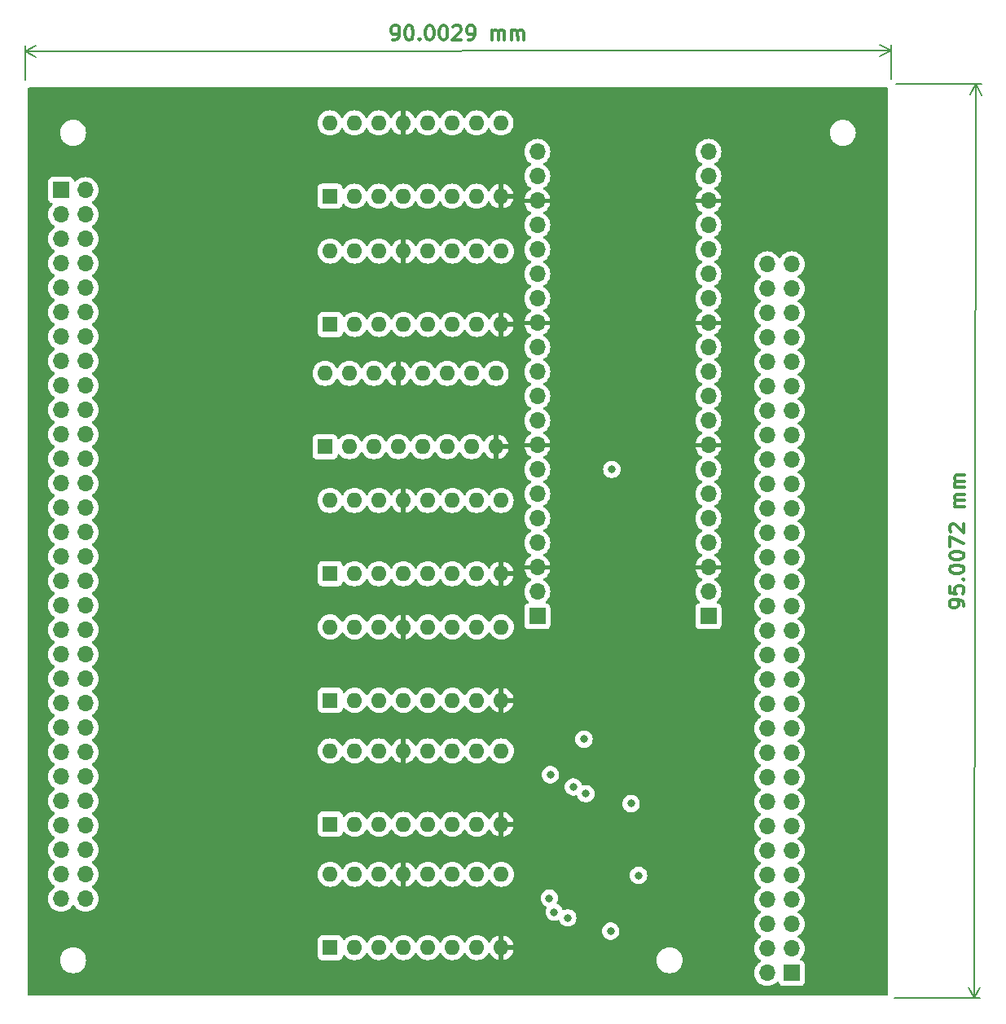
<source format=gbr>
%TF.GenerationSoftware,KiCad,Pcbnew,7.0.7*%
%TF.CreationDate,2023-10-12T19:01:10-04:00*%
%TF.ProjectId,PCB_final,5043425f-6669-46e6-916c-2e6b69636164,rev?*%
%TF.SameCoordinates,Original*%
%TF.FileFunction,Copper,L2,Inr*%
%TF.FilePolarity,Positive*%
%FSLAX46Y46*%
G04 Gerber Fmt 4.6, Leading zero omitted, Abs format (unit mm)*
G04 Created by KiCad (PCBNEW 7.0.7) date 2023-10-12 19:01:10*
%MOMM*%
%LPD*%
G01*
G04 APERTURE LIST*
%ADD10C,0.300000*%
%TA.AperFunction,NonConductor*%
%ADD11C,0.300000*%
%TD*%
%TA.AperFunction,NonConductor*%
%ADD12C,0.200000*%
%TD*%
%TA.AperFunction,ComponentPad*%
%ADD13R,1.600000X1.600000*%
%TD*%
%TA.AperFunction,ComponentPad*%
%ADD14O,1.600000X1.600000*%
%TD*%
%TA.AperFunction,ComponentPad*%
%ADD15R,1.700000X1.700000*%
%TD*%
%TA.AperFunction,ComponentPad*%
%ADD16O,1.700000X1.700000*%
%TD*%
%TA.AperFunction,ViaPad*%
%ADD17C,0.800000*%
%TD*%
G04 APERTURE END LIST*
D10*
D11*
X190590876Y-114232716D02*
X190591366Y-113947002D01*
X190591366Y-113947002D02*
X190520182Y-113804023D01*
X190520182Y-113804023D02*
X190448876Y-113732472D01*
X190448876Y-113732472D02*
X190234835Y-113589248D01*
X190234835Y-113589248D02*
X189949243Y-113517330D01*
X189949243Y-113517330D02*
X189377816Y-113516351D01*
X189377816Y-113516351D02*
X189234836Y-113587535D01*
X189234836Y-113587535D02*
X189163286Y-113658841D01*
X189163286Y-113658841D02*
X189091612Y-113801576D01*
X189091612Y-113801576D02*
X189091123Y-114087290D01*
X189091123Y-114087290D02*
X189162307Y-114230269D01*
X189162307Y-114230269D02*
X189233613Y-114301820D01*
X189233613Y-114301820D02*
X189376347Y-114373493D01*
X189376347Y-114373493D02*
X189733490Y-114374105D01*
X189733490Y-114374105D02*
X189876469Y-114302921D01*
X189876469Y-114302921D02*
X189948020Y-114231615D01*
X189948020Y-114231615D02*
X190019693Y-114088880D01*
X190019693Y-114088880D02*
X190020183Y-113803166D01*
X190020183Y-113803166D02*
X189948999Y-113660187D01*
X189948999Y-113660187D02*
X189877693Y-113588636D01*
X189877693Y-113588636D02*
X189734958Y-113516963D01*
X189094427Y-112158721D02*
X189093203Y-112873006D01*
X189093203Y-112873006D02*
X189807365Y-112945658D01*
X189807365Y-112945658D02*
X189736059Y-112874107D01*
X189736059Y-112874107D02*
X189664876Y-112731128D01*
X189664876Y-112731128D02*
X189665487Y-112373986D01*
X189665487Y-112373986D02*
X189737161Y-112231251D01*
X189737161Y-112231251D02*
X189808711Y-112159945D01*
X189808711Y-112159945D02*
X189951691Y-112088761D01*
X189951691Y-112088761D02*
X190308833Y-112089373D01*
X190308833Y-112089373D02*
X190451568Y-112161046D01*
X190451568Y-112161046D02*
X190522874Y-112232597D01*
X190522874Y-112232597D02*
X190594057Y-112375576D01*
X190594057Y-112375576D02*
X190593446Y-112732719D01*
X190593446Y-112732719D02*
X190521772Y-112875453D01*
X190521772Y-112875453D02*
X190450222Y-112946759D01*
X190452791Y-111446762D02*
X190524342Y-111375456D01*
X190524342Y-111375456D02*
X190595648Y-111447007D01*
X190595648Y-111447007D02*
X190524097Y-111518313D01*
X190524097Y-111518313D02*
X190452791Y-111446762D01*
X190452791Y-111446762D02*
X190595648Y-111447007D01*
X189097363Y-110444438D02*
X189097608Y-110301581D01*
X189097608Y-110301581D02*
X189169281Y-110158847D01*
X189169281Y-110158847D02*
X189240832Y-110087541D01*
X189240832Y-110087541D02*
X189383811Y-110016357D01*
X189383811Y-110016357D02*
X189669647Y-109945418D01*
X189669647Y-109945418D02*
X190026790Y-109946030D01*
X190026790Y-109946030D02*
X190312381Y-110017948D01*
X190312381Y-110017948D02*
X190455116Y-110089621D01*
X190455116Y-110089621D02*
X190526422Y-110161172D01*
X190526422Y-110161172D02*
X190597606Y-110304151D01*
X190597606Y-110304151D02*
X190597361Y-110447008D01*
X190597361Y-110447008D02*
X190525688Y-110589743D01*
X190525688Y-110589743D02*
X190454137Y-110661049D01*
X190454137Y-110661049D02*
X190311158Y-110732232D01*
X190311158Y-110732232D02*
X190025322Y-110803171D01*
X190025322Y-110803171D02*
X189668179Y-110802560D01*
X189668179Y-110802560D02*
X189382588Y-110730642D01*
X189382588Y-110730642D02*
X189239853Y-110658969D01*
X189239853Y-110658969D02*
X189168547Y-110587418D01*
X189168547Y-110587418D02*
X189097363Y-110444438D01*
X189099810Y-109015870D02*
X189100055Y-108873013D01*
X189100055Y-108873013D02*
X189171728Y-108730278D01*
X189171728Y-108730278D02*
X189243279Y-108658972D01*
X189243279Y-108658972D02*
X189386258Y-108587788D01*
X189386258Y-108587788D02*
X189672095Y-108516849D01*
X189672095Y-108516849D02*
X190029237Y-108517461D01*
X190029237Y-108517461D02*
X190314828Y-108589379D01*
X190314828Y-108589379D02*
X190457563Y-108661052D01*
X190457563Y-108661052D02*
X190528869Y-108732603D01*
X190528869Y-108732603D02*
X190600053Y-108875582D01*
X190600053Y-108875582D02*
X190599808Y-109018439D01*
X190599808Y-109018439D02*
X190528135Y-109161174D01*
X190528135Y-109161174D02*
X190456584Y-109232480D01*
X190456584Y-109232480D02*
X190313605Y-109303663D01*
X190313605Y-109303663D02*
X190027769Y-109374603D01*
X190027769Y-109374603D02*
X189670626Y-109373991D01*
X189670626Y-109373991D02*
X189385035Y-109302073D01*
X189385035Y-109302073D02*
X189242300Y-109230400D01*
X189242300Y-109230400D02*
X189170994Y-109158849D01*
X189170994Y-109158849D02*
X189099810Y-109015870D01*
X189101523Y-108015871D02*
X189103236Y-107015873D01*
X189103236Y-107015873D02*
X190602133Y-107661299D01*
X189246950Y-106516119D02*
X189175644Y-106444568D01*
X189175644Y-106444568D02*
X189104460Y-106301589D01*
X189104460Y-106301589D02*
X189105072Y-105944446D01*
X189105072Y-105944446D02*
X189176745Y-105801712D01*
X189176745Y-105801712D02*
X189248296Y-105730406D01*
X189248296Y-105730406D02*
X189391275Y-105659222D01*
X189391275Y-105659222D02*
X189534132Y-105659467D01*
X189534132Y-105659467D02*
X189748295Y-105731262D01*
X189748295Y-105731262D02*
X190603968Y-106589872D01*
X190603968Y-106589872D02*
X190605559Y-105661302D01*
X190608618Y-103875591D02*
X189608619Y-103873878D01*
X189751476Y-103874123D02*
X189680170Y-103802572D01*
X189680170Y-103802572D02*
X189608986Y-103659592D01*
X189608986Y-103659592D02*
X189609354Y-103445307D01*
X189609354Y-103445307D02*
X189681027Y-103302572D01*
X189681027Y-103302572D02*
X189824006Y-103231389D01*
X189824006Y-103231389D02*
X190609719Y-103232735D01*
X189824006Y-103231389D02*
X189681271Y-103159716D01*
X189681271Y-103159716D02*
X189610088Y-103016736D01*
X189610088Y-103016736D02*
X189610455Y-102802451D01*
X189610455Y-102802451D02*
X189682128Y-102659716D01*
X189682128Y-102659716D02*
X189825107Y-102588533D01*
X189825107Y-102588533D02*
X190610820Y-102589878D01*
X190612044Y-101875594D02*
X189612045Y-101873881D01*
X189754902Y-101874126D02*
X189683596Y-101802575D01*
X189683596Y-101802575D02*
X189612413Y-101659595D01*
X189612413Y-101659595D02*
X189612780Y-101445310D01*
X189612780Y-101445310D02*
X189684453Y-101302575D01*
X189684453Y-101302575D02*
X189827432Y-101231392D01*
X189827432Y-101231392D02*
X190613145Y-101232738D01*
X189827432Y-101231392D02*
X189684697Y-101159718D01*
X189684697Y-101159718D02*
X189613514Y-101016739D01*
X189613514Y-101016739D02*
X189613881Y-100802454D01*
X189613881Y-100802454D02*
X189685554Y-100659719D01*
X189685554Y-100659719D02*
X189828533Y-100588535D01*
X189828533Y-100588535D02*
X190614246Y-100589881D01*
D12*
X183337107Y-154938254D02*
X192229215Y-154953486D01*
X183499855Y-59931162D02*
X192391963Y-59946394D01*
X191642796Y-154952481D02*
X191805544Y-59945389D01*
X191642796Y-154952481D02*
X191805544Y-59945389D01*
X191642796Y-154952481D02*
X191058306Y-153824974D01*
X191642796Y-154952481D02*
X192231146Y-153826983D01*
X191805544Y-59945389D02*
X192390034Y-61072896D01*
X191805544Y-59945389D02*
X191217194Y-61070887D01*
D10*
D11*
X131209630Y-55375560D02*
X131495344Y-55375368D01*
X131495344Y-55375368D02*
X131638153Y-55303843D01*
X131638153Y-55303843D02*
X131709533Y-55232366D01*
X131709533Y-55232366D02*
X131852246Y-55017984D01*
X131852246Y-55017984D02*
X131923482Y-54732222D01*
X131923482Y-54732222D02*
X131923097Y-54160793D01*
X131923097Y-54160793D02*
X131851572Y-54017984D01*
X131851572Y-54017984D02*
X131780095Y-53946604D01*
X131780095Y-53946604D02*
X131637190Y-53875272D01*
X131637190Y-53875272D02*
X131351475Y-53875464D01*
X131351475Y-53875464D02*
X131208666Y-53946989D01*
X131208666Y-53946989D02*
X131137286Y-54018466D01*
X131137286Y-54018466D02*
X131065954Y-54161371D01*
X131065954Y-54161371D02*
X131066195Y-54518514D01*
X131066195Y-54518514D02*
X131137720Y-54661323D01*
X131137720Y-54661323D02*
X131209196Y-54732703D01*
X131209196Y-54732703D02*
X131352102Y-54804036D01*
X131352102Y-54804036D02*
X131637816Y-54803843D01*
X131637816Y-54803843D02*
X131780625Y-54732318D01*
X131780625Y-54732318D02*
X131852005Y-54660841D01*
X131852005Y-54660841D02*
X131923337Y-54517936D01*
X132851475Y-53874453D02*
X132994332Y-53874356D01*
X132994332Y-53874356D02*
X133137237Y-53945689D01*
X133137237Y-53945689D02*
X133208714Y-54017069D01*
X133208714Y-54017069D02*
X133280239Y-54159878D01*
X133280239Y-54159878D02*
X133351860Y-54445544D01*
X133351860Y-54445544D02*
X133352101Y-54802687D01*
X133352101Y-54802687D02*
X133280865Y-55088449D01*
X133280865Y-55088449D02*
X133209533Y-55231354D01*
X133209533Y-55231354D02*
X133138152Y-55302831D01*
X133138152Y-55302831D02*
X132995343Y-55374356D01*
X132995343Y-55374356D02*
X132852486Y-55374452D01*
X132852486Y-55374452D02*
X132709581Y-55303120D01*
X132709581Y-55303120D02*
X132638104Y-55231740D01*
X132638104Y-55231740D02*
X132566579Y-55088931D01*
X132566579Y-55088931D02*
X132494958Y-54803265D01*
X132494958Y-54803265D02*
X132494717Y-54446122D01*
X132494717Y-54446122D02*
X132565953Y-54160360D01*
X132565953Y-54160360D02*
X132637285Y-54017454D01*
X132637285Y-54017454D02*
X132708666Y-53945978D01*
X132708666Y-53945978D02*
X132851475Y-53874453D01*
X133995246Y-55230824D02*
X134066723Y-55302205D01*
X134066723Y-55302205D02*
X133995343Y-55373682D01*
X133995343Y-55373682D02*
X133923866Y-55302301D01*
X133923866Y-55302301D02*
X133995246Y-55230824D01*
X133995246Y-55230824D02*
X133995343Y-55373682D01*
X134994331Y-53873008D02*
X135137188Y-53872911D01*
X135137188Y-53872911D02*
X135280094Y-53944243D01*
X135280094Y-53944243D02*
X135351570Y-54015624D01*
X135351570Y-54015624D02*
X135423095Y-54158433D01*
X135423095Y-54158433D02*
X135494716Y-54444099D01*
X135494716Y-54444099D02*
X135494957Y-54801242D01*
X135494957Y-54801242D02*
X135423721Y-55087004D01*
X135423721Y-55087004D02*
X135352389Y-55229909D01*
X135352389Y-55229909D02*
X135281009Y-55301386D01*
X135281009Y-55301386D02*
X135138200Y-55372911D01*
X135138200Y-55372911D02*
X134995343Y-55373007D01*
X134995343Y-55373007D02*
X134852438Y-55301675D01*
X134852438Y-55301675D02*
X134780961Y-55230295D01*
X134780961Y-55230295D02*
X134709436Y-55087486D01*
X134709436Y-55087486D02*
X134637815Y-54801820D01*
X134637815Y-54801820D02*
X134637574Y-54444677D01*
X134637574Y-54444677D02*
X134708810Y-54158914D01*
X134708810Y-54158914D02*
X134780142Y-54016009D01*
X134780142Y-54016009D02*
X134851522Y-53944532D01*
X134851522Y-53944532D02*
X134994331Y-53873008D01*
X136422902Y-53872044D02*
X136565759Y-53871948D01*
X136565759Y-53871948D02*
X136708664Y-53943280D01*
X136708664Y-53943280D02*
X136780141Y-54014660D01*
X136780141Y-54014660D02*
X136851666Y-54157469D01*
X136851666Y-54157469D02*
X136923287Y-54443135D01*
X136923287Y-54443135D02*
X136923528Y-54800278D01*
X136923528Y-54800278D02*
X136852292Y-55086040D01*
X136852292Y-55086040D02*
X136780960Y-55228946D01*
X136780960Y-55228946D02*
X136709580Y-55300422D01*
X136709580Y-55300422D02*
X136566771Y-55371947D01*
X136566771Y-55371947D02*
X136423913Y-55372044D01*
X136423913Y-55372044D02*
X136281008Y-55300712D01*
X136281008Y-55300712D02*
X136209531Y-55229331D01*
X136209531Y-55229331D02*
X136138007Y-55086522D01*
X136138007Y-55086522D02*
X136066385Y-54800856D01*
X136066385Y-54800856D02*
X136066144Y-54443713D01*
X136066144Y-54443713D02*
X136137380Y-54157951D01*
X136137380Y-54157951D02*
X136208713Y-54015046D01*
X136208713Y-54015046D02*
X136280093Y-53943569D01*
X136280093Y-53943569D02*
X136422902Y-53872044D01*
X137494426Y-54014179D02*
X137565806Y-53942702D01*
X137565806Y-53942702D02*
X137708615Y-53871177D01*
X137708615Y-53871177D02*
X138065758Y-53870936D01*
X138065758Y-53870936D02*
X138208663Y-53942268D01*
X138208663Y-53942268D02*
X138280140Y-54013649D01*
X138280140Y-54013649D02*
X138351665Y-54156458D01*
X138351665Y-54156458D02*
X138351761Y-54299315D01*
X138351761Y-54299315D02*
X138280477Y-54513649D01*
X138280477Y-54513649D02*
X137423913Y-55371369D01*
X137423913Y-55371369D02*
X138352484Y-55370743D01*
X139066769Y-55370261D02*
X139352483Y-55370069D01*
X139352483Y-55370069D02*
X139495292Y-55298544D01*
X139495292Y-55298544D02*
X139566673Y-55227067D01*
X139566673Y-55227067D02*
X139709385Y-55012685D01*
X139709385Y-55012685D02*
X139780621Y-54726923D01*
X139780621Y-54726923D02*
X139780236Y-54155494D01*
X139780236Y-54155494D02*
X139708711Y-54012685D01*
X139708711Y-54012685D02*
X139637234Y-53941305D01*
X139637234Y-53941305D02*
X139494329Y-53869973D01*
X139494329Y-53869973D02*
X139208615Y-53870165D01*
X139208615Y-53870165D02*
X139065806Y-53941690D01*
X139065806Y-53941690D02*
X138994425Y-54013167D01*
X138994425Y-54013167D02*
X138923093Y-54156072D01*
X138923093Y-54156072D02*
X138923334Y-54513215D01*
X138923334Y-54513215D02*
X138994859Y-54656024D01*
X138994859Y-54656024D02*
X139066336Y-54727404D01*
X139066336Y-54727404D02*
X139209241Y-54798737D01*
X139209241Y-54798737D02*
X139494955Y-54798544D01*
X139494955Y-54798544D02*
X139637764Y-54727019D01*
X139637764Y-54727019D02*
X139709144Y-54655542D01*
X139709144Y-54655542D02*
X139780477Y-54512637D01*
X141566768Y-55368575D02*
X141566094Y-54368575D01*
X141566190Y-54511433D02*
X141637570Y-54439956D01*
X141637570Y-54439956D02*
X141780379Y-54368431D01*
X141780379Y-54368431D02*
X141994665Y-54368286D01*
X141994665Y-54368286D02*
X142137570Y-54439619D01*
X142137570Y-54439619D02*
X142209095Y-54582428D01*
X142209095Y-54582428D02*
X142209625Y-55368142D01*
X142209095Y-54582428D02*
X142280427Y-54439522D01*
X142280427Y-54439522D02*
X142423236Y-54367997D01*
X142423236Y-54367997D02*
X142637522Y-54367853D01*
X142637522Y-54367853D02*
X142780427Y-54439185D01*
X142780427Y-54439185D02*
X142851952Y-54581994D01*
X142851952Y-54581994D02*
X142852482Y-55367708D01*
X143566768Y-55367226D02*
X143566093Y-54367227D01*
X143566189Y-54510084D02*
X143637570Y-54438607D01*
X143637570Y-54438607D02*
X143780379Y-54367082D01*
X143780379Y-54367082D02*
X143994664Y-54366938D01*
X143994664Y-54366938D02*
X144137570Y-54438270D01*
X144137570Y-54438270D02*
X144209095Y-54581079D01*
X144209095Y-54581079D02*
X144209625Y-55366793D01*
X144209095Y-54581079D02*
X144280427Y-54438173D01*
X144280427Y-54438173D02*
X144423236Y-54366649D01*
X144423236Y-54366649D02*
X144637521Y-54366504D01*
X144637521Y-54366504D02*
X144780427Y-54437836D01*
X144780427Y-54437836D02*
X144851952Y-54580645D01*
X144851952Y-54580645D02*
X144852482Y-55366359D01*
D12*
X92996681Y-59491005D02*
X92994284Y-55936586D01*
X182999519Y-59430305D02*
X182997122Y-55875886D01*
X92994679Y-56523006D02*
X182997517Y-56462306D01*
X92994679Y-56523006D02*
X182997517Y-56462306D01*
X92994679Y-56523006D02*
X94120787Y-55935826D01*
X92994679Y-56523006D02*
X94121578Y-57108667D01*
X182997517Y-56462306D02*
X181871409Y-57049486D01*
X182997517Y-56462306D02*
X181870618Y-55876645D01*
D13*
%TO.N,/Interface Board/SOUT10*%
%TO.C,U2*%
X124725708Y-84931727D03*
D14*
%TO.N,/Interface Board/SOUT11*%
X127265708Y-84931727D03*
%TO.N,/Interface Board/SOUT12*%
X129805708Y-84931727D03*
%TO.N,/Interface Board/SOUT13*%
X132345708Y-84931727D03*
%TO.N,/Interface Board/SOUT14*%
X134885708Y-84931727D03*
%TO.N,/Interface Board/SOUT15*%
X137425708Y-84931727D03*
%TO.N,/Interface Board/SOUT16*%
X139965708Y-84931727D03*
%TO.N,GND*%
X142505708Y-84931727D03*
%TO.N,Net-(U2-QH')*%
X142505708Y-77311727D03*
%TO.N,/Interface Board/SH_CLR*%
X139965708Y-77311727D03*
%TO.N,/Interface Board/SH_CLK*%
X137425708Y-77311727D03*
X134885708Y-77311727D03*
%TO.N,GND*%
X132345708Y-77311727D03*
%TO.N,Net-(U1-QH')*%
X129805708Y-77311727D03*
%TO.N,/Interface Board/SOUT9*%
X127265708Y-77311727D03*
%TO.N,+3V3*%
X124725708Y-77311727D03*
%TD*%
D15*
%TO.N,unconnected-(J5-Pin_1-Pad1)*%
%TO.C,J5*%
X146250708Y-115255141D03*
D16*
%TO.N,unconnected-(J5-Pin_2-Pad2)*%
X146250708Y-112715141D03*
%TO.N,GND*%
X146250708Y-110175141D03*
%TO.N,unconnected-(J5-Pin_4-Pad4)*%
X146250708Y-107635141D03*
%TO.N,/Interface Board/3V3_Pico*%
X146250708Y-105095141D03*
%TO.N,unconnected-(J5-Pin_6-Pad6)*%
X146250708Y-102555141D03*
%TO.N,unconnected-(J5-Pin_7-Pad7)*%
X146250708Y-100015141D03*
%TO.N,GND*%
X146250708Y-97475141D03*
%TO.N,unconnected-(J5-Pin_9-Pad9)*%
X146250708Y-94935141D03*
%TO.N,unconnected-(J5-Pin_10-Pad10)*%
X146250708Y-92395141D03*
%TO.N,unconnected-(J5-Pin_11-Pad11)*%
X146250708Y-89855141D03*
%TO.N,unconnected-(J5-Pin_12-Pad12)*%
X146250708Y-87315141D03*
%TO.N,GND*%
X146250708Y-84775141D03*
%TO.N,unconnected-(J5-Pin_14-Pad14)*%
X146250708Y-82235141D03*
%TO.N,unconnected-(J5-Pin_15-Pad15)*%
X146250708Y-79695141D03*
%TO.N,/Interface Board/SH_CLK*%
X146250708Y-77155141D03*
%TO.N,/Interface Board/SH_CLR*%
X146250708Y-74615141D03*
%TO.N,GND*%
X146250708Y-72075141D03*
%TO.N,/Interface Board/SH_SERIN*%
X146250708Y-69535141D03*
%TO.N,/Interface Board/SH_SEROUT*%
X146250708Y-66995141D03*
%TD*%
D15*
%TO.N,Net-(D1-K)*%
%TO.C,J1*%
X96755708Y-70961727D03*
D16*
%TO.N,Net-(D29-K)*%
X99295708Y-70961727D03*
%TO.N,Net-(D2-K)*%
X96755708Y-73501727D03*
%TO.N,Net-(D30-K)*%
X99295708Y-73501727D03*
%TO.N,Net-(D3-K)*%
X96755708Y-76041727D03*
%TO.N,Net-(D31-K)*%
X99295708Y-76041727D03*
%TO.N,Net-(D4-K)*%
X96755708Y-78581727D03*
%TO.N,Net-(D32-K)*%
X99295708Y-78581727D03*
%TO.N,Net-(D5-K)*%
X96755708Y-81121727D03*
%TO.N,Net-(D33-K)*%
X99295708Y-81121727D03*
%TO.N,Net-(D6-K)*%
X96755708Y-83661727D03*
%TO.N,Net-(D34-K)*%
X99295708Y-83661727D03*
%TO.N,Net-(D7-K)*%
X96755708Y-86201727D03*
%TO.N,Net-(D35-K)*%
X99295708Y-86201727D03*
%TO.N,Net-(D8-K)*%
X96755708Y-88741727D03*
%TO.N,Net-(D36-K)*%
X99295708Y-88741727D03*
%TO.N,Net-(D9-K)*%
X96755708Y-91281727D03*
%TO.N,Net-(D37-K)*%
X99295708Y-91281727D03*
%TO.N,Net-(D10-K)*%
X96755708Y-93821727D03*
%TO.N,Net-(D38-K)*%
X99295708Y-93821727D03*
%TO.N,Net-(D11-K)*%
X96755708Y-96361727D03*
%TO.N,Net-(D39-K)*%
X99295708Y-96361727D03*
%TO.N,Net-(D12-K)*%
X96755708Y-98901727D03*
%TO.N,Net-(D40-K)*%
X99295708Y-98901727D03*
%TO.N,Net-(D13-K)*%
X96755708Y-101441727D03*
%TO.N,Net-(D41-K)*%
X99295708Y-101441727D03*
%TO.N,Net-(D14-K)*%
X96755708Y-103981727D03*
%TO.N,Net-(D42-K)*%
X99295708Y-103981727D03*
%TO.N,Net-(D15-K)*%
X96755708Y-106521727D03*
%TO.N,Net-(D43-K)*%
X99295708Y-106521727D03*
%TO.N,Net-(D16-K)*%
X96755708Y-109061727D03*
%TO.N,Net-(D44-K)*%
X99295708Y-109061727D03*
%TO.N,Net-(D17-K)*%
X96755708Y-111601727D03*
%TO.N,Net-(D45-K)*%
X99295708Y-111601727D03*
%TO.N,Net-(D18-K)*%
X96755708Y-114141727D03*
%TO.N,Net-(D46-K)*%
X99295708Y-114141727D03*
%TO.N,Net-(D19-K)*%
X96755708Y-116681727D03*
%TO.N,Net-(D47-K)*%
X99295708Y-116681727D03*
%TO.N,Net-(D20-K)*%
X96755708Y-119221727D03*
%TO.N,Net-(D48-K)*%
X99295708Y-119221727D03*
%TO.N,Net-(D21-K)*%
X96755708Y-121761727D03*
%TO.N,Net-(D49-K)*%
X99295708Y-121761727D03*
%TO.N,Net-(D22-K)*%
X96755708Y-124301727D03*
%TO.N,Net-(D50-K)*%
X99295708Y-124301727D03*
%TO.N,Net-(D23-K)*%
X96755708Y-126841727D03*
%TO.N,Net-(D51-K)*%
X99295708Y-126841727D03*
%TO.N,Net-(D24-K)*%
X96755708Y-129381727D03*
%TO.N,Net-(D52-K)*%
X99295708Y-129381727D03*
%TO.N,Net-(D25-K)*%
X96755708Y-131921727D03*
%TO.N,Net-(D53-K)*%
X99295708Y-131921727D03*
%TO.N,Net-(D26-K)*%
X96755708Y-134461727D03*
%TO.N,Net-(D54-K)*%
X99295708Y-134461727D03*
%TO.N,Net-(D27-K)*%
X96755708Y-137001727D03*
%TO.N,Net-(D55-K)*%
X99295708Y-137001727D03*
%TO.N,Net-(D28-K)*%
X96755708Y-139541727D03*
%TO.N,Net-(D56-K)*%
X99295708Y-139541727D03*
%TO.N,unconnected-(J1-Pin_57-Pad57)*%
X96755708Y-142081727D03*
%TO.N,unconnected-(J1-Pin_58-Pad58)*%
X99295708Y-142081727D03*
%TO.N,unconnected-(J1-Pin_59-Pad59)*%
X96755708Y-144621727D03*
%TO.N,unconnected-(J1-Pin_60-Pad60)*%
X99295708Y-144621727D03*
%TD*%
D13*
%TO.N,/Interface Board/SOUT42*%
%TO.C,U6*%
X124725708Y-136870022D03*
D14*
%TO.N,/Interface Board/SOUT43*%
X127265708Y-136870022D03*
%TO.N,/Interface Board/SOUT44*%
X129805708Y-136870022D03*
%TO.N,/Interface Board/SOUT45*%
X132345708Y-136870022D03*
%TO.N,/Interface Board/SOUT46*%
X134885708Y-136870022D03*
%TO.N,/Interface Board/SOUT47*%
X137425708Y-136870022D03*
%TO.N,/Interface Board/SOUT48*%
X139965708Y-136870022D03*
%TO.N,GND*%
X142505708Y-136870022D03*
%TO.N,Net-(U6-QH')*%
X142505708Y-129250022D03*
%TO.N,/Interface Board/SH_CLR*%
X139965708Y-129250022D03*
%TO.N,/Interface Board/SH_CLK*%
X137425708Y-129250022D03*
X134885708Y-129250022D03*
%TO.N,GND*%
X132345708Y-129250022D03*
%TO.N,Net-(U5-QH')*%
X129805708Y-129250022D03*
%TO.N,/Interface Board/SOUT41*%
X127265708Y-129250022D03*
%TO.N,+3V3*%
X124725708Y-129250022D03*
%TD*%
D13*
%TO.N,/Interface Board/SOUT18*%
%TO.C,U3*%
X124187708Y-97631727D03*
D14*
%TO.N,/Interface Board/SOUT19*%
X126727708Y-97631727D03*
%TO.N,/Interface Board/SOUT20*%
X129267708Y-97631727D03*
%TO.N,/Interface Board/SOUT21*%
X131807708Y-97631727D03*
%TO.N,/Interface Board/SOUT22*%
X134347708Y-97631727D03*
%TO.N,/Interface Board/SOUT23*%
X136887708Y-97631727D03*
%TO.N,/Interface Board/SOUT24*%
X139427708Y-97631727D03*
%TO.N,GND*%
X141967708Y-97631727D03*
%TO.N,Net-(U3-QH')*%
X141967708Y-90011727D03*
%TO.N,/Interface Board/SH_CLR*%
X139427708Y-90011727D03*
%TO.N,/Interface Board/SH_CLK*%
X136887708Y-90011727D03*
X134347708Y-90011727D03*
%TO.N,GND*%
X131807708Y-90011727D03*
%TO.N,Net-(U2-QH')*%
X129267708Y-90011727D03*
%TO.N,/Interface Board/SOUT17*%
X126727708Y-90011727D03*
%TO.N,+3V3*%
X124187708Y-90011727D03*
%TD*%
D13*
%TO.N,/Interface Board/SOUT50*%
%TO.C,U7*%
X124725708Y-149701727D03*
D14*
%TO.N,/Interface Board/SOUT51*%
X127265708Y-149701727D03*
%TO.N,/Interface Board/SOUT52*%
X129805708Y-149701727D03*
%TO.N,/Interface Board/SOUT53*%
X132345708Y-149701727D03*
%TO.N,/Interface Board/SOUT54*%
X134885708Y-149701727D03*
%TO.N,/Interface Board/SOUT55*%
X137425708Y-149701727D03*
%TO.N,/Interface Board/SOUT56*%
X139965708Y-149701727D03*
%TO.N,GND*%
X142505708Y-149701727D03*
%TO.N,/Interface Board/SER_OUT*%
X142505708Y-142081727D03*
%TO.N,/Interface Board/SH_CLR*%
X139965708Y-142081727D03*
%TO.N,/Interface Board/SH_CLK*%
X137425708Y-142081727D03*
X134885708Y-142081727D03*
%TO.N,GND*%
X132345708Y-142081727D03*
%TO.N,Net-(U6-QH')*%
X129805708Y-142081727D03*
%TO.N,/Interface Board/SOUT49*%
X127265708Y-142081727D03*
%TO.N,+3V3*%
X124725708Y-142081727D03*
%TD*%
D13*
%TO.N,/Interface Board/SOUT26*%
%TO.C,U4*%
X124710708Y-110829727D03*
D14*
%TO.N,/Interface Board/SOUT27*%
X127250708Y-110829727D03*
%TO.N,/Interface Board/SOUT28*%
X129790708Y-110829727D03*
%TO.N,/Interface Board/SOUT29*%
X132330708Y-110829727D03*
%TO.N,/Interface Board/SOUT30*%
X134870708Y-110829727D03*
%TO.N,/Interface Board/SOUT31*%
X137410708Y-110829727D03*
%TO.N,/Interface Board/SOUT32*%
X139950708Y-110829727D03*
%TO.N,GND*%
X142490708Y-110829727D03*
%TO.N,/Interface Board/SER5*%
X142490708Y-103209727D03*
%TO.N,/Interface Board/SH_CLR*%
X139950708Y-103209727D03*
%TO.N,/Interface Board/SH_CLK*%
X137410708Y-103209727D03*
X134870708Y-103209727D03*
%TO.N,GND*%
X132330708Y-103209727D03*
%TO.N,Net-(U3-QH')*%
X129790708Y-103209727D03*
%TO.N,/Interface Board/SOUT25*%
X127250708Y-103209727D03*
%TO.N,+3V3*%
X124710708Y-103209727D03*
%TD*%
D15*
%TO.N,/Interface Board/ADC_IN1*%
%TO.C,J2*%
X172681328Y-152337397D03*
D16*
%TO.N,/Interface Board/ADC_IN2*%
X170141328Y-152337397D03*
%TO.N,/Interface Board/ADC_IN3*%
X172681328Y-149797397D03*
%TO.N,/Interface Board/ADC_IN4*%
X170141328Y-149797397D03*
%TO.N,/Interface Board/ADC_IN5*%
X172681328Y-147257397D03*
%TO.N,/Interface Board/ADC_IN6*%
X170141328Y-147257397D03*
%TO.N,/Interface Board/ADC_IN7*%
X172681328Y-144717397D03*
%TO.N,/Interface Board/ADC_IN8*%
X170141328Y-144717397D03*
%TO.N,/Interface Board/ADC_IN9*%
X172681328Y-142177397D03*
%TO.N,/Interface Board/ADC_IN10*%
X170141328Y-142177397D03*
%TO.N,/Interface Board/ADC_IN11*%
X172681328Y-139637397D03*
%TO.N,/Interface Board/ADC_IN12*%
X170141328Y-139637397D03*
%TO.N,/Interface Board/ADC_IN13*%
X172681328Y-137097397D03*
%TO.N,/Interface Board/ADC_IN14*%
X170141328Y-137097397D03*
%TO.N,/Interface Board/ADC_IN15*%
X172681328Y-134557397D03*
%TO.N,/Interface Board/ADC_IN16*%
X170141328Y-134557397D03*
%TO.N,/Interface Board/ADC_IN17*%
X172681328Y-132017397D03*
%TO.N,/Interface Board/ADC_IN18*%
X170141328Y-132017397D03*
%TO.N,/Interface Board/ADC_IN19*%
X172681328Y-129477397D03*
%TO.N,/Interface Board/ADC_IN20*%
X170141328Y-129477397D03*
%TO.N,/Interface Board/ADC_IN21*%
X172681328Y-126937397D03*
%TO.N,/Interface Board/ADC_IN22*%
X170141328Y-126937397D03*
%TO.N,/Interface Board/ADC_IN23*%
X172681328Y-124397397D03*
%TO.N,/Interface Board/ADC_IN24*%
X170141328Y-124397397D03*
%TO.N,/Interface Board/ADC_IN25*%
X172681328Y-121857397D03*
%TO.N,/Interface Board/ADC_IN26*%
X170141328Y-121857397D03*
%TO.N,/Interface Board/ADC_IN27*%
X172681328Y-119317397D03*
%TO.N,/Interface Board/ADC_IN28*%
X170141328Y-119317397D03*
%TO.N,unconnected-(J2-Pin_29-Pad29)*%
X172681328Y-116777397D03*
%TO.N,unconnected-(J2-Pin_30-Pad30)*%
X170141328Y-116777397D03*
%TO.N,unconnected-(J2-Pin_31-Pad31)*%
X172681328Y-114237397D03*
%TO.N,unconnected-(J2-Pin_32-Pad32)*%
X170141328Y-114237397D03*
%TO.N,unconnected-(J2-Pin_33-Pad33)*%
X172681328Y-111697397D03*
%TO.N,unconnected-(J2-Pin_34-Pad34)*%
X170141328Y-111697397D03*
%TO.N,unconnected-(J2-Pin_35-Pad35)*%
X172681328Y-109157397D03*
%TO.N,unconnected-(J2-Pin_36-Pad36)*%
X170141328Y-109157397D03*
%TO.N,unconnected-(J2-Pin_37-Pad37)*%
X172681328Y-106617397D03*
%TO.N,unconnected-(J2-Pin_38-Pad38)*%
X170141328Y-106617397D03*
%TO.N,unconnected-(J2-Pin_39-Pad39)*%
X172681328Y-104077397D03*
%TO.N,unconnected-(J2-Pin_40-Pad40)*%
X170141328Y-104077397D03*
%TO.N,unconnected-(J2-Pin_41-Pad41)*%
X172681328Y-101537397D03*
%TO.N,unconnected-(J2-Pin_42-Pad42)*%
X170141328Y-101537397D03*
%TO.N,unconnected-(J2-Pin_43-Pad43)*%
X172681328Y-98997397D03*
%TO.N,unconnected-(J2-Pin_44-Pad44)*%
X170141328Y-98997397D03*
%TO.N,unconnected-(J2-Pin_45-Pad45)*%
X172681328Y-96457397D03*
%TO.N,unconnected-(J2-Pin_46-Pad46)*%
X170141328Y-96457397D03*
%TO.N,unconnected-(J2-Pin_47-Pad47)*%
X172681328Y-93917397D03*
%TO.N,unconnected-(J2-Pin_48-Pad48)*%
X170141328Y-93917397D03*
%TO.N,unconnected-(J2-Pin_49-Pad49)*%
X172681328Y-91377397D03*
%TO.N,unconnected-(J2-Pin_50-Pad50)*%
X170141328Y-91377397D03*
%TO.N,unconnected-(J2-Pin_51-Pad51)*%
X172681328Y-88837397D03*
%TO.N,unconnected-(J2-Pin_52-Pad52)*%
X170141328Y-88837397D03*
%TO.N,unconnected-(J2-Pin_53-Pad53)*%
X172681328Y-86297397D03*
%TO.N,unconnected-(J2-Pin_54-Pad54)*%
X170141328Y-86297397D03*
%TO.N,unconnected-(J2-Pin_55-Pad55)*%
X172681328Y-83757397D03*
%TO.N,unconnected-(J2-Pin_56-Pad56)*%
X170141328Y-83757397D03*
%TO.N,unconnected-(J2-Pin_57-Pad57)*%
X172681328Y-81217397D03*
%TO.N,unconnected-(J2-Pin_58-Pad58)*%
X170141328Y-81217397D03*
%TO.N,unconnected-(J2-Pin_59-Pad59)*%
X172681328Y-78677397D03*
%TO.N,unconnected-(J2-Pin_60-Pad60)*%
X170141328Y-78677397D03*
%TD*%
D13*
%TO.N,/Interface Board/SOUT2*%
%TO.C,U1*%
X124695708Y-71596727D03*
D14*
%TO.N,/Interface Board/SOUT3*%
X127235708Y-71596727D03*
%TO.N,/Interface Board/SOUT4*%
X129775708Y-71596727D03*
%TO.N,/Interface Board/SOUT5*%
X132315708Y-71596727D03*
%TO.N,/Interface Board/SOUT6*%
X134855708Y-71596727D03*
%TO.N,/Interface Board/SOUT7*%
X137395708Y-71596727D03*
%TO.N,/Interface Board/SOUT8*%
X139935708Y-71596727D03*
%TO.N,GND*%
X142475708Y-71596727D03*
%TO.N,Net-(U1-QH')*%
X142475708Y-63976727D03*
%TO.N,/Interface Board/SH_CLR*%
X139935708Y-63976727D03*
%TO.N,/Interface Board/SH_CLK*%
X137395708Y-63976727D03*
X134855708Y-63976727D03*
%TO.N,GND*%
X132315708Y-63976727D03*
%TO.N,/Interface Board/SH_SERIN*%
X129775708Y-63976727D03*
%TO.N,/Interface Board/SOUT1*%
X127235708Y-63976727D03*
%TO.N,+3V3*%
X124695708Y-63976727D03*
%TD*%
D15*
%TO.N,/Interface Board/ADC1_EOC*%
%TO.C,J6*%
X164030708Y-115255141D03*
D16*
%TO.N,/Interface Board/ADC2_EOC*%
X164030708Y-112715141D03*
%TO.N,GND*%
X164030708Y-110175141D03*
%TO.N,/Interface Board/SPI0_SCK*%
X164030708Y-107635141D03*
%TO.N,/Interface Board/SPI0_TX*%
X164030708Y-105095141D03*
%TO.N,/Interface Board/SPI0_RX*%
X164030708Y-102555141D03*
%TO.N,unconnected-(J6-Pin_7-Pad7)*%
X164030708Y-100015141D03*
%TO.N,GND*%
X164030708Y-97475141D03*
%TO.N,/Interface Board/CS0*%
X164030708Y-94935141D03*
%TO.N,/Interface Board/CS1*%
X164030708Y-92395141D03*
%TO.N,unconnected-(J6-Pin_11-Pad11)*%
X164030708Y-89855141D03*
%TO.N,unconnected-(J6-Pin_12-Pad12)*%
X164030708Y-87315141D03*
%TO.N,GND*%
X164030708Y-84775141D03*
%TO.N,unconnected-(J6-Pin_14-Pad14)*%
X164030708Y-82235141D03*
%TO.N,unconnected-(J6-Pin_15-Pad15)*%
X164030708Y-79695141D03*
%TO.N,unconnected-(J6-Pin_16-Pad16)*%
X164030708Y-77155141D03*
%TO.N,unconnected-(J6-Pin_17-Pad17)*%
X164030708Y-74615141D03*
%TO.N,GND*%
X164030708Y-72075141D03*
%TO.N,unconnected-(J6-Pin_19-Pad19)*%
X164030708Y-69535141D03*
%TO.N,unconnected-(J6-Pin_20-Pad20)*%
X164030708Y-66995141D03*
%TD*%
D13*
%TO.N,/Interface Board/SOUT34*%
%TO.C,U5*%
X124725708Y-123989585D03*
D14*
%TO.N,/Interface Board/SOUT35*%
X127265708Y-123989585D03*
%TO.N,/Interface Board/SOUT36*%
X129805708Y-123989585D03*
%TO.N,/Interface Board/SOUT37*%
X132345708Y-123989585D03*
%TO.N,/Interface Board/SOUT38*%
X134885708Y-123989585D03*
%TO.N,/Interface Board/SOUT39*%
X137425708Y-123989585D03*
%TO.N,/Interface Board/SOUT40*%
X139965708Y-123989585D03*
%TO.N,GND*%
X142505708Y-123989585D03*
%TO.N,Net-(U5-QH')*%
X142505708Y-116369585D03*
%TO.N,/Interface Board/SH_CLR*%
X139965708Y-116369585D03*
%TO.N,/Interface Board/SH_CLK*%
X137425708Y-116369585D03*
X134885708Y-116369585D03*
%TO.N,GND*%
X132345708Y-116369585D03*
%TO.N,/Interface Board/SER5*%
X129805708Y-116369585D03*
%TO.N,/Interface Board/SOUT33*%
X127265708Y-116369585D03*
%TO.N,+3V3*%
X124725708Y-116369585D03*
%TD*%
D17*
%TO.N,+3V3*%
X151097737Y-128033995D03*
X156772018Y-142184850D03*
X154000000Y-100000000D03*
%TO.N,GND*%
X118000000Y-90000000D03*
X119000000Y-127000000D03*
X119000000Y-103000000D03*
X180000000Y-116000000D03*
X117000000Y-65000000D03*
X180876682Y-153175055D03*
X118000000Y-79000000D03*
X119000000Y-140000000D03*
X149555401Y-140563264D03*
X118598427Y-114634973D03*
X155444365Y-127892293D03*
%TO.N,/Interface Board/ADC1_EOC*%
X153883881Y-147985658D03*
%TO.N,/Interface Board/ADC2_EOC*%
X156000000Y-134720333D03*
%TO.N,/Interface Board/SPI0_SCK*%
X147494103Y-144555401D03*
X147616700Y-131724500D03*
%TO.N,/Interface Board/SPI0_TX*%
X150000000Y-133000000D03*
X148000000Y-146000000D03*
%TO.N,/Interface Board/SPI0_RX*%
X149404120Y-146606290D03*
X151300330Y-133699670D03*
%TD*%
%TA.AperFunction,Conductor*%
%TO.N,GND*%
G36*
X182642539Y-60320185D02*
G01*
X182688294Y-60372989D01*
X182699500Y-60424500D01*
X182699500Y-154575500D01*
X182679815Y-154642539D01*
X182627011Y-154688294D01*
X182575500Y-154699500D01*
X93424500Y-154699500D01*
X93357461Y-154679815D01*
X93311706Y-154627011D01*
X93300500Y-154575500D01*
X93300500Y-151000000D01*
X96644341Y-151000000D01*
X96664936Y-151235403D01*
X96664938Y-151235413D01*
X96726094Y-151463655D01*
X96726096Y-151463659D01*
X96726097Y-151463663D01*
X96727184Y-151465994D01*
X96825964Y-151677828D01*
X96825965Y-151677830D01*
X96961505Y-151871402D01*
X97128597Y-152038494D01*
X97322169Y-152174034D01*
X97322171Y-152174035D01*
X97536337Y-152273903D01*
X97764592Y-152335063D01*
X97941034Y-152350500D01*
X98058966Y-152350500D01*
X98235408Y-152335063D01*
X98463663Y-152273903D01*
X98677829Y-152174035D01*
X98871401Y-152038495D01*
X99038495Y-151871401D01*
X99174035Y-151677830D01*
X99273903Y-151463663D01*
X99335063Y-151235408D01*
X99355659Y-151000000D01*
X99335063Y-150764592D01*
X99277457Y-150549600D01*
X99277456Y-150549597D01*
X123425208Y-150549597D01*
X123425209Y-150549603D01*
X123431616Y-150609210D01*
X123481910Y-150744055D01*
X123481914Y-150744062D01*
X123568160Y-150859271D01*
X123568163Y-150859274D01*
X123683372Y-150945520D01*
X123683379Y-150945524D01*
X123818225Y-150995818D01*
X123818224Y-150995818D01*
X123825152Y-150996562D01*
X123877835Y-151002227D01*
X125573580Y-151002226D01*
X125633191Y-150995818D01*
X125768039Y-150945523D01*
X125883254Y-150859273D01*
X125969504Y-150744058D01*
X126019799Y-150609210D01*
X126023570Y-150574128D01*
X126050307Y-150509582D01*
X126107698Y-150469733D01*
X126177524Y-150467238D01*
X126237613Y-150502890D01*
X126248433Y-150516262D01*
X126262488Y-150536335D01*
X126265664Y-150540870D01*
X126426566Y-150701772D01*
X126426569Y-150701774D01*
X126612974Y-150832295D01*
X126819212Y-150928466D01*
X127039016Y-150987362D01*
X127183469Y-151000000D01*
X127265706Y-151007195D01*
X127265708Y-151007195D01*
X127265710Y-151007195D01*
X127322515Y-151002225D01*
X127492400Y-150987362D01*
X127712204Y-150928466D01*
X127918442Y-150832295D01*
X128104847Y-150701774D01*
X128265755Y-150540866D01*
X128396276Y-150354461D01*
X128423326Y-150296451D01*
X128469498Y-150244012D01*
X128536691Y-150224860D01*
X128603573Y-150245075D01*
X128648090Y-150296452D01*
X128675137Y-150354455D01*
X128675140Y-150354461D01*
X128805662Y-150540868D01*
X128966566Y-150701772D01*
X128966569Y-150701774D01*
X129152974Y-150832295D01*
X129359212Y-150928466D01*
X129579016Y-150987362D01*
X129723469Y-151000000D01*
X129805706Y-151007195D01*
X129805708Y-151007195D01*
X129805710Y-151007195D01*
X129862515Y-151002225D01*
X130032400Y-150987362D01*
X130252204Y-150928466D01*
X130458442Y-150832295D01*
X130644847Y-150701774D01*
X130805755Y-150540866D01*
X130936276Y-150354461D01*
X130963326Y-150296451D01*
X131009498Y-150244012D01*
X131076691Y-150224860D01*
X131143573Y-150245075D01*
X131188090Y-150296452D01*
X131215137Y-150354455D01*
X131215140Y-150354461D01*
X131345662Y-150540868D01*
X131506566Y-150701772D01*
X131506569Y-150701774D01*
X131692974Y-150832295D01*
X131899212Y-150928466D01*
X132119016Y-150987362D01*
X132263469Y-151000000D01*
X132345706Y-151007195D01*
X132345708Y-151007195D01*
X132345710Y-151007195D01*
X132402515Y-151002225D01*
X132572400Y-150987362D01*
X132792204Y-150928466D01*
X132998442Y-150832295D01*
X133184847Y-150701774D01*
X133345755Y-150540866D01*
X133476276Y-150354461D01*
X133503326Y-150296451D01*
X133549498Y-150244012D01*
X133616691Y-150224860D01*
X133683573Y-150245075D01*
X133728090Y-150296452D01*
X133755137Y-150354455D01*
X133755140Y-150354461D01*
X133885662Y-150540868D01*
X134046566Y-150701772D01*
X134046569Y-150701774D01*
X134232974Y-150832295D01*
X134439212Y-150928466D01*
X134659016Y-150987362D01*
X134803469Y-151000000D01*
X134885706Y-151007195D01*
X134885708Y-151007195D01*
X134885710Y-151007195D01*
X134942515Y-151002225D01*
X135112400Y-150987362D01*
X135332204Y-150928466D01*
X135538442Y-150832295D01*
X135724847Y-150701774D01*
X135885755Y-150540866D01*
X136016276Y-150354461D01*
X136043326Y-150296451D01*
X136089498Y-150244012D01*
X136156691Y-150224860D01*
X136223573Y-150245075D01*
X136268090Y-150296452D01*
X136295137Y-150354455D01*
X136295140Y-150354461D01*
X136425662Y-150540868D01*
X136586566Y-150701772D01*
X136586569Y-150701774D01*
X136772974Y-150832295D01*
X136979212Y-150928466D01*
X137199016Y-150987362D01*
X137343469Y-151000000D01*
X137425706Y-151007195D01*
X137425708Y-151007195D01*
X137425710Y-151007195D01*
X137482515Y-151002225D01*
X137652400Y-150987362D01*
X137872204Y-150928466D01*
X138078442Y-150832295D01*
X138264847Y-150701774D01*
X138425755Y-150540866D01*
X138556276Y-150354461D01*
X138583326Y-150296451D01*
X138629498Y-150244012D01*
X138696691Y-150224860D01*
X138763573Y-150245075D01*
X138808090Y-150296452D01*
X138835137Y-150354455D01*
X138835140Y-150354461D01*
X138965662Y-150540868D01*
X139126566Y-150701772D01*
X139126569Y-150701774D01*
X139312974Y-150832295D01*
X139519212Y-150928466D01*
X139739016Y-150987362D01*
X139883469Y-151000000D01*
X139965706Y-151007195D01*
X139965708Y-151007195D01*
X139965710Y-151007195D01*
X140022515Y-151002225D01*
X140047947Y-151000000D01*
X158644341Y-151000000D01*
X158664936Y-151235403D01*
X158664938Y-151235413D01*
X158726094Y-151463655D01*
X158726096Y-151463659D01*
X158726097Y-151463663D01*
X158727184Y-151465994D01*
X158825964Y-151677828D01*
X158825965Y-151677830D01*
X158961505Y-151871402D01*
X159128597Y-152038494D01*
X159322169Y-152174034D01*
X159322171Y-152174035D01*
X159536337Y-152273903D01*
X159764592Y-152335063D01*
X159941034Y-152350500D01*
X160058966Y-152350500D01*
X160208731Y-152337397D01*
X168785669Y-152337397D01*
X168806264Y-152572800D01*
X168806266Y-152572810D01*
X168867422Y-152801052D01*
X168867424Y-152801056D01*
X168867425Y-152801060D01*
X168951827Y-152982060D01*
X168967293Y-153015227D01*
X168967295Y-153015231D01*
X169075609Y-153169918D01*
X169102833Y-153208798D01*
X169269927Y-153375892D01*
X169366712Y-153443662D01*
X169463493Y-153511429D01*
X169463495Y-153511430D01*
X169463498Y-153511432D01*
X169677665Y-153611300D01*
X169905920Y-153672460D01*
X170082362Y-153687897D01*
X170141327Y-153693056D01*
X170141328Y-153693056D01*
X170141329Y-153693056D01*
X170200294Y-153687897D01*
X170376736Y-153672460D01*
X170604991Y-153611300D01*
X170819158Y-153511432D01*
X171012729Y-153375892D01*
X171134657Y-153253963D01*
X171195976Y-153220481D01*
X171265668Y-153225465D01*
X171321602Y-153267336D01*
X171338517Y-153298314D01*
X171387530Y-153429725D01*
X171387534Y-153429732D01*
X171473780Y-153544941D01*
X171473783Y-153544944D01*
X171588992Y-153631190D01*
X171588999Y-153631194D01*
X171723845Y-153681488D01*
X171723844Y-153681488D01*
X171730772Y-153682232D01*
X171783455Y-153687897D01*
X173579200Y-153687896D01*
X173638811Y-153681488D01*
X173773659Y-153631193D01*
X173888874Y-153544943D01*
X173975124Y-153429728D01*
X174025419Y-153294880D01*
X174031828Y-153235270D01*
X174031827Y-151439525D01*
X174025419Y-151379914D01*
X174024138Y-151376480D01*
X173975125Y-151245068D01*
X173975121Y-151245061D01*
X173888875Y-151129852D01*
X173888872Y-151129849D01*
X173773663Y-151043603D01*
X173773656Y-151043599D01*
X173642245Y-150994586D01*
X173586311Y-150952715D01*
X173561894Y-150887250D01*
X173576746Y-150818977D01*
X173597891Y-150790729D01*
X173719823Y-150668798D01*
X173855363Y-150475227D01*
X173955231Y-150261060D01*
X174016391Y-150032805D01*
X174036987Y-149797397D01*
X174016391Y-149561989D01*
X173955231Y-149333734D01*
X173855363Y-149119568D01*
X173849753Y-149111555D01*
X173719822Y-148925994D01*
X173552730Y-148758903D01*
X173552724Y-148758898D01*
X173367170Y-148628972D01*
X173323545Y-148574395D01*
X173316351Y-148504897D01*
X173347874Y-148442542D01*
X173367170Y-148425822D01*
X173469835Y-148353935D01*
X173552729Y-148295892D01*
X173719823Y-148128798D01*
X173855363Y-147935227D01*
X173955231Y-147721060D01*
X174016391Y-147492805D01*
X174036987Y-147257397D01*
X174016391Y-147021989D01*
X173955231Y-146793734D01*
X173855363Y-146579568D01*
X173849753Y-146571555D01*
X173719822Y-146385994D01*
X173552730Y-146218903D01*
X173552724Y-146218898D01*
X173367170Y-146088972D01*
X173323545Y-146034395D01*
X173316351Y-145964897D01*
X173347874Y-145902542D01*
X173367170Y-145885822D01*
X173395823Y-145865759D01*
X173552729Y-145755892D01*
X173719823Y-145588798D01*
X173855363Y-145395227D01*
X173955231Y-145181060D01*
X174016391Y-144952805D01*
X174036987Y-144717397D01*
X174016391Y-144481989D01*
X173955231Y-144253734D01*
X173855363Y-144039568D01*
X173849753Y-144031555D01*
X173719822Y-143845994D01*
X173552730Y-143678903D01*
X173552724Y-143678898D01*
X173367170Y-143548972D01*
X173323545Y-143494395D01*
X173316351Y-143424897D01*
X173347874Y-143362542D01*
X173367170Y-143345822D01*
X173479922Y-143266872D01*
X173552729Y-143215892D01*
X173719823Y-143048798D01*
X173855363Y-142855227D01*
X173955231Y-142641060D01*
X174016391Y-142412805D01*
X174036987Y-142177397D01*
X174016391Y-141941989D01*
X173955231Y-141713734D01*
X173855363Y-141499568D01*
X173849753Y-141491555D01*
X173719822Y-141305994D01*
X173552730Y-141138903D01*
X173552724Y-141138898D01*
X173367170Y-141008972D01*
X173323545Y-140954395D01*
X173316351Y-140884897D01*
X173347874Y-140822542D01*
X173367170Y-140805822D01*
X173479922Y-140726872D01*
X173552729Y-140675892D01*
X173719823Y-140508798D01*
X173855363Y-140315227D01*
X173955231Y-140101060D01*
X174016391Y-139872805D01*
X174036987Y-139637397D01*
X174016391Y-139401989D01*
X173955231Y-139173734D01*
X173855363Y-138959568D01*
X173849753Y-138951555D01*
X173719822Y-138765994D01*
X173552730Y-138598903D01*
X173552724Y-138598898D01*
X173367170Y-138468972D01*
X173323545Y-138414395D01*
X173316351Y-138344897D01*
X173347874Y-138282542D01*
X173367170Y-138265822D01*
X173479922Y-138186872D01*
X173552729Y-138135892D01*
X173719823Y-137968798D01*
X173855363Y-137775227D01*
X173955231Y-137561060D01*
X174016391Y-137332805D01*
X174036987Y-137097397D01*
X174016391Y-136861989D01*
X173955231Y-136633734D01*
X173855363Y-136419568D01*
X173849753Y-136411555D01*
X173719822Y-136225994D01*
X173552730Y-136058903D01*
X173552724Y-136058898D01*
X173367170Y-135928972D01*
X173323545Y-135874395D01*
X173316351Y-135804897D01*
X173347874Y-135742542D01*
X173367170Y-135725822D01*
X173484372Y-135643756D01*
X173552729Y-135595892D01*
X173719823Y-135428798D01*
X173855363Y-135235227D01*
X173955231Y-135021060D01*
X174016391Y-134792805D01*
X174036987Y-134557397D01*
X174016391Y-134321989D01*
X173955231Y-134093734D01*
X173855363Y-133879568D01*
X173849753Y-133871555D01*
X173719822Y-133685994D01*
X173552730Y-133518903D01*
X173552724Y-133518898D01*
X173367170Y-133388972D01*
X173323545Y-133334395D01*
X173316351Y-133264897D01*
X173347874Y-133202542D01*
X173367170Y-133185822D01*
X173479922Y-133106872D01*
X173552729Y-133055892D01*
X173719823Y-132888798D01*
X173855363Y-132695227D01*
X173955231Y-132481060D01*
X174016391Y-132252805D01*
X174036987Y-132017397D01*
X174016391Y-131781989D01*
X173955231Y-131553734D01*
X173855363Y-131339568D01*
X173849753Y-131331555D01*
X173719822Y-131145994D01*
X173552730Y-130978903D01*
X173552729Y-130978902D01*
X173416098Y-130883232D01*
X173367169Y-130848971D01*
X173323544Y-130794394D01*
X173316352Y-130724895D01*
X173347874Y-130662541D01*
X173367164Y-130645825D01*
X173552729Y-130515892D01*
X173719823Y-130348798D01*
X173855363Y-130155227D01*
X173955231Y-129941060D01*
X174016391Y-129712805D01*
X174036987Y-129477397D01*
X174016391Y-129241989D01*
X173955231Y-129013734D01*
X173855363Y-128799568D01*
X173849753Y-128791555D01*
X173719822Y-128605994D01*
X173552730Y-128438903D01*
X173552724Y-128438898D01*
X173367170Y-128308972D01*
X173323545Y-128254395D01*
X173316351Y-128184897D01*
X173347874Y-128122542D01*
X173367170Y-128105822D01*
X173484372Y-128023756D01*
X173552729Y-127975892D01*
X173719823Y-127808798D01*
X173855363Y-127615227D01*
X173955231Y-127401060D01*
X174016391Y-127172805D01*
X174036987Y-126937397D01*
X174016391Y-126701989D01*
X173955231Y-126473734D01*
X173855363Y-126259568D01*
X173849753Y-126251555D01*
X173719822Y-126065994D01*
X173552730Y-125898903D01*
X173552729Y-125898902D01*
X173416098Y-125803232D01*
X173367169Y-125768971D01*
X173323544Y-125714394D01*
X173316352Y-125644895D01*
X173347874Y-125582541D01*
X173367164Y-125565825D01*
X173552729Y-125435892D01*
X173719823Y-125268798D01*
X173855363Y-125075227D01*
X173955231Y-124861060D01*
X174016391Y-124632805D01*
X174036987Y-124397397D01*
X174016391Y-124161989D01*
X173955231Y-123933734D01*
X173855363Y-123719568D01*
X173849753Y-123711555D01*
X173719822Y-123525994D01*
X173552730Y-123358903D01*
X173552724Y-123358898D01*
X173367170Y-123228972D01*
X173323545Y-123174395D01*
X173316351Y-123104897D01*
X173347874Y-123042542D01*
X173367170Y-123025822D01*
X173425857Y-122984729D01*
X173552729Y-122895892D01*
X173719823Y-122728798D01*
X173855363Y-122535227D01*
X173955231Y-122321060D01*
X174016391Y-122092805D01*
X174036987Y-121857397D01*
X174016391Y-121621989D01*
X173955231Y-121393734D01*
X173855363Y-121179568D01*
X173849753Y-121171555D01*
X173719822Y-120985994D01*
X173552730Y-120818903D01*
X173552729Y-120818902D01*
X173416098Y-120723232D01*
X173367169Y-120688971D01*
X173323544Y-120634394D01*
X173316352Y-120564895D01*
X173347874Y-120502541D01*
X173367164Y-120485825D01*
X173552729Y-120355892D01*
X173719823Y-120188798D01*
X173855363Y-119995227D01*
X173955231Y-119781060D01*
X174016391Y-119552805D01*
X174036987Y-119317397D01*
X174016391Y-119081989D01*
X173955231Y-118853734D01*
X173855363Y-118639568D01*
X173849753Y-118631555D01*
X173719822Y-118445994D01*
X173552730Y-118278903D01*
X173552724Y-118278898D01*
X173367170Y-118148972D01*
X173323545Y-118094395D01*
X173316351Y-118024897D01*
X173347874Y-117962542D01*
X173367170Y-117945822D01*
X173479922Y-117866872D01*
X173552729Y-117815892D01*
X173719823Y-117648798D01*
X173855363Y-117455227D01*
X173955231Y-117241060D01*
X174016391Y-117012805D01*
X174036987Y-116777397D01*
X174016391Y-116541989D01*
X173955231Y-116313734D01*
X173855363Y-116099568D01*
X173849753Y-116091555D01*
X173719822Y-115905994D01*
X173552730Y-115738903D01*
X173552729Y-115738902D01*
X173416098Y-115643232D01*
X173367169Y-115608971D01*
X173323544Y-115554394D01*
X173316352Y-115484895D01*
X173347874Y-115422541D01*
X173367164Y-115405825D01*
X173552729Y-115275892D01*
X173719823Y-115108798D01*
X173855363Y-114915227D01*
X173955231Y-114701060D01*
X174016391Y-114472805D01*
X174036987Y-114237397D01*
X174016391Y-114001989D01*
X173955231Y-113773734D01*
X173855363Y-113559568D01*
X173849753Y-113551555D01*
X173719822Y-113365994D01*
X173552730Y-113198903D01*
X173552724Y-113198898D01*
X173367170Y-113068972D01*
X173323545Y-113014395D01*
X173316351Y-112944897D01*
X173347874Y-112882542D01*
X173367170Y-112865822D01*
X173479922Y-112786872D01*
X173552729Y-112735892D01*
X173719823Y-112568798D01*
X173855363Y-112375227D01*
X173955231Y-112161060D01*
X174016391Y-111932805D01*
X174036987Y-111697397D01*
X174035171Y-111676646D01*
X174018182Y-111482461D01*
X174016391Y-111461989D01*
X173955231Y-111233734D01*
X173855363Y-111019568D01*
X173849753Y-111011555D01*
X173719822Y-110825994D01*
X173552730Y-110658903D01*
X173552729Y-110658902D01*
X173416098Y-110563232D01*
X173367169Y-110528971D01*
X173323544Y-110474394D01*
X173316352Y-110404895D01*
X173347874Y-110342541D01*
X173367164Y-110325825D01*
X173552729Y-110195892D01*
X173719823Y-110028798D01*
X173855363Y-109835227D01*
X173955231Y-109621060D01*
X174016391Y-109392805D01*
X174036987Y-109157397D01*
X174016391Y-108921989D01*
X173955231Y-108693734D01*
X173855363Y-108479568D01*
X173849753Y-108471555D01*
X173719822Y-108285994D01*
X173552730Y-108118903D01*
X173552724Y-108118898D01*
X173367170Y-107988972D01*
X173323545Y-107934395D01*
X173316351Y-107864897D01*
X173347874Y-107802542D01*
X173367170Y-107785822D01*
X173479922Y-107706872D01*
X173552729Y-107655892D01*
X173719823Y-107488798D01*
X173855363Y-107295227D01*
X173955231Y-107081060D01*
X174016391Y-106852805D01*
X174036987Y-106617397D01*
X174035171Y-106596646D01*
X174016391Y-106381993D01*
X174016391Y-106381989D01*
X173955231Y-106153734D01*
X173855363Y-105939568D01*
X173849753Y-105931555D01*
X173719822Y-105745994D01*
X173552730Y-105578903D01*
X173552729Y-105578902D01*
X173416098Y-105483232D01*
X173367169Y-105448971D01*
X173323544Y-105394394D01*
X173316352Y-105324895D01*
X173347874Y-105262541D01*
X173367164Y-105245825D01*
X173552729Y-105115892D01*
X173719823Y-104948798D01*
X173855363Y-104755227D01*
X173955231Y-104541060D01*
X174016391Y-104312805D01*
X174036987Y-104077397D01*
X174035171Y-104056646D01*
X174018182Y-103862459D01*
X174016391Y-103841989D01*
X173955231Y-103613734D01*
X173855363Y-103399568D01*
X173849753Y-103391555D01*
X173719822Y-103205994D01*
X173552730Y-103038903D01*
X173552724Y-103038898D01*
X173367170Y-102908972D01*
X173323545Y-102854395D01*
X173316351Y-102784897D01*
X173347874Y-102722542D01*
X173367170Y-102705822D01*
X173421138Y-102668033D01*
X173552729Y-102575892D01*
X173719823Y-102408798D01*
X173855363Y-102215227D01*
X173955231Y-102001060D01*
X174016391Y-101772805D01*
X174036987Y-101537397D01*
X174035171Y-101516646D01*
X174016391Y-101301993D01*
X174016391Y-101301989D01*
X173955231Y-101073734D01*
X173855363Y-100859568D01*
X173849753Y-100851555D01*
X173719822Y-100665994D01*
X173552730Y-100498903D01*
X173552729Y-100498902D01*
X173416098Y-100403232D01*
X173367169Y-100368971D01*
X173323544Y-100314394D01*
X173316352Y-100244895D01*
X173347874Y-100182541D01*
X173367164Y-100165825D01*
X173552729Y-100035892D01*
X173719823Y-99868798D01*
X173855363Y-99675227D01*
X173955231Y-99461060D01*
X174016391Y-99232805D01*
X174036987Y-98997397D01*
X174035171Y-98976646D01*
X174031285Y-98932225D01*
X174016391Y-98761989D01*
X173955231Y-98533734D01*
X173855363Y-98319568D01*
X173849753Y-98311555D01*
X173719822Y-98125994D01*
X173552730Y-97958903D01*
X173552724Y-97958898D01*
X173367170Y-97828972D01*
X173323545Y-97774395D01*
X173316351Y-97704897D01*
X173347874Y-97642542D01*
X173367170Y-97625822D01*
X173479696Y-97547030D01*
X173552729Y-97495892D01*
X173719823Y-97328798D01*
X173855363Y-97135227D01*
X173955231Y-96921060D01*
X174016391Y-96692805D01*
X174036987Y-96457397D01*
X174016391Y-96221989D01*
X173955231Y-95993734D01*
X173855363Y-95779568D01*
X173849753Y-95771555D01*
X173719822Y-95585994D01*
X173552730Y-95418903D01*
X173552729Y-95418902D01*
X173416098Y-95323232D01*
X173367169Y-95288971D01*
X173323544Y-95234394D01*
X173316352Y-95164895D01*
X173347874Y-95102541D01*
X173367164Y-95085825D01*
X173552729Y-94955892D01*
X173719823Y-94788798D01*
X173855363Y-94595227D01*
X173955231Y-94381060D01*
X174016391Y-94152805D01*
X174036987Y-93917397D01*
X174035171Y-93896646D01*
X174016391Y-93681993D01*
X174016391Y-93681989D01*
X173955231Y-93453734D01*
X173855363Y-93239568D01*
X173849753Y-93231555D01*
X173719822Y-93045994D01*
X173552730Y-92878903D01*
X173552724Y-92878898D01*
X173367170Y-92748972D01*
X173323545Y-92694395D01*
X173316351Y-92624897D01*
X173347874Y-92562542D01*
X173367170Y-92545822D01*
X173479922Y-92466872D01*
X173552729Y-92415892D01*
X173719823Y-92248798D01*
X173855363Y-92055227D01*
X173955231Y-91841060D01*
X174016391Y-91612805D01*
X174036987Y-91377397D01*
X174035171Y-91356646D01*
X174029985Y-91297362D01*
X174016391Y-91141989D01*
X173955231Y-90913734D01*
X173855363Y-90699568D01*
X173849753Y-90691555D01*
X173719822Y-90505994D01*
X173552730Y-90338903D01*
X173552729Y-90338902D01*
X173416098Y-90243232D01*
X173367169Y-90208971D01*
X173323544Y-90154394D01*
X173316352Y-90084895D01*
X173347874Y-90022541D01*
X173367164Y-90005825D01*
X173552729Y-89875892D01*
X173719823Y-89708798D01*
X173855363Y-89515227D01*
X173955231Y-89301060D01*
X174016391Y-89072805D01*
X174036987Y-88837397D01*
X174035171Y-88816646D01*
X174027249Y-88726091D01*
X174016391Y-88601989D01*
X173955231Y-88373734D01*
X173855363Y-88159568D01*
X173849753Y-88151555D01*
X173719822Y-87965994D01*
X173552730Y-87798903D01*
X173552724Y-87798898D01*
X173367170Y-87668972D01*
X173323545Y-87614395D01*
X173316351Y-87544897D01*
X173347874Y-87482542D01*
X173367170Y-87465822D01*
X173479922Y-87386872D01*
X173552729Y-87335892D01*
X173719823Y-87168798D01*
X173855363Y-86975227D01*
X173955231Y-86761060D01*
X174016391Y-86532805D01*
X174036987Y-86297397D01*
X174035171Y-86276646D01*
X174031285Y-86232225D01*
X174016391Y-86061989D01*
X173955231Y-85833734D01*
X173855363Y-85619568D01*
X173849753Y-85611555D01*
X173719822Y-85425994D01*
X173552730Y-85258903D01*
X173552729Y-85258902D01*
X173416098Y-85163232D01*
X173367169Y-85128971D01*
X173323544Y-85074394D01*
X173316352Y-85004895D01*
X173347874Y-84942541D01*
X173367164Y-84925825D01*
X173552729Y-84795892D01*
X173719823Y-84628798D01*
X173855363Y-84435227D01*
X173955231Y-84221060D01*
X174016391Y-83992805D01*
X174036987Y-83757397D01*
X174016391Y-83521989D01*
X173955231Y-83293734D01*
X173855363Y-83079568D01*
X173849753Y-83071555D01*
X173719822Y-82885994D01*
X173552730Y-82718903D01*
X173552724Y-82718898D01*
X173367170Y-82588972D01*
X173323545Y-82534395D01*
X173316351Y-82464897D01*
X173347874Y-82402542D01*
X173367170Y-82385822D01*
X173479922Y-82306872D01*
X173552729Y-82255892D01*
X173719823Y-82088798D01*
X173855363Y-81895227D01*
X173955231Y-81681060D01*
X174016391Y-81452805D01*
X174036987Y-81217397D01*
X174035171Y-81196646D01*
X174016391Y-80981993D01*
X174016391Y-80981989D01*
X173955231Y-80753734D01*
X173855363Y-80539568D01*
X173849753Y-80531555D01*
X173719822Y-80345994D01*
X173552730Y-80178903D01*
X173552729Y-80178902D01*
X173416098Y-80083232D01*
X173367169Y-80048971D01*
X173323544Y-79994394D01*
X173316352Y-79924895D01*
X173347874Y-79862541D01*
X173367164Y-79845825D01*
X173552729Y-79715892D01*
X173719823Y-79548798D01*
X173855363Y-79355227D01*
X173955231Y-79141060D01*
X174016391Y-78912805D01*
X174036987Y-78677397D01*
X174035171Y-78656646D01*
X174029985Y-78597362D01*
X174016391Y-78441989D01*
X173955231Y-78213734D01*
X173855363Y-77999568D01*
X173849753Y-77991555D01*
X173719822Y-77805994D01*
X173552730Y-77638903D01*
X173552723Y-77638898D01*
X173524027Y-77618805D01*
X173492557Y-77596769D01*
X173359162Y-77503364D01*
X173359158Y-77503362D01*
X173359156Y-77503361D01*
X173144991Y-77403494D01*
X173144987Y-77403493D01*
X173144983Y-77403491D01*
X172916741Y-77342335D01*
X172916731Y-77342333D01*
X172681329Y-77321738D01*
X172681327Y-77321738D01*
X172445924Y-77342333D01*
X172445914Y-77342335D01*
X172217672Y-77403491D01*
X172217663Y-77403495D01*
X172003499Y-77503361D01*
X172003497Y-77503362D01*
X171809925Y-77638902D01*
X171642833Y-77805994D01*
X171512903Y-77991555D01*
X171458326Y-78035180D01*
X171388828Y-78042374D01*
X171326473Y-78010851D01*
X171309753Y-77991555D01*
X171179822Y-77805994D01*
X171012730Y-77638903D01*
X171012723Y-77638898D01*
X170984027Y-77618805D01*
X170952557Y-77596769D01*
X170819162Y-77503364D01*
X170819158Y-77503362D01*
X170819156Y-77503361D01*
X170604991Y-77403494D01*
X170604987Y-77403493D01*
X170604983Y-77403491D01*
X170376741Y-77342335D01*
X170376731Y-77342333D01*
X170141329Y-77321738D01*
X170141327Y-77321738D01*
X169905924Y-77342333D01*
X169905914Y-77342335D01*
X169677672Y-77403491D01*
X169677663Y-77403495D01*
X169463499Y-77503361D01*
X169463497Y-77503362D01*
X169269925Y-77638902D01*
X169102833Y-77805994D01*
X168967293Y-77999566D01*
X168967292Y-77999568D01*
X168867426Y-78213732D01*
X168867422Y-78213741D01*
X168806266Y-78441983D01*
X168806264Y-78441993D01*
X168785669Y-78677396D01*
X168785669Y-78677397D01*
X168806264Y-78912800D01*
X168806266Y-78912810D01*
X168867422Y-79141052D01*
X168867424Y-79141056D01*
X168867425Y-79141060D01*
X168947332Y-79312420D01*
X168967293Y-79355227D01*
X168967295Y-79355231D01*
X169075609Y-79509918D01*
X169102829Y-79548793D01*
X169102834Y-79548799D01*
X169269925Y-79715890D01*
X169269931Y-79715895D01*
X169455486Y-79845822D01*
X169499111Y-79900399D01*
X169506305Y-79969897D01*
X169474782Y-80032252D01*
X169455486Y-80048972D01*
X169269925Y-80178902D01*
X169102833Y-80345994D01*
X168967293Y-80539566D01*
X168967292Y-80539568D01*
X168867426Y-80753732D01*
X168867422Y-80753741D01*
X168806266Y-80981983D01*
X168806264Y-80981993D01*
X168785669Y-81217396D01*
X168785669Y-81217397D01*
X168806264Y-81452800D01*
X168806266Y-81452810D01*
X168867422Y-81681052D01*
X168867424Y-81681056D01*
X168867425Y-81681060D01*
X168947332Y-81852420D01*
X168967293Y-81895227D01*
X168967295Y-81895231D01*
X169075609Y-82049918D01*
X169102829Y-82088793D01*
X169102834Y-82088799D01*
X169269925Y-82255890D01*
X169269931Y-82255895D01*
X169455486Y-82385822D01*
X169499111Y-82440399D01*
X169506305Y-82509897D01*
X169474782Y-82572252D01*
X169455486Y-82588972D01*
X169269925Y-82718902D01*
X169102833Y-82885994D01*
X168967293Y-83079566D01*
X168967292Y-83079568D01*
X168867426Y-83293732D01*
X168867422Y-83293741D01*
X168806266Y-83521983D01*
X168806264Y-83521993D01*
X168785669Y-83757396D01*
X168785669Y-83757397D01*
X168806264Y-83992800D01*
X168806266Y-83992810D01*
X168867422Y-84221052D01*
X168867424Y-84221056D01*
X168867425Y-84221060D01*
X168945722Y-84388968D01*
X168967293Y-84435227D01*
X168967295Y-84435231D01*
X169051458Y-84555427D01*
X169102829Y-84628793D01*
X169102834Y-84628799D01*
X169269925Y-84795890D01*
X169269931Y-84795895D01*
X169455486Y-84925822D01*
X169499111Y-84980399D01*
X169506305Y-85049897D01*
X169474782Y-85112252D01*
X169455486Y-85128972D01*
X169269925Y-85258902D01*
X169102833Y-85425994D01*
X168967293Y-85619566D01*
X168967292Y-85619568D01*
X168867426Y-85833732D01*
X168867422Y-85833741D01*
X168806266Y-86061983D01*
X168806264Y-86061993D01*
X168785669Y-86297396D01*
X168785669Y-86297397D01*
X168806264Y-86532800D01*
X168806266Y-86532810D01*
X168867422Y-86761052D01*
X168867424Y-86761056D01*
X168867425Y-86761060D01*
X168947332Y-86932420D01*
X168967293Y-86975227D01*
X168967295Y-86975231D01*
X169075609Y-87129918D01*
X169102829Y-87168793D01*
X169102834Y-87168799D01*
X169269925Y-87335890D01*
X169269931Y-87335895D01*
X169455486Y-87465822D01*
X169499111Y-87520399D01*
X169506305Y-87589897D01*
X169474782Y-87652252D01*
X169455486Y-87668972D01*
X169269925Y-87798902D01*
X169102833Y-87965994D01*
X168967293Y-88159566D01*
X168967292Y-88159568D01*
X168867426Y-88373732D01*
X168867422Y-88373741D01*
X168806266Y-88601983D01*
X168806264Y-88601993D01*
X168785669Y-88837396D01*
X168785669Y-88837397D01*
X168806264Y-89072800D01*
X168806266Y-89072810D01*
X168867422Y-89301052D01*
X168867424Y-89301056D01*
X168867425Y-89301060D01*
X168945722Y-89468968D01*
X168967293Y-89515227D01*
X168967295Y-89515231D01*
X169075609Y-89669918D01*
X169102829Y-89708793D01*
X169102834Y-89708799D01*
X169269925Y-89875890D01*
X169269931Y-89875895D01*
X169455486Y-90005822D01*
X169499111Y-90060399D01*
X169506305Y-90129897D01*
X169474782Y-90192252D01*
X169455486Y-90208972D01*
X169269925Y-90338902D01*
X169102833Y-90505994D01*
X168967293Y-90699566D01*
X168967292Y-90699568D01*
X168867426Y-90913732D01*
X168867422Y-90913741D01*
X168806266Y-91141983D01*
X168806264Y-91141993D01*
X168785669Y-91377396D01*
X168785669Y-91377397D01*
X168806264Y-91612800D01*
X168806266Y-91612810D01*
X168867422Y-91841052D01*
X168867424Y-91841056D01*
X168867425Y-91841060D01*
X168947332Y-92012420D01*
X168967293Y-92055227D01*
X168967295Y-92055231D01*
X169075609Y-92209918D01*
X169102829Y-92248793D01*
X169102834Y-92248799D01*
X169269925Y-92415890D01*
X169269931Y-92415895D01*
X169455486Y-92545822D01*
X169499111Y-92600399D01*
X169506305Y-92669897D01*
X169474782Y-92732252D01*
X169455486Y-92748972D01*
X169269925Y-92878902D01*
X169102833Y-93045994D01*
X168967293Y-93239566D01*
X168967292Y-93239568D01*
X168867426Y-93453732D01*
X168867422Y-93453741D01*
X168806266Y-93681983D01*
X168806264Y-93681993D01*
X168785669Y-93917396D01*
X168785669Y-93917397D01*
X168806264Y-94152800D01*
X168806266Y-94152810D01*
X168867422Y-94381052D01*
X168867424Y-94381056D01*
X168867425Y-94381060D01*
X168947332Y-94552420D01*
X168967293Y-94595227D01*
X168967295Y-94595231D01*
X169075609Y-94749918D01*
X169102829Y-94788793D01*
X169102834Y-94788799D01*
X169269925Y-94955890D01*
X169269931Y-94955895D01*
X169455486Y-95085822D01*
X169499111Y-95140399D01*
X169506305Y-95209897D01*
X169474782Y-95272252D01*
X169455486Y-95288972D01*
X169269925Y-95418902D01*
X169102833Y-95585994D01*
X168967293Y-95779566D01*
X168967292Y-95779568D01*
X168867426Y-95993732D01*
X168867422Y-95993741D01*
X168806266Y-96221983D01*
X168806264Y-96221993D01*
X168785669Y-96457396D01*
X168785669Y-96457397D01*
X168806264Y-96692800D01*
X168806266Y-96692810D01*
X168867422Y-96921052D01*
X168867424Y-96921056D01*
X168867425Y-96921060D01*
X168945722Y-97088968D01*
X168967293Y-97135227D01*
X168967295Y-97135231D01*
X169051458Y-97255427D01*
X169102829Y-97328793D01*
X169102834Y-97328799D01*
X169269925Y-97495890D01*
X169269931Y-97495895D01*
X169455486Y-97625822D01*
X169499111Y-97680399D01*
X169506305Y-97749897D01*
X169474782Y-97812252D01*
X169455486Y-97828972D01*
X169269925Y-97958902D01*
X169102833Y-98125994D01*
X168967293Y-98319566D01*
X168967292Y-98319568D01*
X168867426Y-98533732D01*
X168867422Y-98533741D01*
X168806266Y-98761983D01*
X168806264Y-98761993D01*
X168785669Y-98997396D01*
X168785669Y-98997397D01*
X168806264Y-99232800D01*
X168806266Y-99232810D01*
X168867422Y-99461052D01*
X168867424Y-99461056D01*
X168867425Y-99461060D01*
X168947006Y-99631722D01*
X168967293Y-99675227D01*
X168967295Y-99675231D01*
X169062883Y-99811744D01*
X169102829Y-99868793D01*
X169102834Y-99868799D01*
X169269925Y-100035890D01*
X169269931Y-100035895D01*
X169455486Y-100165822D01*
X169499111Y-100220399D01*
X169506305Y-100289897D01*
X169474782Y-100352252D01*
X169455486Y-100368972D01*
X169269925Y-100498902D01*
X169102833Y-100665994D01*
X168967293Y-100859566D01*
X168967292Y-100859568D01*
X168867426Y-101073732D01*
X168867422Y-101073741D01*
X168806266Y-101301983D01*
X168806264Y-101301993D01*
X168785669Y-101537396D01*
X168785669Y-101537397D01*
X168806264Y-101772800D01*
X168806266Y-101772810D01*
X168867422Y-102001052D01*
X168867424Y-102001056D01*
X168867425Y-102001060D01*
X168947332Y-102172420D01*
X168967293Y-102215227D01*
X168967295Y-102215231D01*
X169075609Y-102369918D01*
X169102829Y-102408793D01*
X169102834Y-102408799D01*
X169269925Y-102575890D01*
X169269931Y-102575895D01*
X169455486Y-102705822D01*
X169499111Y-102760399D01*
X169506305Y-102829897D01*
X169474782Y-102892252D01*
X169455486Y-102908972D01*
X169269925Y-103038902D01*
X169102833Y-103205994D01*
X168967293Y-103399566D01*
X168967292Y-103399568D01*
X168867426Y-103613732D01*
X168867422Y-103613741D01*
X168806266Y-103841983D01*
X168806264Y-103841993D01*
X168785669Y-104077396D01*
X168785669Y-104077397D01*
X168806264Y-104312800D01*
X168806266Y-104312810D01*
X168867422Y-104541052D01*
X168867424Y-104541056D01*
X168867425Y-104541060D01*
X168947332Y-104712420D01*
X168967293Y-104755227D01*
X168967295Y-104755231D01*
X169075609Y-104909918D01*
X169102829Y-104948793D01*
X169102834Y-104948799D01*
X169269925Y-105115890D01*
X169269931Y-105115895D01*
X169455486Y-105245822D01*
X169499111Y-105300399D01*
X169506305Y-105369897D01*
X169474782Y-105432252D01*
X169455486Y-105448972D01*
X169269925Y-105578902D01*
X169102833Y-105745994D01*
X168967293Y-105939566D01*
X168967292Y-105939568D01*
X168867426Y-106153732D01*
X168867422Y-106153741D01*
X168806266Y-106381983D01*
X168806264Y-106381993D01*
X168785669Y-106617396D01*
X168785669Y-106617397D01*
X168806264Y-106852800D01*
X168806266Y-106852810D01*
X168867422Y-107081052D01*
X168867424Y-107081056D01*
X168867425Y-107081060D01*
X168947332Y-107252420D01*
X168967293Y-107295227D01*
X168967295Y-107295231D01*
X169075609Y-107449918D01*
X169102829Y-107488793D01*
X169102834Y-107488799D01*
X169269925Y-107655890D01*
X169269931Y-107655895D01*
X169455486Y-107785822D01*
X169499111Y-107840399D01*
X169506305Y-107909897D01*
X169474782Y-107972252D01*
X169455486Y-107988972D01*
X169269925Y-108118902D01*
X169102833Y-108285994D01*
X168967293Y-108479566D01*
X168967292Y-108479568D01*
X168867426Y-108693732D01*
X168867422Y-108693741D01*
X168806266Y-108921983D01*
X168806264Y-108921993D01*
X168785669Y-109157396D01*
X168785669Y-109157397D01*
X168806264Y-109392800D01*
X168806266Y-109392810D01*
X168867422Y-109621052D01*
X168867424Y-109621056D01*
X168867425Y-109621060D01*
X168927639Y-109750189D01*
X168967293Y-109835227D01*
X168967295Y-109835231D01*
X169044035Y-109944826D01*
X169102829Y-110028793D01*
X169102834Y-110028799D01*
X169269925Y-110195890D01*
X169269931Y-110195895D01*
X169455486Y-110325822D01*
X169499111Y-110380399D01*
X169506305Y-110449897D01*
X169474782Y-110512252D01*
X169455486Y-110528972D01*
X169269925Y-110658902D01*
X169102833Y-110825994D01*
X168967293Y-111019566D01*
X168967292Y-111019568D01*
X168867426Y-111233732D01*
X168867422Y-111233741D01*
X168806266Y-111461983D01*
X168806264Y-111461993D01*
X168785669Y-111697396D01*
X168785669Y-111697397D01*
X168806264Y-111932800D01*
X168806266Y-111932810D01*
X168867422Y-112161052D01*
X168867424Y-112161056D01*
X168867425Y-112161060D01*
X168947332Y-112332420D01*
X168967293Y-112375227D01*
X168967295Y-112375231D01*
X169075609Y-112529918D01*
X169102829Y-112568793D01*
X169102834Y-112568799D01*
X169269925Y-112735890D01*
X169269931Y-112735895D01*
X169455486Y-112865822D01*
X169499111Y-112920399D01*
X169506305Y-112989897D01*
X169474782Y-113052252D01*
X169455486Y-113068972D01*
X169269925Y-113198902D01*
X169102833Y-113365994D01*
X168967293Y-113559566D01*
X168967292Y-113559568D01*
X168867426Y-113773732D01*
X168867422Y-113773741D01*
X168806266Y-114001983D01*
X168806264Y-114001993D01*
X168785669Y-114237396D01*
X168785669Y-114237397D01*
X168806264Y-114472800D01*
X168806266Y-114472810D01*
X168867422Y-114701052D01*
X168867424Y-114701056D01*
X168867425Y-114701060D01*
X168947332Y-114872420D01*
X168967293Y-114915227D01*
X168967295Y-114915231D01*
X169071547Y-115064117D01*
X169102829Y-115108793D01*
X169102834Y-115108799D01*
X169269925Y-115275890D01*
X169269931Y-115275895D01*
X169455486Y-115405822D01*
X169499111Y-115460399D01*
X169506305Y-115529897D01*
X169474782Y-115592252D01*
X169455486Y-115608972D01*
X169269925Y-115738902D01*
X169102833Y-115905994D01*
X168967293Y-116099566D01*
X168967292Y-116099568D01*
X168867426Y-116313732D01*
X168867422Y-116313741D01*
X168806266Y-116541983D01*
X168806264Y-116541993D01*
X168785669Y-116777396D01*
X168785669Y-116777397D01*
X168806264Y-117012800D01*
X168806266Y-117012810D01*
X168867422Y-117241052D01*
X168867424Y-117241056D01*
X168867425Y-117241060D01*
X168927379Y-117369632D01*
X168967293Y-117455227D01*
X168967295Y-117455231D01*
X169065758Y-117595850D01*
X169102829Y-117648793D01*
X169102834Y-117648799D01*
X169269925Y-117815890D01*
X169269931Y-117815895D01*
X169455486Y-117945822D01*
X169499111Y-118000399D01*
X169506305Y-118069897D01*
X169474782Y-118132252D01*
X169455486Y-118148972D01*
X169269925Y-118278902D01*
X169102833Y-118445994D01*
X168967293Y-118639566D01*
X168967292Y-118639568D01*
X168867426Y-118853732D01*
X168867422Y-118853741D01*
X168806266Y-119081983D01*
X168806264Y-119081993D01*
X168785669Y-119317396D01*
X168785669Y-119317397D01*
X168806264Y-119552800D01*
X168806266Y-119552810D01*
X168867422Y-119781052D01*
X168867424Y-119781056D01*
X168867425Y-119781060D01*
X168947332Y-119952420D01*
X168967293Y-119995227D01*
X168967295Y-119995231D01*
X169075609Y-120149918D01*
X169102829Y-120188793D01*
X169102834Y-120188799D01*
X169269925Y-120355890D01*
X169269931Y-120355895D01*
X169455486Y-120485822D01*
X169499111Y-120540399D01*
X169506305Y-120609897D01*
X169474782Y-120672252D01*
X169455486Y-120688972D01*
X169269925Y-120818902D01*
X169102833Y-120985994D01*
X168967293Y-121179566D01*
X168967292Y-121179568D01*
X168867426Y-121393732D01*
X168867422Y-121393741D01*
X168806266Y-121621983D01*
X168806264Y-121621993D01*
X168785669Y-121857396D01*
X168785669Y-121857397D01*
X168806264Y-122092800D01*
X168806266Y-122092810D01*
X168867422Y-122321052D01*
X168867424Y-122321056D01*
X168867425Y-122321060D01*
X168947332Y-122492420D01*
X168967293Y-122535227D01*
X168967295Y-122535231D01*
X169071547Y-122684117D01*
X169102829Y-122728793D01*
X169102834Y-122728799D01*
X169269925Y-122895890D01*
X169269931Y-122895895D01*
X169455486Y-123025822D01*
X169499111Y-123080399D01*
X169506305Y-123149897D01*
X169474782Y-123212252D01*
X169455486Y-123228972D01*
X169269925Y-123358902D01*
X169102833Y-123525994D01*
X168967293Y-123719566D01*
X168967292Y-123719568D01*
X168867426Y-123933732D01*
X168867422Y-123933741D01*
X168806266Y-124161983D01*
X168806264Y-124161993D01*
X168785669Y-124397396D01*
X168785669Y-124397397D01*
X168806264Y-124632800D01*
X168806266Y-124632810D01*
X168867422Y-124861052D01*
X168867424Y-124861056D01*
X168867425Y-124861060D01*
X168927379Y-124989632D01*
X168967293Y-125075227D01*
X168967295Y-125075231D01*
X169065758Y-125215850D01*
X169102829Y-125268793D01*
X169102834Y-125268799D01*
X169269925Y-125435890D01*
X169269931Y-125435895D01*
X169455486Y-125565822D01*
X169499111Y-125620399D01*
X169506305Y-125689897D01*
X169474782Y-125752252D01*
X169455486Y-125768972D01*
X169269925Y-125898902D01*
X169102833Y-126065994D01*
X168967293Y-126259566D01*
X168967292Y-126259568D01*
X168867426Y-126473732D01*
X168867422Y-126473741D01*
X168806266Y-126701983D01*
X168806264Y-126701993D01*
X168785669Y-126937396D01*
X168785669Y-126937397D01*
X168806264Y-127172800D01*
X168806266Y-127172810D01*
X168867422Y-127401052D01*
X168867424Y-127401056D01*
X168867425Y-127401060D01*
X168947332Y-127572420D01*
X168967293Y-127615227D01*
X168967295Y-127615231D01*
X169075609Y-127769918D01*
X169102829Y-127808793D01*
X169102834Y-127808799D01*
X169269925Y-127975890D01*
X169269931Y-127975895D01*
X169455486Y-128105822D01*
X169499111Y-128160399D01*
X169506305Y-128229897D01*
X169474782Y-128292252D01*
X169455486Y-128308972D01*
X169269925Y-128438902D01*
X169102833Y-128605994D01*
X168967293Y-128799566D01*
X168967292Y-128799568D01*
X168867426Y-129013732D01*
X168867422Y-129013741D01*
X168806266Y-129241983D01*
X168806264Y-129241993D01*
X168785669Y-129477396D01*
X168785669Y-129477397D01*
X168806264Y-129712800D01*
X168806266Y-129712810D01*
X168867422Y-129941052D01*
X168867424Y-129941056D01*
X168867425Y-129941060D01*
X168936337Y-130088842D01*
X168967293Y-130155227D01*
X168967295Y-130155231D01*
X169075609Y-130309918D01*
X169102829Y-130348793D01*
X169102834Y-130348799D01*
X169269925Y-130515890D01*
X169269931Y-130515895D01*
X169455486Y-130645822D01*
X169499111Y-130700399D01*
X169506305Y-130769897D01*
X169474782Y-130832252D01*
X169455486Y-130848972D01*
X169269925Y-130978902D01*
X169102833Y-131145994D01*
X168967293Y-131339566D01*
X168967292Y-131339568D01*
X168867426Y-131553732D01*
X168867422Y-131553741D01*
X168806266Y-131781983D01*
X168806264Y-131781993D01*
X168785669Y-132017396D01*
X168785669Y-132017397D01*
X168806264Y-132252800D01*
X168806266Y-132252810D01*
X168867422Y-132481052D01*
X168867424Y-132481056D01*
X168867425Y-132481060D01*
X168934546Y-132625000D01*
X168967293Y-132695227D01*
X168967295Y-132695231D01*
X169042890Y-132803191D01*
X169102829Y-132888793D01*
X169102834Y-132888799D01*
X169269925Y-133055890D01*
X169269931Y-133055895D01*
X169455486Y-133185822D01*
X169499111Y-133240399D01*
X169506305Y-133309897D01*
X169474782Y-133372252D01*
X169455486Y-133388972D01*
X169269925Y-133518902D01*
X169102833Y-133685994D01*
X168967293Y-133879566D01*
X168967292Y-133879568D01*
X168867426Y-134093732D01*
X168867422Y-134093741D01*
X168806266Y-134321983D01*
X168806264Y-134321993D01*
X168785669Y-134557396D01*
X168785669Y-134557397D01*
X168806264Y-134792800D01*
X168806266Y-134792810D01*
X168867422Y-135021052D01*
X168867424Y-135021056D01*
X168867425Y-135021060D01*
X168947332Y-135192420D01*
X168967293Y-135235227D01*
X168967295Y-135235231D01*
X169075609Y-135389918D01*
X169102829Y-135428793D01*
X169102834Y-135428799D01*
X169269925Y-135595890D01*
X169269931Y-135595895D01*
X169455486Y-135725822D01*
X169499111Y-135780399D01*
X169506305Y-135849897D01*
X169474782Y-135912252D01*
X169455486Y-135928972D01*
X169269925Y-136058902D01*
X169102833Y-136225994D01*
X168967293Y-136419566D01*
X168967292Y-136419568D01*
X168867426Y-136633732D01*
X168867422Y-136633741D01*
X168806266Y-136861983D01*
X168806264Y-136861993D01*
X168785669Y-137097396D01*
X168785669Y-137097397D01*
X168806264Y-137332800D01*
X168806266Y-137332810D01*
X168867422Y-137561052D01*
X168867424Y-137561056D01*
X168867425Y-137561060D01*
X168936337Y-137708842D01*
X168967293Y-137775227D01*
X168967295Y-137775231D01*
X169075609Y-137929918D01*
X169102829Y-137968793D01*
X169102834Y-137968799D01*
X169269925Y-138135890D01*
X169269931Y-138135895D01*
X169455486Y-138265822D01*
X169499111Y-138320399D01*
X169506305Y-138389897D01*
X169474782Y-138452252D01*
X169455486Y-138468972D01*
X169269925Y-138598902D01*
X169102833Y-138765994D01*
X168967293Y-138959566D01*
X168967292Y-138959568D01*
X168867426Y-139173732D01*
X168867422Y-139173741D01*
X168806266Y-139401983D01*
X168806264Y-139401993D01*
X168785669Y-139637396D01*
X168785669Y-139637397D01*
X168806264Y-139872800D01*
X168806266Y-139872810D01*
X168867422Y-140101052D01*
X168867424Y-140101056D01*
X168867425Y-140101060D01*
X168947332Y-140272420D01*
X168967293Y-140315227D01*
X168967295Y-140315231D01*
X169075609Y-140469918D01*
X169102829Y-140508793D01*
X169102834Y-140508799D01*
X169269925Y-140675890D01*
X169269931Y-140675895D01*
X169455486Y-140805822D01*
X169499111Y-140860399D01*
X169506305Y-140929897D01*
X169474782Y-140992252D01*
X169455486Y-141008972D01*
X169269925Y-141138902D01*
X169102833Y-141305994D01*
X168967293Y-141499566D01*
X168967292Y-141499568D01*
X168867426Y-141713732D01*
X168867422Y-141713741D01*
X168806266Y-141941983D01*
X168806264Y-141941993D01*
X168785669Y-142177396D01*
X168785669Y-142177397D01*
X168806264Y-142412800D01*
X168806266Y-142412810D01*
X168867422Y-142641052D01*
X168867424Y-142641056D01*
X168867425Y-142641060D01*
X168947332Y-142812420D01*
X168967293Y-142855227D01*
X168967295Y-142855231D01*
X169046956Y-142968998D01*
X169102829Y-143048793D01*
X169102834Y-143048799D01*
X169269925Y-143215890D01*
X169269931Y-143215895D01*
X169455486Y-143345822D01*
X169499111Y-143400399D01*
X169506305Y-143469897D01*
X169474782Y-143532252D01*
X169455486Y-143548972D01*
X169269925Y-143678902D01*
X169102833Y-143845994D01*
X168967293Y-144039566D01*
X168967292Y-144039568D01*
X168867426Y-144253732D01*
X168867422Y-144253741D01*
X168806266Y-144481983D01*
X168806264Y-144481993D01*
X168785669Y-144717396D01*
X168785669Y-144717397D01*
X168806264Y-144952800D01*
X168806266Y-144952810D01*
X168867422Y-145181052D01*
X168867424Y-145181056D01*
X168867425Y-145181060D01*
X168941330Y-145339549D01*
X168967293Y-145395227D01*
X168967295Y-145395231D01*
X169042014Y-145501940D01*
X169102829Y-145588793D01*
X169102834Y-145588799D01*
X169269925Y-145755890D01*
X169269931Y-145755895D01*
X169455486Y-145885822D01*
X169499111Y-145940399D01*
X169506305Y-146009897D01*
X169474782Y-146072252D01*
X169455486Y-146088972D01*
X169269925Y-146218902D01*
X169102833Y-146385994D01*
X168967293Y-146579566D01*
X168967292Y-146579568D01*
X168867426Y-146793732D01*
X168867422Y-146793741D01*
X168806266Y-147021983D01*
X168806264Y-147021993D01*
X168785669Y-147257396D01*
X168785669Y-147257397D01*
X168806264Y-147492800D01*
X168806266Y-147492810D01*
X168867422Y-147721052D01*
X168867424Y-147721056D01*
X168867425Y-147721060D01*
X168871328Y-147729429D01*
X168967293Y-147935227D01*
X168967295Y-147935231D01*
X169002605Y-147985658D01*
X169102829Y-148128793D01*
X169102834Y-148128799D01*
X169269925Y-148295890D01*
X169269931Y-148295895D01*
X169455486Y-148425822D01*
X169499111Y-148480399D01*
X169506305Y-148549897D01*
X169474782Y-148612252D01*
X169455486Y-148628972D01*
X169269925Y-148758902D01*
X169102833Y-148925994D01*
X168967293Y-149119566D01*
X168967292Y-149119568D01*
X168867426Y-149333732D01*
X168867422Y-149333741D01*
X168806266Y-149561983D01*
X168806264Y-149561993D01*
X168785669Y-149797396D01*
X168785669Y-149797397D01*
X168806264Y-150032800D01*
X168806266Y-150032810D01*
X168867422Y-150261052D01*
X168867424Y-150261056D01*
X168867425Y-150261060D01*
X168910976Y-150354455D01*
X168967293Y-150475227D01*
X168967295Y-150475231D01*
X169036548Y-150574133D01*
X169102829Y-150668793D01*
X169102834Y-150668799D01*
X169269925Y-150835890D01*
X169269931Y-150835895D01*
X169455486Y-150965822D01*
X169499111Y-151020399D01*
X169506305Y-151089897D01*
X169474782Y-151152252D01*
X169455486Y-151168972D01*
X169269925Y-151298902D01*
X169102833Y-151465994D01*
X168967293Y-151659566D01*
X168967292Y-151659568D01*
X168867426Y-151873732D01*
X168867422Y-151873741D01*
X168806266Y-152101983D01*
X168806264Y-152101993D01*
X168785669Y-152337396D01*
X168785669Y-152337397D01*
X160208731Y-152337397D01*
X160235408Y-152335063D01*
X160463663Y-152273903D01*
X160677829Y-152174035D01*
X160871401Y-152038495D01*
X161038495Y-151871401D01*
X161174035Y-151677830D01*
X161273903Y-151463663D01*
X161335063Y-151235408D01*
X161355659Y-151000000D01*
X161335063Y-150764592D01*
X161277457Y-150549600D01*
X161273905Y-150536344D01*
X161273904Y-150536343D01*
X161273903Y-150536337D01*
X161174035Y-150322171D01*
X161174034Y-150322169D01*
X161038494Y-150128597D01*
X160871402Y-149961505D01*
X160677830Y-149825965D01*
X160677828Y-149825964D01*
X160570745Y-149776031D01*
X160463663Y-149726097D01*
X160463659Y-149726096D01*
X160463655Y-149726094D01*
X160235413Y-149664938D01*
X160235403Y-149664936D01*
X160058966Y-149649500D01*
X159941034Y-149649500D01*
X159764596Y-149664936D01*
X159764586Y-149664938D01*
X159536344Y-149726094D01*
X159536335Y-149726098D01*
X159322171Y-149825964D01*
X159322169Y-149825965D01*
X159128597Y-149961505D01*
X158961506Y-150128597D01*
X158961501Y-150128604D01*
X158825967Y-150322165D01*
X158825965Y-150322169D01*
X158726098Y-150536335D01*
X158726094Y-150536344D01*
X158664938Y-150764586D01*
X158664936Y-150764596D01*
X158644341Y-150999999D01*
X158644341Y-151000000D01*
X140047947Y-151000000D01*
X140192400Y-150987362D01*
X140412204Y-150928466D01*
X140618442Y-150832295D01*
X140804847Y-150701774D01*
X140965755Y-150540866D01*
X141096276Y-150354461D01*
X141123603Y-150295856D01*
X141169772Y-150243422D01*
X141236965Y-150224269D01*
X141303847Y-150244484D01*
X141348365Y-150295860D01*
X141375573Y-150354209D01*
X141506050Y-150540547D01*
X141666887Y-150701384D01*
X141853225Y-150831861D01*
X142059381Y-150927992D01*
X142059390Y-150927996D01*
X142255707Y-150980599D01*
X142255708Y-150980598D01*
X142255708Y-150212302D01*
X142275393Y-150145263D01*
X142328197Y-150099508D01*
X142397355Y-150089564D01*
X142399039Y-150089818D01*
X142431407Y-150094945D01*
X142474223Y-150101727D01*
X142474227Y-150101727D01*
X142537193Y-150101727D01*
X142580008Y-150094945D01*
X142612310Y-150089829D01*
X142681602Y-150098783D01*
X142735055Y-150143779D01*
X142755695Y-150210530D01*
X142755708Y-150212302D01*
X142755708Y-150980599D01*
X142952025Y-150927996D01*
X142952034Y-150927992D01*
X143158190Y-150831861D01*
X143344528Y-150701384D01*
X143505365Y-150540547D01*
X143635842Y-150354209D01*
X143731973Y-150148053D01*
X143731977Y-150148044D01*
X143784580Y-149951727D01*
X143016284Y-149951727D01*
X142949245Y-149932042D01*
X142903490Y-149879238D01*
X142893546Y-149810080D01*
X142893811Y-149808330D01*
X142910694Y-149701730D01*
X142910694Y-149701723D01*
X142893811Y-149595124D01*
X142902766Y-149525831D01*
X142947762Y-149472379D01*
X143014514Y-149451740D01*
X143016284Y-149451727D01*
X143784580Y-149451727D01*
X143784580Y-149451726D01*
X143731977Y-149255409D01*
X143731973Y-149255400D01*
X143635842Y-149049244D01*
X143505365Y-148862906D01*
X143344528Y-148702069D01*
X143158190Y-148571592D01*
X142952036Y-148475461D01*
X142755708Y-148422854D01*
X142755708Y-149191151D01*
X142736023Y-149258190D01*
X142683219Y-149303945D01*
X142614061Y-149313889D01*
X142612310Y-149313624D01*
X142537194Y-149301727D01*
X142537189Y-149301727D01*
X142474227Y-149301727D01*
X142474222Y-149301727D01*
X142399106Y-149313624D01*
X142329812Y-149304669D01*
X142276360Y-149259673D01*
X142255721Y-149192921D01*
X142255708Y-149191151D01*
X142255708Y-148422854D01*
X142059379Y-148475461D01*
X141853225Y-148571592D01*
X141666887Y-148702069D01*
X141506050Y-148862906D01*
X141375575Y-149049242D01*
X141348365Y-149107594D01*
X141302192Y-149160033D01*
X141234998Y-149179184D01*
X141168117Y-149158968D01*
X141123601Y-149107592D01*
X141096278Y-149048998D01*
X141096275Y-149048992D01*
X140965753Y-148862585D01*
X140804849Y-148701681D01*
X140618442Y-148571159D01*
X140618440Y-148571158D01*
X140412205Y-148474988D01*
X140412196Y-148474985D01*
X140192405Y-148416093D01*
X140192401Y-148416092D01*
X140192400Y-148416092D01*
X140192399Y-148416091D01*
X140192394Y-148416091D01*
X139965710Y-148396259D01*
X139965706Y-148396259D01*
X139739021Y-148416091D01*
X139739010Y-148416093D01*
X139519219Y-148474985D01*
X139519210Y-148474988D01*
X139312975Y-148571158D01*
X139312973Y-148571159D01*
X139126566Y-148701681D01*
X138965662Y-148862585D01*
X138835140Y-149048992D01*
X138835139Y-149048994D01*
X138808090Y-149107002D01*
X138761917Y-149159441D01*
X138694724Y-149178593D01*
X138627843Y-149158377D01*
X138583326Y-149107002D01*
X138556276Y-149048994D01*
X138556275Y-149048992D01*
X138425753Y-148862585D01*
X138264849Y-148701681D01*
X138078442Y-148571159D01*
X138078440Y-148571158D01*
X137872205Y-148474988D01*
X137872196Y-148474985D01*
X137652405Y-148416093D01*
X137652401Y-148416092D01*
X137652400Y-148416092D01*
X137652399Y-148416091D01*
X137652394Y-148416091D01*
X137425710Y-148396259D01*
X137425706Y-148396259D01*
X137199021Y-148416091D01*
X137199010Y-148416093D01*
X136979219Y-148474985D01*
X136979210Y-148474988D01*
X136772975Y-148571158D01*
X136772973Y-148571159D01*
X136586566Y-148701681D01*
X136425662Y-148862585D01*
X136295140Y-149048992D01*
X136295139Y-149048994D01*
X136268090Y-149107002D01*
X136221917Y-149159441D01*
X136154724Y-149178593D01*
X136087843Y-149158377D01*
X136043326Y-149107002D01*
X136016276Y-149048994D01*
X136016275Y-149048992D01*
X135885753Y-148862585D01*
X135724849Y-148701681D01*
X135538442Y-148571159D01*
X135538440Y-148571158D01*
X135332205Y-148474988D01*
X135332196Y-148474985D01*
X135112405Y-148416093D01*
X135112401Y-148416092D01*
X135112400Y-148416092D01*
X135112399Y-148416091D01*
X135112394Y-148416091D01*
X134885710Y-148396259D01*
X134885706Y-148396259D01*
X134659021Y-148416091D01*
X134659010Y-148416093D01*
X134439219Y-148474985D01*
X134439210Y-148474988D01*
X134232975Y-148571158D01*
X134232973Y-148571159D01*
X134046566Y-148701681D01*
X133885662Y-148862585D01*
X133755140Y-149048992D01*
X133755139Y-149048994D01*
X133728090Y-149107002D01*
X133681917Y-149159441D01*
X133614724Y-149178593D01*
X133547843Y-149158377D01*
X133503326Y-149107002D01*
X133476276Y-149048994D01*
X133476275Y-149048992D01*
X133345753Y-148862585D01*
X133184849Y-148701681D01*
X132998442Y-148571159D01*
X132998440Y-148571158D01*
X132792205Y-148474988D01*
X132792196Y-148474985D01*
X132572405Y-148416093D01*
X132572401Y-148416092D01*
X132572400Y-148416092D01*
X132572399Y-148416091D01*
X132572394Y-148416091D01*
X132345710Y-148396259D01*
X132345706Y-148396259D01*
X132119021Y-148416091D01*
X132119010Y-148416093D01*
X131899219Y-148474985D01*
X131899210Y-148474988D01*
X131692975Y-148571158D01*
X131692973Y-148571159D01*
X131506566Y-148701681D01*
X131345662Y-148862585D01*
X131215140Y-149048992D01*
X131215139Y-149048994D01*
X131188090Y-149107002D01*
X131141917Y-149159441D01*
X131074724Y-149178593D01*
X131007843Y-149158377D01*
X130963326Y-149107002D01*
X130936276Y-149048994D01*
X130936275Y-149048992D01*
X130805753Y-148862585D01*
X130644849Y-148701681D01*
X130458442Y-148571159D01*
X130458440Y-148571158D01*
X130252205Y-148474988D01*
X130252196Y-148474985D01*
X130032405Y-148416093D01*
X130032401Y-148416092D01*
X130032400Y-148416092D01*
X130032399Y-148416091D01*
X130032394Y-148416091D01*
X129805710Y-148396259D01*
X129805706Y-148396259D01*
X129579021Y-148416091D01*
X129579010Y-148416093D01*
X129359219Y-148474985D01*
X129359210Y-148474988D01*
X129152975Y-148571158D01*
X129152973Y-148571159D01*
X128966566Y-148701681D01*
X128805662Y-148862585D01*
X128675140Y-149048992D01*
X128675139Y-149048994D01*
X128648090Y-149107002D01*
X128601917Y-149159441D01*
X128534724Y-149178593D01*
X128467843Y-149158377D01*
X128423326Y-149107002D01*
X128396276Y-149048994D01*
X128396275Y-149048992D01*
X128265753Y-148862585D01*
X128104849Y-148701681D01*
X127918442Y-148571159D01*
X127918440Y-148571158D01*
X127712205Y-148474988D01*
X127712196Y-148474985D01*
X127492405Y-148416093D01*
X127492401Y-148416092D01*
X127492400Y-148416092D01*
X127492399Y-148416091D01*
X127492394Y-148416091D01*
X127265710Y-148396259D01*
X127265706Y-148396259D01*
X127039021Y-148416091D01*
X127039010Y-148416093D01*
X126819219Y-148474985D01*
X126819210Y-148474988D01*
X126612975Y-148571158D01*
X126612973Y-148571159D01*
X126426566Y-148701681D01*
X126265662Y-148862585D01*
X126248433Y-148887191D01*
X126193855Y-148930815D01*
X126124356Y-148938007D01*
X126062002Y-148906484D01*
X126026590Y-148846253D01*
X126023569Y-148829318D01*
X126019799Y-148794243D01*
X125969505Y-148659398D01*
X125969501Y-148659391D01*
X125883255Y-148544182D01*
X125883252Y-148544179D01*
X125768043Y-148457933D01*
X125768036Y-148457929D01*
X125633190Y-148407635D01*
X125633191Y-148407635D01*
X125573591Y-148401228D01*
X125573589Y-148401227D01*
X125573581Y-148401227D01*
X125573572Y-148401227D01*
X123877837Y-148401227D01*
X123877831Y-148401228D01*
X123818224Y-148407635D01*
X123683379Y-148457929D01*
X123683372Y-148457933D01*
X123568163Y-148544179D01*
X123568160Y-148544182D01*
X123481914Y-148659391D01*
X123481910Y-148659398D01*
X123431616Y-148794244D01*
X123425209Y-148853843D01*
X123425208Y-148853862D01*
X123425208Y-150549597D01*
X99277456Y-150549597D01*
X99273905Y-150536344D01*
X99273904Y-150536343D01*
X99273903Y-150536337D01*
X99174035Y-150322171D01*
X99174034Y-150322169D01*
X99038494Y-150128597D01*
X98871402Y-149961505D01*
X98677830Y-149825965D01*
X98677828Y-149825964D01*
X98570746Y-149776031D01*
X98463663Y-149726097D01*
X98463659Y-149726096D01*
X98463655Y-149726094D01*
X98235413Y-149664938D01*
X98235403Y-149664936D01*
X98058966Y-149649500D01*
X97941034Y-149649500D01*
X97764596Y-149664936D01*
X97764586Y-149664938D01*
X97536344Y-149726094D01*
X97536335Y-149726098D01*
X97322171Y-149825964D01*
X97322169Y-149825965D01*
X97128597Y-149961505D01*
X96961506Y-150128597D01*
X96961501Y-150128604D01*
X96825967Y-150322165D01*
X96825965Y-150322169D01*
X96726098Y-150536335D01*
X96726094Y-150536344D01*
X96664938Y-150764586D01*
X96664936Y-150764596D01*
X96644341Y-150999999D01*
X96644341Y-151000000D01*
X93300500Y-151000000D01*
X93300500Y-147985658D01*
X152978421Y-147985658D01*
X152998207Y-148173914D01*
X152998208Y-148173917D01*
X153056699Y-148353935D01*
X153056702Y-148353942D01*
X153151348Y-148517874D01*
X153278010Y-148658545D01*
X153278010Y-148658546D01*
X153431146Y-148769806D01*
X153431151Y-148769809D01*
X153604073Y-148846800D01*
X153604078Y-148846802D01*
X153789235Y-148886158D01*
X153789236Y-148886158D01*
X153978525Y-148886158D01*
X153978527Y-148886158D01*
X154163684Y-148846802D01*
X154336611Y-148769809D01*
X154489752Y-148658546D01*
X154616414Y-148517874D01*
X154711060Y-148353942D01*
X154769555Y-148173914D01*
X154789341Y-147985658D01*
X154769555Y-147797402D01*
X154711060Y-147617374D01*
X154616414Y-147453442D01*
X154489752Y-147312770D01*
X154489751Y-147312769D01*
X154336615Y-147201509D01*
X154336610Y-147201506D01*
X154163688Y-147124515D01*
X154163683Y-147124513D01*
X154017881Y-147093523D01*
X153978527Y-147085158D01*
X153789235Y-147085158D01*
X153756778Y-147092056D01*
X153604078Y-147124513D01*
X153604073Y-147124515D01*
X153431151Y-147201506D01*
X153431146Y-147201509D01*
X153278010Y-147312769D01*
X153151347Y-147453443D01*
X153056702Y-147617373D01*
X153056699Y-147617380D01*
X152998208Y-147797398D01*
X152998207Y-147797402D01*
X152978421Y-147985658D01*
X93300500Y-147985658D01*
X93300500Y-144621727D01*
X95400049Y-144621727D01*
X95420644Y-144857130D01*
X95420646Y-144857140D01*
X95481802Y-145085382D01*
X95481804Y-145085386D01*
X95481805Y-145085390D01*
X95542639Y-145215849D01*
X95581673Y-145299557D01*
X95581675Y-145299561D01*
X95654272Y-145403239D01*
X95717213Y-145493128D01*
X95884307Y-145660222D01*
X95949385Y-145705790D01*
X96077873Y-145795759D01*
X96077875Y-145795760D01*
X96077878Y-145795762D01*
X96292045Y-145895630D01*
X96520300Y-145956790D01*
X96708626Y-145973266D01*
X96755707Y-145977386D01*
X96755708Y-145977386D01*
X96755709Y-145977386D01*
X96794942Y-145973953D01*
X96991116Y-145956790D01*
X97219371Y-145895630D01*
X97433538Y-145795762D01*
X97627109Y-145660222D01*
X97794203Y-145493128D01*
X97924132Y-145307569D01*
X97978710Y-145263944D01*
X98048208Y-145256750D01*
X98110563Y-145288273D01*
X98127283Y-145307569D01*
X98257208Y-145493122D01*
X98257213Y-145493128D01*
X98424307Y-145660222D01*
X98489385Y-145705790D01*
X98617873Y-145795759D01*
X98617875Y-145795760D01*
X98617878Y-145795762D01*
X98832045Y-145895630D01*
X99060300Y-145956790D01*
X99248626Y-145973266D01*
X99295707Y-145977386D01*
X99295708Y-145977386D01*
X99295709Y-145977386D01*
X99334942Y-145973953D01*
X99531116Y-145956790D01*
X99759371Y-145895630D01*
X99973538Y-145795762D01*
X100167109Y-145660222D01*
X100334203Y-145493128D01*
X100469743Y-145299557D01*
X100569611Y-145085390D01*
X100630771Y-144857135D01*
X100651367Y-144621727D01*
X100645564Y-144555401D01*
X146588643Y-144555401D01*
X146608429Y-144743657D01*
X146608430Y-144743660D01*
X146666921Y-144923678D01*
X146666922Y-144923680D01*
X146666924Y-144923685D01*
X146761570Y-145087617D01*
X146845707Y-145181060D01*
X146888232Y-145228289D01*
X147041368Y-145339549D01*
X147041373Y-145339552D01*
X147154319Y-145389840D01*
X147207556Y-145435090D01*
X147227877Y-145501940D01*
X147211271Y-145565118D01*
X147172820Y-145631718D01*
X147172818Y-145631722D01*
X147114327Y-145811740D01*
X147114326Y-145811744D01*
X147094540Y-146000000D01*
X147114326Y-146188256D01*
X147114327Y-146188259D01*
X147172818Y-146368277D01*
X147172821Y-146368284D01*
X147267467Y-146532216D01*
X147348646Y-146622374D01*
X147394129Y-146672888D01*
X147547265Y-146784148D01*
X147547270Y-146784151D01*
X147720192Y-146861142D01*
X147720197Y-146861144D01*
X147905354Y-146900500D01*
X147905355Y-146900500D01*
X148094644Y-146900500D01*
X148094646Y-146900500D01*
X148279803Y-146861144D01*
X148381378Y-146815919D01*
X148450629Y-146806634D01*
X148513905Y-146836262D01*
X148549746Y-146890879D01*
X148576939Y-146974570D01*
X148576941Y-146974574D01*
X148671587Y-147138506D01*
X148778636Y-147257396D01*
X148798249Y-147279178D01*
X148951385Y-147390438D01*
X148951390Y-147390441D01*
X149124312Y-147467432D01*
X149124317Y-147467434D01*
X149309474Y-147506790D01*
X149309475Y-147506790D01*
X149498764Y-147506790D01*
X149498766Y-147506790D01*
X149683923Y-147467434D01*
X149856850Y-147390441D01*
X150009991Y-147279178D01*
X150136653Y-147138506D01*
X150231299Y-146974574D01*
X150289794Y-146794546D01*
X150309580Y-146606290D01*
X150289794Y-146418034D01*
X150231299Y-146238006D01*
X150136653Y-146074074D01*
X150009991Y-145933402D01*
X149967516Y-145902542D01*
X149856854Y-145822141D01*
X149856849Y-145822138D01*
X149683927Y-145745147D01*
X149683922Y-145745145D01*
X149538121Y-145714155D01*
X149498766Y-145705790D01*
X149309474Y-145705790D01*
X149277017Y-145712688D01*
X149124317Y-145745145D01*
X149124312Y-145745147D01*
X149022740Y-145790371D01*
X148953490Y-145799656D01*
X148890213Y-145770028D01*
X148854373Y-145715410D01*
X148827181Y-145631721D01*
X148827179Y-145631718D01*
X148827179Y-145631716D01*
X148732533Y-145467784D01*
X148605871Y-145327112D01*
X148605870Y-145327111D01*
X148452734Y-145215851D01*
X148452732Y-145215850D01*
X148339782Y-145165560D01*
X148286546Y-145120309D01*
X148266225Y-145053460D01*
X148282830Y-144990284D01*
X148321282Y-144923685D01*
X148379777Y-144743657D01*
X148399563Y-144555401D01*
X148379777Y-144367145D01*
X148321282Y-144187117D01*
X148226636Y-144023185D01*
X148099974Y-143882513D01*
X148099973Y-143882512D01*
X147946837Y-143771252D01*
X147946832Y-143771249D01*
X147773910Y-143694258D01*
X147773905Y-143694256D01*
X147628104Y-143663266D01*
X147588749Y-143654901D01*
X147399457Y-143654901D01*
X147367000Y-143661799D01*
X147214300Y-143694256D01*
X147214295Y-143694258D01*
X147041373Y-143771249D01*
X147041368Y-143771252D01*
X146888232Y-143882512D01*
X146761569Y-144023186D01*
X146666924Y-144187116D01*
X146666921Y-144187123D01*
X146645276Y-144253741D01*
X146608429Y-144367145D01*
X146588643Y-144555401D01*
X100645564Y-144555401D01*
X100630771Y-144386319D01*
X100569611Y-144158064D01*
X100469743Y-143943898D01*
X100464133Y-143935885D01*
X100334202Y-143750324D01*
X100167110Y-143583233D01*
X100167104Y-143583228D01*
X99981550Y-143453302D01*
X99937925Y-143398725D01*
X99930731Y-143329227D01*
X99962254Y-143266872D01*
X99981550Y-143250152D01*
X100036235Y-143211861D01*
X100167109Y-143120222D01*
X100334203Y-142953128D01*
X100469743Y-142759557D01*
X100569611Y-142545390D01*
X100630771Y-142317135D01*
X100651367Y-142081728D01*
X123420240Y-142081728D01*
X123440072Y-142308413D01*
X123440074Y-142308424D01*
X123498966Y-142528215D01*
X123498969Y-142528224D01*
X123595139Y-142734459D01*
X123595140Y-142734461D01*
X123725662Y-142920868D01*
X123886566Y-143081772D01*
X123886569Y-143081774D01*
X124072974Y-143212295D01*
X124279212Y-143308466D01*
X124499016Y-143367362D01*
X124660938Y-143381528D01*
X124725706Y-143387195D01*
X124725708Y-143387195D01*
X124725710Y-143387195D01*
X124782381Y-143382236D01*
X124952400Y-143367362D01*
X125172204Y-143308466D01*
X125378442Y-143212295D01*
X125564847Y-143081774D01*
X125725755Y-142920866D01*
X125856276Y-142734461D01*
X125883326Y-142676451D01*
X125929498Y-142624012D01*
X125996691Y-142604860D01*
X126063573Y-142625075D01*
X126108090Y-142676452D01*
X126135137Y-142734455D01*
X126135140Y-142734461D01*
X126265662Y-142920868D01*
X126426566Y-143081772D01*
X126426569Y-143081774D01*
X126612974Y-143212295D01*
X126819212Y-143308466D01*
X127039016Y-143367362D01*
X127200938Y-143381528D01*
X127265706Y-143387195D01*
X127265708Y-143387195D01*
X127265710Y-143387195D01*
X127322381Y-143382236D01*
X127492400Y-143367362D01*
X127712204Y-143308466D01*
X127918442Y-143212295D01*
X128104847Y-143081774D01*
X128265755Y-142920866D01*
X128396276Y-142734461D01*
X128423326Y-142676451D01*
X128469498Y-142624012D01*
X128536691Y-142604860D01*
X128603573Y-142625075D01*
X128648090Y-142676452D01*
X128675137Y-142734455D01*
X128675140Y-142734461D01*
X128805662Y-142920868D01*
X128966566Y-143081772D01*
X128966569Y-143081774D01*
X129152974Y-143212295D01*
X129359212Y-143308466D01*
X129579016Y-143367362D01*
X129740938Y-143381528D01*
X129805706Y-143387195D01*
X129805708Y-143387195D01*
X129805710Y-143387195D01*
X129862380Y-143382236D01*
X130032400Y-143367362D01*
X130252204Y-143308466D01*
X130458442Y-143212295D01*
X130644847Y-143081774D01*
X130805755Y-142920866D01*
X130936276Y-142734461D01*
X130963603Y-142675856D01*
X131009772Y-142623422D01*
X131076965Y-142604269D01*
X131143847Y-142624484D01*
X131188365Y-142675860D01*
X131215573Y-142734209D01*
X131346050Y-142920547D01*
X131506887Y-143081384D01*
X131693225Y-143211861D01*
X131899381Y-143307992D01*
X131899390Y-143307996D01*
X132095707Y-143360599D01*
X132095707Y-142592302D01*
X132115391Y-142525263D01*
X132168195Y-142479508D01*
X132237354Y-142469564D01*
X132239061Y-142469822D01*
X132264291Y-142473818D01*
X132314223Y-142481727D01*
X132314227Y-142481727D01*
X132377193Y-142481727D01*
X132420008Y-142474945D01*
X132452310Y-142469829D01*
X132521602Y-142478783D01*
X132575055Y-142523779D01*
X132595695Y-142590530D01*
X132595708Y-142592302D01*
X132595707Y-143360598D01*
X132595708Y-143360599D01*
X132792025Y-143307996D01*
X132792034Y-143307992D01*
X132998190Y-143211861D01*
X133184528Y-143081384D01*
X133345365Y-142920547D01*
X133475840Y-142734211D01*
X133503049Y-142675861D01*
X133549221Y-142623422D01*
X133616415Y-142604269D01*
X133683296Y-142624484D01*
X133727814Y-142675860D01*
X133755139Y-142734459D01*
X133755140Y-142734461D01*
X133885662Y-142920868D01*
X134046566Y-143081772D01*
X134046569Y-143081774D01*
X134232974Y-143212295D01*
X134439212Y-143308466D01*
X134659016Y-143367362D01*
X134820938Y-143381528D01*
X134885706Y-143387195D01*
X134885708Y-143387195D01*
X134885710Y-143387195D01*
X134942380Y-143382236D01*
X135112400Y-143367362D01*
X135332204Y-143308466D01*
X135538442Y-143212295D01*
X135724847Y-143081774D01*
X135885755Y-142920866D01*
X136016276Y-142734461D01*
X136043326Y-142676451D01*
X136089498Y-142624012D01*
X136156691Y-142604860D01*
X136223573Y-142625075D01*
X136268090Y-142676452D01*
X136295137Y-142734455D01*
X136295140Y-142734461D01*
X136425662Y-142920868D01*
X136586566Y-143081772D01*
X136586569Y-143081774D01*
X136772974Y-143212295D01*
X136979212Y-143308466D01*
X137199016Y-143367362D01*
X137360938Y-143381528D01*
X137425706Y-143387195D01*
X137425708Y-143387195D01*
X137425710Y-143387195D01*
X137482380Y-143382236D01*
X137652400Y-143367362D01*
X137872204Y-143308466D01*
X138078442Y-143212295D01*
X138264847Y-143081774D01*
X138425755Y-142920866D01*
X138556276Y-142734461D01*
X138583326Y-142676451D01*
X138629498Y-142624012D01*
X138696691Y-142604860D01*
X138763573Y-142625075D01*
X138808090Y-142676452D01*
X138835137Y-142734455D01*
X138835140Y-142734461D01*
X138965662Y-142920868D01*
X139126566Y-143081772D01*
X139126569Y-143081774D01*
X139312974Y-143212295D01*
X139519212Y-143308466D01*
X139739016Y-143367362D01*
X139900938Y-143381528D01*
X139965706Y-143387195D01*
X139965708Y-143387195D01*
X139965710Y-143387195D01*
X140022380Y-143382236D01*
X140192400Y-143367362D01*
X140412204Y-143308466D01*
X140618442Y-143212295D01*
X140804847Y-143081774D01*
X140965755Y-142920866D01*
X141096276Y-142734461D01*
X141123326Y-142676451D01*
X141169498Y-142624012D01*
X141236691Y-142604860D01*
X141303573Y-142625075D01*
X141348090Y-142676452D01*
X141375137Y-142734455D01*
X141375140Y-142734461D01*
X141505662Y-142920868D01*
X141666566Y-143081772D01*
X141666569Y-143081774D01*
X141852974Y-143212295D01*
X142059212Y-143308466D01*
X142279016Y-143367362D01*
X142440938Y-143381528D01*
X142505706Y-143387195D01*
X142505708Y-143387195D01*
X142505710Y-143387195D01*
X142562381Y-143382236D01*
X142732400Y-143367362D01*
X142952204Y-143308466D01*
X143158442Y-143212295D01*
X143344847Y-143081774D01*
X143505755Y-142920866D01*
X143636276Y-142734461D01*
X143732447Y-142528223D01*
X143791343Y-142308419D01*
X143802154Y-142184850D01*
X155866558Y-142184850D01*
X155886344Y-142373106D01*
X155886345Y-142373109D01*
X155944836Y-142553127D01*
X155944839Y-142553134D01*
X156039485Y-142717066D01*
X156131820Y-142819614D01*
X156166147Y-142857738D01*
X156319283Y-142968998D01*
X156319288Y-142969001D01*
X156492210Y-143045992D01*
X156492215Y-143045994D01*
X156677372Y-143085350D01*
X156677373Y-143085350D01*
X156866662Y-143085350D01*
X156866664Y-143085350D01*
X157051821Y-143045994D01*
X157224748Y-142969001D01*
X157377889Y-142857738D01*
X157504551Y-142717066D01*
X157599197Y-142553134D01*
X157657692Y-142373106D01*
X157677478Y-142184850D01*
X157657692Y-141996594D01*
X157599197Y-141816566D01*
X157504551Y-141652634D01*
X157377889Y-141511962D01*
X157376360Y-141510851D01*
X157224752Y-141400701D01*
X157224747Y-141400698D01*
X157051825Y-141323707D01*
X157051820Y-141323705D01*
X156906019Y-141292715D01*
X156866664Y-141284350D01*
X156677372Y-141284350D01*
X156644915Y-141291248D01*
X156492215Y-141323705D01*
X156492210Y-141323707D01*
X156319288Y-141400698D01*
X156319283Y-141400701D01*
X156166147Y-141511961D01*
X156039484Y-141652635D01*
X155944839Y-141816565D01*
X155944836Y-141816572D01*
X155886345Y-141996590D01*
X155886344Y-141996594D01*
X155866558Y-142184850D01*
X143802154Y-142184850D01*
X143811176Y-142081727D01*
X143791343Y-141855035D01*
X143732447Y-141635231D01*
X143636276Y-141428993D01*
X143505755Y-141242588D01*
X143505753Y-141242585D01*
X143344849Y-141081681D01*
X143158442Y-140951159D01*
X143158440Y-140951158D01*
X142952205Y-140854988D01*
X142952196Y-140854985D01*
X142732405Y-140796093D01*
X142732401Y-140796092D01*
X142732400Y-140796092D01*
X142732399Y-140796091D01*
X142732394Y-140796091D01*
X142505710Y-140776259D01*
X142505706Y-140776259D01*
X142279021Y-140796091D01*
X142279010Y-140796093D01*
X142059219Y-140854985D01*
X142059210Y-140854988D01*
X141852975Y-140951158D01*
X141852973Y-140951159D01*
X141666566Y-141081681D01*
X141505662Y-141242585D01*
X141375140Y-141428992D01*
X141375139Y-141428994D01*
X141348090Y-141487002D01*
X141301917Y-141539441D01*
X141234724Y-141558593D01*
X141167843Y-141538377D01*
X141123326Y-141487002D01*
X141123326Y-141487001D01*
X141096276Y-141428993D01*
X140965755Y-141242588D01*
X140965753Y-141242585D01*
X140804849Y-141081681D01*
X140618442Y-140951159D01*
X140618440Y-140951158D01*
X140412205Y-140854988D01*
X140412196Y-140854985D01*
X140192405Y-140796093D01*
X140192401Y-140796092D01*
X140192400Y-140796092D01*
X140192399Y-140796091D01*
X140192394Y-140796091D01*
X139965710Y-140776259D01*
X139965706Y-140776259D01*
X139739021Y-140796091D01*
X139739010Y-140796093D01*
X139519219Y-140854985D01*
X139519210Y-140854988D01*
X139312975Y-140951158D01*
X139312973Y-140951159D01*
X139126566Y-141081681D01*
X138965662Y-141242585D01*
X138835140Y-141428992D01*
X138835139Y-141428994D01*
X138808090Y-141487002D01*
X138761917Y-141539441D01*
X138694724Y-141558593D01*
X138627843Y-141538377D01*
X138583326Y-141487002D01*
X138583326Y-141487001D01*
X138556276Y-141428993D01*
X138425755Y-141242588D01*
X138425753Y-141242585D01*
X138264849Y-141081681D01*
X138078442Y-140951159D01*
X138078440Y-140951158D01*
X137872205Y-140854988D01*
X137872196Y-140854985D01*
X137652405Y-140796093D01*
X137652401Y-140796092D01*
X137652400Y-140796092D01*
X137652399Y-140796091D01*
X137652394Y-140796091D01*
X137425710Y-140776259D01*
X137425706Y-140776259D01*
X137199021Y-140796091D01*
X137199010Y-140796093D01*
X136979219Y-140854985D01*
X136979210Y-140854988D01*
X136772975Y-140951158D01*
X136772973Y-140951159D01*
X136586566Y-141081681D01*
X136425662Y-141242585D01*
X136295140Y-141428992D01*
X136295139Y-141428994D01*
X136268090Y-141487002D01*
X136221917Y-141539441D01*
X136154724Y-141558593D01*
X136087843Y-141538377D01*
X136043326Y-141487002D01*
X136043326Y-141487001D01*
X136016276Y-141428993D01*
X135885755Y-141242588D01*
X135885753Y-141242585D01*
X135724849Y-141081681D01*
X135538442Y-140951159D01*
X135538440Y-140951158D01*
X135332205Y-140854988D01*
X135332196Y-140854985D01*
X135112405Y-140796093D01*
X135112401Y-140796092D01*
X135112400Y-140796092D01*
X135112399Y-140796091D01*
X135112394Y-140796091D01*
X134885710Y-140776259D01*
X134885706Y-140776259D01*
X134659021Y-140796091D01*
X134659010Y-140796093D01*
X134439219Y-140854985D01*
X134439210Y-140854988D01*
X134232975Y-140951158D01*
X134232973Y-140951159D01*
X134046566Y-141081681D01*
X133885662Y-141242585D01*
X133764811Y-141415181D01*
X133755140Y-141428993D01*
X133728091Y-141487001D01*
X133727814Y-141487594D01*
X133681641Y-141540033D01*
X133614447Y-141559184D01*
X133547566Y-141538968D01*
X133503050Y-141487592D01*
X133475843Y-141429247D01*
X133475842Y-141429245D01*
X133345365Y-141242906D01*
X133184528Y-141082069D01*
X132998190Y-140951592D01*
X132792036Y-140855461D01*
X132595707Y-140802854D01*
X132595708Y-141571151D01*
X132576023Y-141638190D01*
X132523219Y-141683945D01*
X132454061Y-141693889D01*
X132452310Y-141693624D01*
X132377194Y-141681727D01*
X132377189Y-141681727D01*
X132314227Y-141681727D01*
X132314220Y-141681727D01*
X132239104Y-141693624D01*
X132169811Y-141684669D01*
X132116359Y-141639673D01*
X132095720Y-141572921D01*
X132095707Y-141571151D01*
X132095707Y-140802854D01*
X131899379Y-140855461D01*
X131693225Y-140951592D01*
X131506887Y-141082069D01*
X131346050Y-141242906D01*
X131215575Y-141429242D01*
X131188365Y-141487594D01*
X131142192Y-141540033D01*
X131074998Y-141559184D01*
X131008117Y-141538968D01*
X130963601Y-141487592D01*
X130963325Y-141487001D01*
X130936276Y-141428993D01*
X130805755Y-141242588D01*
X130805753Y-141242585D01*
X130644849Y-141081681D01*
X130458442Y-140951159D01*
X130458440Y-140951158D01*
X130252205Y-140854988D01*
X130252196Y-140854985D01*
X130032405Y-140796093D01*
X130032401Y-140796092D01*
X130032400Y-140796092D01*
X130032399Y-140796091D01*
X130032394Y-140796091D01*
X129805710Y-140776259D01*
X129805706Y-140776259D01*
X129579021Y-140796091D01*
X129579010Y-140796093D01*
X129359219Y-140854985D01*
X129359210Y-140854988D01*
X129152975Y-140951158D01*
X129152973Y-140951159D01*
X128966566Y-141081681D01*
X128805662Y-141242585D01*
X128675140Y-141428992D01*
X128675138Y-141428995D01*
X128648088Y-141487004D01*
X128601915Y-141539442D01*
X128534721Y-141558593D01*
X128467840Y-141538376D01*
X128423327Y-141487004D01*
X128396276Y-141428993D01*
X128378705Y-141403898D01*
X128265753Y-141242585D01*
X128104849Y-141081681D01*
X127918442Y-140951159D01*
X127918440Y-140951158D01*
X127712205Y-140854988D01*
X127712196Y-140854985D01*
X127492405Y-140796093D01*
X127492401Y-140796092D01*
X127492400Y-140796092D01*
X127492399Y-140796091D01*
X127492394Y-140796091D01*
X127265710Y-140776259D01*
X127265706Y-140776259D01*
X127039021Y-140796091D01*
X127039010Y-140796093D01*
X126819219Y-140854985D01*
X126819210Y-140854988D01*
X126612975Y-140951158D01*
X126612973Y-140951159D01*
X126426566Y-141081681D01*
X126265662Y-141242585D01*
X126135140Y-141428992D01*
X126135139Y-141428994D01*
X126108090Y-141487002D01*
X126061917Y-141539441D01*
X125994724Y-141558593D01*
X125927843Y-141538377D01*
X125883326Y-141487002D01*
X125883326Y-141487001D01*
X125856276Y-141428993D01*
X125725755Y-141242588D01*
X125725753Y-141242585D01*
X125564849Y-141081681D01*
X125378442Y-140951159D01*
X125378440Y-140951158D01*
X125172205Y-140854988D01*
X125172196Y-140854985D01*
X124952405Y-140796093D01*
X124952401Y-140796092D01*
X124952400Y-140796092D01*
X124952399Y-140796091D01*
X124952394Y-140796091D01*
X124725710Y-140776259D01*
X124725706Y-140776259D01*
X124499021Y-140796091D01*
X124499010Y-140796093D01*
X124279219Y-140854985D01*
X124279210Y-140854988D01*
X124072975Y-140951158D01*
X124072973Y-140951159D01*
X123886566Y-141081681D01*
X123725662Y-141242585D01*
X123595140Y-141428992D01*
X123595139Y-141428994D01*
X123498969Y-141635229D01*
X123498966Y-141635238D01*
X123440074Y-141855029D01*
X123440072Y-141855040D01*
X123420240Y-142081725D01*
X123420240Y-142081728D01*
X100651367Y-142081728D01*
X100651367Y-142081727D01*
X100630771Y-141846319D01*
X100569611Y-141618064D01*
X100469743Y-141403898D01*
X100467505Y-141400701D01*
X100334202Y-141210324D01*
X100167110Y-141043233D01*
X100167104Y-141043228D01*
X99981550Y-140913302D01*
X99937925Y-140858725D01*
X99930731Y-140789227D01*
X99962254Y-140726872D01*
X99981550Y-140710152D01*
X100030481Y-140675890D01*
X100167109Y-140580222D01*
X100334203Y-140413128D01*
X100469743Y-140219557D01*
X100569611Y-140005390D01*
X100630771Y-139777135D01*
X100651367Y-139541727D01*
X100630771Y-139306319D01*
X100569611Y-139078064D01*
X100469743Y-138863898D01*
X100464133Y-138855885D01*
X100334202Y-138670324D01*
X100167110Y-138503233D01*
X100167104Y-138503228D01*
X99981550Y-138373302D01*
X99937925Y-138318725D01*
X99930731Y-138249227D01*
X99962254Y-138186872D01*
X99981550Y-138170152D01*
X100030481Y-138135890D01*
X100167109Y-138040222D01*
X100334203Y-137873128D01*
X100442901Y-137717892D01*
X123425208Y-137717892D01*
X123425209Y-137717898D01*
X123431616Y-137777505D01*
X123481910Y-137912350D01*
X123481914Y-137912357D01*
X123568160Y-138027566D01*
X123568163Y-138027569D01*
X123683372Y-138113815D01*
X123683379Y-138113819D01*
X123818225Y-138164113D01*
X123818224Y-138164113D01*
X123825152Y-138164857D01*
X123877835Y-138170522D01*
X125573580Y-138170521D01*
X125633191Y-138164113D01*
X125768039Y-138113818D01*
X125883254Y-138027568D01*
X125969504Y-137912353D01*
X126019799Y-137777505D01*
X126023570Y-137742423D01*
X126050307Y-137677877D01*
X126107698Y-137638028D01*
X126177524Y-137635533D01*
X126237613Y-137671185D01*
X126248434Y-137684558D01*
X126265664Y-137709165D01*
X126426566Y-137870067D01*
X126430938Y-137873128D01*
X126612974Y-138000590D01*
X126819212Y-138096761D01*
X127039016Y-138155657D01*
X127200938Y-138169823D01*
X127265706Y-138175490D01*
X127265708Y-138175490D01*
X127265710Y-138175490D01*
X127322515Y-138170520D01*
X127492400Y-138155657D01*
X127712204Y-138096761D01*
X127918442Y-138000590D01*
X128104847Y-137870069D01*
X128265755Y-137709161D01*
X128396276Y-137522756D01*
X128423326Y-137464746D01*
X128469498Y-137412307D01*
X128536691Y-137393155D01*
X128603573Y-137413370D01*
X128648090Y-137464747D01*
X128675137Y-137522750D01*
X128675140Y-137522756D01*
X128805662Y-137709163D01*
X128966566Y-137870067D01*
X128970938Y-137873128D01*
X129152974Y-138000590D01*
X129359212Y-138096761D01*
X129579016Y-138155657D01*
X129740938Y-138169823D01*
X129805706Y-138175490D01*
X129805708Y-138175490D01*
X129805710Y-138175490D01*
X129862515Y-138170520D01*
X130032400Y-138155657D01*
X130252204Y-138096761D01*
X130458442Y-138000590D01*
X130644847Y-137870069D01*
X130805755Y-137709161D01*
X130936276Y-137522756D01*
X130963326Y-137464746D01*
X131009498Y-137412307D01*
X131076691Y-137393155D01*
X131143573Y-137413370D01*
X131188090Y-137464747D01*
X131215137Y-137522750D01*
X131215140Y-137522756D01*
X131345662Y-137709163D01*
X131506566Y-137870067D01*
X131510938Y-137873128D01*
X131692974Y-138000590D01*
X131899212Y-138096761D01*
X132119016Y-138155657D01*
X132280938Y-138169823D01*
X132345706Y-138175490D01*
X132345708Y-138175490D01*
X132345710Y-138175490D01*
X132402515Y-138170520D01*
X132572400Y-138155657D01*
X132792204Y-138096761D01*
X132998442Y-138000590D01*
X133184847Y-137870069D01*
X133345755Y-137709161D01*
X133476276Y-137522756D01*
X133503326Y-137464746D01*
X133549498Y-137412307D01*
X133616691Y-137393155D01*
X133683573Y-137413370D01*
X133728090Y-137464747D01*
X133755137Y-137522750D01*
X133755140Y-137522756D01*
X133885662Y-137709163D01*
X134046566Y-137870067D01*
X134050938Y-137873128D01*
X134232974Y-138000590D01*
X134439212Y-138096761D01*
X134659016Y-138155657D01*
X134820938Y-138169823D01*
X134885706Y-138175490D01*
X134885708Y-138175490D01*
X134885710Y-138175490D01*
X134942515Y-138170520D01*
X135112400Y-138155657D01*
X135332204Y-138096761D01*
X135538442Y-138000590D01*
X135724847Y-137870069D01*
X135885755Y-137709161D01*
X136016276Y-137522756D01*
X136043326Y-137464746D01*
X136089498Y-137412307D01*
X136156691Y-137393155D01*
X136223573Y-137413370D01*
X136268090Y-137464747D01*
X136295137Y-137522750D01*
X136295140Y-137522756D01*
X136425662Y-137709163D01*
X136586566Y-137870067D01*
X136590938Y-137873128D01*
X136772974Y-138000590D01*
X136979212Y-138096761D01*
X137199016Y-138155657D01*
X137360938Y-138169823D01*
X137425706Y-138175490D01*
X137425708Y-138175490D01*
X137425710Y-138175490D01*
X137482515Y-138170520D01*
X137652400Y-138155657D01*
X137872204Y-138096761D01*
X138078442Y-138000590D01*
X138264847Y-137870069D01*
X138425755Y-137709161D01*
X138556276Y-137522756D01*
X138583326Y-137464746D01*
X138629498Y-137412307D01*
X138696691Y-137393155D01*
X138763573Y-137413370D01*
X138808090Y-137464747D01*
X138835137Y-137522750D01*
X138835140Y-137522756D01*
X138965662Y-137709163D01*
X139126566Y-137870067D01*
X139130938Y-137873128D01*
X139312974Y-138000590D01*
X139519212Y-138096761D01*
X139739016Y-138155657D01*
X139900938Y-138169823D01*
X139965706Y-138175490D01*
X139965708Y-138175490D01*
X139965710Y-138175490D01*
X140022515Y-138170520D01*
X140192400Y-138155657D01*
X140412204Y-138096761D01*
X140618442Y-138000590D01*
X140804847Y-137870069D01*
X140965755Y-137709161D01*
X141096276Y-137522756D01*
X141123603Y-137464151D01*
X141169772Y-137411717D01*
X141236965Y-137392564D01*
X141303847Y-137412779D01*
X141348365Y-137464155D01*
X141375573Y-137522504D01*
X141506050Y-137708842D01*
X141666887Y-137869679D01*
X141853225Y-138000156D01*
X142059381Y-138096287D01*
X142059390Y-138096291D01*
X142255707Y-138148894D01*
X142255708Y-138148893D01*
X142255708Y-137380597D01*
X142275393Y-137313558D01*
X142328197Y-137267803D01*
X142397355Y-137257859D01*
X142399039Y-137258113D01*
X142431407Y-137263240D01*
X142474223Y-137270022D01*
X142474227Y-137270022D01*
X142537193Y-137270022D01*
X142580008Y-137263240D01*
X142612310Y-137258124D01*
X142681602Y-137267078D01*
X142735055Y-137312074D01*
X142755695Y-137378825D01*
X142755708Y-137380597D01*
X142755708Y-138148894D01*
X142952025Y-138096291D01*
X142952034Y-138096287D01*
X143158190Y-138000156D01*
X143344528Y-137869679D01*
X143505365Y-137708842D01*
X143635842Y-137522504D01*
X143731973Y-137316348D01*
X143731977Y-137316339D01*
X143784580Y-137120022D01*
X143016284Y-137120022D01*
X142949245Y-137100337D01*
X142903490Y-137047533D01*
X142893546Y-136978375D01*
X142893811Y-136976625D01*
X142910694Y-136870025D01*
X142910694Y-136870018D01*
X142893811Y-136763419D01*
X142902766Y-136694126D01*
X142947762Y-136640674D01*
X143014514Y-136620035D01*
X143016284Y-136620022D01*
X143784580Y-136620022D01*
X143784580Y-136620021D01*
X143731977Y-136423704D01*
X143731973Y-136423695D01*
X143635842Y-136217539D01*
X143505365Y-136031201D01*
X143344528Y-135870364D01*
X143158190Y-135739887D01*
X142952036Y-135643756D01*
X142755708Y-135591149D01*
X142755708Y-136359446D01*
X142736023Y-136426485D01*
X142683219Y-136472240D01*
X142614061Y-136482184D01*
X142612310Y-136481919D01*
X142537194Y-136470022D01*
X142537189Y-136470022D01*
X142474227Y-136470022D01*
X142474222Y-136470022D01*
X142399106Y-136481919D01*
X142329812Y-136472964D01*
X142276360Y-136427968D01*
X142255721Y-136361216D01*
X142255708Y-136359446D01*
X142255708Y-135591149D01*
X142059379Y-135643756D01*
X141853225Y-135739887D01*
X141666887Y-135870364D01*
X141506050Y-136031201D01*
X141375575Y-136217537D01*
X141348365Y-136275889D01*
X141302192Y-136328328D01*
X141234998Y-136347479D01*
X141168117Y-136327263D01*
X141123601Y-136275887D01*
X141123325Y-136275296D01*
X141096276Y-136217288D01*
X140965755Y-136030883D01*
X140965753Y-136030880D01*
X140804849Y-135869976D01*
X140618442Y-135739454D01*
X140618440Y-135739453D01*
X140412205Y-135643283D01*
X140412196Y-135643280D01*
X140192405Y-135584388D01*
X140192401Y-135584387D01*
X140192400Y-135584387D01*
X140192399Y-135584386D01*
X140192394Y-135584386D01*
X139965710Y-135564554D01*
X139965706Y-135564554D01*
X139739021Y-135584386D01*
X139739010Y-135584388D01*
X139519219Y-135643280D01*
X139519210Y-135643283D01*
X139312975Y-135739453D01*
X139312973Y-135739454D01*
X139126566Y-135869976D01*
X138965662Y-136030880D01*
X138835140Y-136217287D01*
X138835139Y-136217289D01*
X138808090Y-136275297D01*
X138761917Y-136327736D01*
X138694724Y-136346888D01*
X138627843Y-136326672D01*
X138583326Y-136275297D01*
X138583326Y-136275296D01*
X138556276Y-136217288D01*
X138425755Y-136030883D01*
X138425753Y-136030880D01*
X138264849Y-135869976D01*
X138078442Y-135739454D01*
X138078440Y-135739453D01*
X137872205Y-135643283D01*
X137872196Y-135643280D01*
X137652405Y-135584388D01*
X137652401Y-135584387D01*
X137652400Y-135584387D01*
X137652399Y-135584386D01*
X137652394Y-135584386D01*
X137425710Y-135564554D01*
X137425706Y-135564554D01*
X137199021Y-135584386D01*
X137199010Y-135584388D01*
X136979219Y-135643280D01*
X136979210Y-135643283D01*
X136772975Y-135739453D01*
X136772973Y-135739454D01*
X136586566Y-135869976D01*
X136425662Y-136030880D01*
X136295140Y-136217287D01*
X136295139Y-136217289D01*
X136268090Y-136275297D01*
X136221917Y-136327736D01*
X136154724Y-136346888D01*
X136087843Y-136326672D01*
X136043326Y-136275297D01*
X136043326Y-136275296D01*
X136016276Y-136217288D01*
X135885755Y-136030883D01*
X135885753Y-136030880D01*
X135724849Y-135869976D01*
X135538442Y-135739454D01*
X135538440Y-135739453D01*
X135332205Y-135643283D01*
X135332196Y-135643280D01*
X135112405Y-135584388D01*
X135112401Y-135584387D01*
X135112400Y-135584387D01*
X135112399Y-135584386D01*
X135112394Y-135584386D01*
X134885710Y-135564554D01*
X134885706Y-135564554D01*
X134659021Y-135584386D01*
X134659010Y-135584388D01*
X134439219Y-135643280D01*
X134439210Y-135643283D01*
X134232975Y-135739453D01*
X134232973Y-135739454D01*
X134046566Y-135869976D01*
X133885662Y-136030880D01*
X133755140Y-136217287D01*
X133755139Y-136217289D01*
X133728090Y-136275297D01*
X133681917Y-136327736D01*
X133614724Y-136346888D01*
X133547843Y-136326672D01*
X133503326Y-136275297D01*
X133503326Y-136275296D01*
X133476276Y-136217288D01*
X133345755Y-136030883D01*
X133345753Y-136030880D01*
X133184849Y-135869976D01*
X132998442Y-135739454D01*
X132998440Y-135739453D01*
X132792205Y-135643283D01*
X132792196Y-135643280D01*
X132572405Y-135584388D01*
X132572401Y-135584387D01*
X132572400Y-135584387D01*
X132572399Y-135584386D01*
X132572394Y-135584386D01*
X132345710Y-135564554D01*
X132345706Y-135564554D01*
X132119021Y-135584386D01*
X132119010Y-135584388D01*
X131899219Y-135643280D01*
X131899210Y-135643283D01*
X131692975Y-135739453D01*
X131692973Y-135739454D01*
X131506566Y-135869976D01*
X131345662Y-136030880D01*
X131215140Y-136217287D01*
X131215138Y-136217290D01*
X131188088Y-136275299D01*
X131141915Y-136327737D01*
X131074721Y-136346888D01*
X131007840Y-136326671D01*
X130963327Y-136275299D01*
X130936276Y-136217288D01*
X130858564Y-136106302D01*
X130805753Y-136030880D01*
X130644849Y-135869976D01*
X130458442Y-135739454D01*
X130458440Y-135739453D01*
X130252205Y-135643283D01*
X130252196Y-135643280D01*
X130032405Y-135584388D01*
X130032401Y-135584387D01*
X130032400Y-135584387D01*
X130032399Y-135584386D01*
X130032394Y-135584386D01*
X129805710Y-135564554D01*
X129805706Y-135564554D01*
X129579021Y-135584386D01*
X129579010Y-135584388D01*
X129359219Y-135643280D01*
X129359210Y-135643283D01*
X129152975Y-135739453D01*
X129152973Y-135739454D01*
X128966566Y-135869976D01*
X128805662Y-136030880D01*
X128675140Y-136217287D01*
X128675138Y-136217290D01*
X128648088Y-136275299D01*
X128601915Y-136327737D01*
X128534721Y-136346888D01*
X128467840Y-136326671D01*
X128423327Y-136275299D01*
X128396276Y-136217288D01*
X128318564Y-136106302D01*
X128265753Y-136030880D01*
X128104849Y-135869976D01*
X127918442Y-135739454D01*
X127918440Y-135739453D01*
X127712205Y-135643283D01*
X127712196Y-135643280D01*
X127492405Y-135584388D01*
X127492401Y-135584387D01*
X127492400Y-135584387D01*
X127492399Y-135584386D01*
X127492394Y-135584386D01*
X127265710Y-135564554D01*
X127265706Y-135564554D01*
X127039021Y-135584386D01*
X127039010Y-135584388D01*
X126819219Y-135643280D01*
X126819210Y-135643283D01*
X126612975Y-135739453D01*
X126612973Y-135739454D01*
X126426566Y-135869976D01*
X126265662Y-136030880D01*
X126248433Y-136055486D01*
X126193855Y-136099110D01*
X126124356Y-136106302D01*
X126062002Y-136074779D01*
X126026590Y-136014548D01*
X126023569Y-135997613D01*
X126019799Y-135962538D01*
X125969505Y-135827693D01*
X125969501Y-135827686D01*
X125883255Y-135712477D01*
X125883252Y-135712474D01*
X125768043Y-135626228D01*
X125768036Y-135626224D01*
X125633190Y-135575930D01*
X125633191Y-135575930D01*
X125573591Y-135569523D01*
X125573589Y-135569522D01*
X125573581Y-135569522D01*
X125573572Y-135569522D01*
X123877837Y-135569522D01*
X123877831Y-135569523D01*
X123818224Y-135575930D01*
X123683379Y-135626224D01*
X123683372Y-135626228D01*
X123568163Y-135712474D01*
X123568160Y-135712477D01*
X123481914Y-135827686D01*
X123481910Y-135827693D01*
X123431616Y-135962539D01*
X123425209Y-136022138D01*
X123425208Y-136022157D01*
X123425208Y-137717892D01*
X100442901Y-137717892D01*
X100469743Y-137679557D01*
X100569611Y-137465390D01*
X100630771Y-137237135D01*
X100651367Y-137001727D01*
X100630771Y-136766319D01*
X100569611Y-136538064D01*
X100469743Y-136323898D01*
X100464133Y-136315885D01*
X100334202Y-136130324D01*
X100167110Y-135963233D01*
X100167104Y-135963228D01*
X99981550Y-135833302D01*
X99937925Y-135778725D01*
X99930731Y-135709227D01*
X99962254Y-135646872D01*
X99981550Y-135630152D01*
X100037252Y-135591149D01*
X100167109Y-135500222D01*
X100334203Y-135333128D01*
X100469743Y-135139557D01*
X100569611Y-134925390D01*
X100624555Y-134720333D01*
X155094540Y-134720333D01*
X155114326Y-134908589D01*
X155114327Y-134908592D01*
X155172818Y-135088610D01*
X155172821Y-135088617D01*
X155267467Y-135252549D01*
X155340021Y-135333128D01*
X155394129Y-135393221D01*
X155547265Y-135504481D01*
X155547270Y-135504484D01*
X155720192Y-135581475D01*
X155720197Y-135581477D01*
X155905354Y-135620833D01*
X155905355Y-135620833D01*
X156094644Y-135620833D01*
X156094646Y-135620833D01*
X156279803Y-135581477D01*
X156452730Y-135504484D01*
X156605871Y-135393221D01*
X156732533Y-135252549D01*
X156827179Y-135088617D01*
X156885674Y-134908589D01*
X156905460Y-134720333D01*
X156885674Y-134532077D01*
X156827179Y-134352049D01*
X156732533Y-134188117D01*
X156605871Y-134047445D01*
X156605870Y-134047444D01*
X156452734Y-133936184D01*
X156452729Y-133936181D01*
X156279807Y-133859190D01*
X156279802Y-133859188D01*
X156126972Y-133826704D01*
X156094646Y-133819833D01*
X155905354Y-133819833D01*
X155873028Y-133826704D01*
X155720197Y-133859188D01*
X155720192Y-133859190D01*
X155547270Y-133936181D01*
X155547265Y-133936184D01*
X155394129Y-134047444D01*
X155267466Y-134188118D01*
X155172821Y-134352048D01*
X155172818Y-134352055D01*
X155137184Y-134461727D01*
X155114326Y-134532077D01*
X155094540Y-134720333D01*
X100624555Y-134720333D01*
X100630771Y-134697135D01*
X100651367Y-134461727D01*
X100630771Y-134226319D01*
X100569611Y-133998064D01*
X100469743Y-133783898D01*
X100464133Y-133775885D01*
X100334202Y-133590324D01*
X100167110Y-133423233D01*
X100167104Y-133423228D01*
X99981550Y-133293302D01*
X99937925Y-133238725D01*
X99930731Y-133169227D01*
X99962254Y-133106872D01*
X99981550Y-133090152D01*
X100030481Y-133055890D01*
X100110300Y-133000000D01*
X149094540Y-133000000D01*
X149114326Y-133188256D01*
X149114327Y-133188259D01*
X149172818Y-133368277D01*
X149172821Y-133368284D01*
X149267467Y-133532216D01*
X149319788Y-133590324D01*
X149394129Y-133672888D01*
X149547265Y-133784148D01*
X149547270Y-133784151D01*
X149720192Y-133861142D01*
X149720197Y-133861144D01*
X149905354Y-133900500D01*
X149905355Y-133900500D01*
X150094644Y-133900500D01*
X150094646Y-133900500D01*
X150230823Y-133871555D01*
X150286160Y-133859793D01*
X150286647Y-133862086D01*
X150345796Y-133860386D01*
X150405635Y-133896456D01*
X150432225Y-133941999D01*
X150473149Y-134067950D01*
X150473151Y-134067954D01*
X150567797Y-134231886D01*
X150648930Y-134321993D01*
X150694459Y-134372558D01*
X150847595Y-134483818D01*
X150847600Y-134483821D01*
X151020522Y-134560812D01*
X151020527Y-134560814D01*
X151205684Y-134600170D01*
X151205685Y-134600170D01*
X151394974Y-134600170D01*
X151394976Y-134600170D01*
X151580133Y-134560814D01*
X151753060Y-134483821D01*
X151906201Y-134372558D01*
X152032863Y-134231886D01*
X152127509Y-134067954D01*
X152186004Y-133887926D01*
X152205790Y-133699670D01*
X152186004Y-133511414D01*
X152127509Y-133331386D01*
X152032863Y-133167454D01*
X151906201Y-133026782D01*
X151869339Y-133000000D01*
X151753064Y-132915521D01*
X151753059Y-132915518D01*
X151580137Y-132838527D01*
X151580132Y-132838525D01*
X151413893Y-132803191D01*
X151394976Y-132799170D01*
X151205684Y-132799170D01*
X151024935Y-132837589D01*
X151014171Y-132839877D01*
X151013684Y-132837589D01*
X150954503Y-132839276D01*
X150894673Y-132803191D01*
X150868104Y-132757670D01*
X150827181Y-132631721D01*
X150827178Y-132631715D01*
X150732533Y-132467784D01*
X150605871Y-132327112D01*
X150605870Y-132327111D01*
X150452734Y-132215851D01*
X150452729Y-132215848D01*
X150279807Y-132138857D01*
X150279802Y-132138855D01*
X150134001Y-132107865D01*
X150094646Y-132099500D01*
X149905354Y-132099500D01*
X149872897Y-132106398D01*
X149720197Y-132138855D01*
X149720192Y-132138857D01*
X149547270Y-132215848D01*
X149547265Y-132215851D01*
X149394129Y-132327111D01*
X149267466Y-132467785D01*
X149172821Y-132631715D01*
X149172818Y-132631722D01*
X149117105Y-132803191D01*
X149114326Y-132811744D01*
X149094540Y-133000000D01*
X100110300Y-133000000D01*
X100167109Y-132960222D01*
X100334203Y-132793128D01*
X100469743Y-132599557D01*
X100569611Y-132385390D01*
X100630771Y-132157135D01*
X100651367Y-131921727D01*
X100634111Y-131724500D01*
X146711240Y-131724500D01*
X146731026Y-131912756D01*
X146731027Y-131912759D01*
X146789518Y-132092777D01*
X146789521Y-132092784D01*
X146884167Y-132256716D01*
X146947552Y-132327112D01*
X147010829Y-132397388D01*
X147163965Y-132508648D01*
X147163970Y-132508651D01*
X147336892Y-132585642D01*
X147336897Y-132585644D01*
X147522054Y-132625000D01*
X147522055Y-132625000D01*
X147711344Y-132625000D01*
X147711346Y-132625000D01*
X147896503Y-132585644D01*
X148069430Y-132508651D01*
X148222571Y-132397388D01*
X148349233Y-132256716D01*
X148443879Y-132092784D01*
X148502374Y-131912756D01*
X148522160Y-131724500D01*
X148502374Y-131536244D01*
X148443879Y-131356216D01*
X148349233Y-131192284D01*
X148222571Y-131051612D01*
X148220801Y-131050326D01*
X148069434Y-130940351D01*
X148069429Y-130940348D01*
X147896507Y-130863357D01*
X147896502Y-130863355D01*
X147750169Y-130832252D01*
X147711346Y-130824000D01*
X147522054Y-130824000D01*
X147489597Y-130830898D01*
X147336897Y-130863355D01*
X147336892Y-130863357D01*
X147163970Y-130940348D01*
X147163965Y-130940351D01*
X147010829Y-131051611D01*
X146884166Y-131192285D01*
X146789521Y-131356215D01*
X146789518Y-131356222D01*
X146731027Y-131536240D01*
X146731026Y-131536244D01*
X146711240Y-131724500D01*
X100634111Y-131724500D01*
X100630771Y-131686319D01*
X100569611Y-131458064D01*
X100469743Y-131243898D01*
X100464133Y-131235885D01*
X100334202Y-131050324D01*
X100167110Y-130883233D01*
X100167104Y-130883228D01*
X99981550Y-130753302D01*
X99937925Y-130698725D01*
X99930731Y-130629227D01*
X99962254Y-130566872D01*
X99981550Y-130550152D01*
X100087040Y-130476287D01*
X100167109Y-130420222D01*
X100334203Y-130253128D01*
X100469743Y-130059557D01*
X100569611Y-129845390D01*
X100630771Y-129617135D01*
X100651367Y-129381727D01*
X100639844Y-129250023D01*
X123420240Y-129250023D01*
X123440072Y-129476708D01*
X123440074Y-129476719D01*
X123498966Y-129696510D01*
X123498969Y-129696519D01*
X123595139Y-129902754D01*
X123595140Y-129902756D01*
X123725662Y-130089163D01*
X123886566Y-130250067D01*
X123890938Y-130253128D01*
X124072974Y-130380590D01*
X124279212Y-130476761D01*
X124499016Y-130535657D01*
X124660938Y-130549823D01*
X124725706Y-130555490D01*
X124725708Y-130555490D01*
X124725710Y-130555490D01*
X124782380Y-130550531D01*
X124952400Y-130535657D01*
X125172204Y-130476761D01*
X125378442Y-130380590D01*
X125564847Y-130250069D01*
X125725755Y-130089161D01*
X125856276Y-129902756D01*
X125883327Y-129844743D01*
X125929496Y-129792308D01*
X125996689Y-129773155D01*
X126063570Y-129793370D01*
X126108088Y-129844744D01*
X126135140Y-129902756D01*
X126191024Y-129982568D01*
X126265662Y-130089163D01*
X126426566Y-130250067D01*
X126430938Y-130253128D01*
X126612974Y-130380590D01*
X126819212Y-130476761D01*
X127039016Y-130535657D01*
X127200938Y-130549823D01*
X127265706Y-130555490D01*
X127265708Y-130555490D01*
X127265710Y-130555490D01*
X127322380Y-130550531D01*
X127492400Y-130535657D01*
X127712204Y-130476761D01*
X127918442Y-130380590D01*
X128104847Y-130250069D01*
X128265755Y-130089161D01*
X128396276Y-129902756D01*
X128423327Y-129844743D01*
X128469496Y-129792308D01*
X128536689Y-129773155D01*
X128603570Y-129793370D01*
X128648088Y-129844744D01*
X128675140Y-129902756D01*
X128731024Y-129982568D01*
X128805662Y-130089163D01*
X128966566Y-130250067D01*
X128970938Y-130253128D01*
X129152974Y-130380590D01*
X129359212Y-130476761D01*
X129579016Y-130535657D01*
X129740938Y-130549823D01*
X129805706Y-130555490D01*
X129805708Y-130555490D01*
X129805710Y-130555490D01*
X129862380Y-130550531D01*
X130032400Y-130535657D01*
X130252204Y-130476761D01*
X130458442Y-130380590D01*
X130644847Y-130250069D01*
X130805755Y-130089161D01*
X130936276Y-129902756D01*
X130963603Y-129844151D01*
X131009772Y-129791717D01*
X131076965Y-129772564D01*
X131143847Y-129792779D01*
X131188365Y-129844155D01*
X131215573Y-129902504D01*
X131346050Y-130088842D01*
X131506887Y-130249679D01*
X131693225Y-130380156D01*
X131899381Y-130476287D01*
X131899390Y-130476291D01*
X132095707Y-130528894D01*
X132095707Y-129760597D01*
X132115391Y-129693558D01*
X132168195Y-129647803D01*
X132237354Y-129637859D01*
X132239061Y-129638117D01*
X132264291Y-129642113D01*
X132314223Y-129650022D01*
X132314227Y-129650022D01*
X132377193Y-129650022D01*
X132414668Y-129644086D01*
X132452310Y-129638124D01*
X132521601Y-129647078D01*
X132575054Y-129692074D01*
X132595694Y-129758825D01*
X132595707Y-129760597D01*
X132595707Y-130528893D01*
X132595708Y-130528894D01*
X132792025Y-130476291D01*
X132792034Y-130476287D01*
X132998190Y-130380156D01*
X133184528Y-130249679D01*
X133345365Y-130088842D01*
X133475840Y-129902506D01*
X133503049Y-129844156D01*
X133549221Y-129791717D01*
X133616415Y-129772564D01*
X133683296Y-129792779D01*
X133727813Y-129844154D01*
X133728386Y-129845382D01*
X133755139Y-129902754D01*
X133755140Y-129902756D01*
X133885662Y-130089163D01*
X134046566Y-130250067D01*
X134050938Y-130253128D01*
X134232974Y-130380590D01*
X134439212Y-130476761D01*
X134659016Y-130535657D01*
X134820938Y-130549823D01*
X134885706Y-130555490D01*
X134885708Y-130555490D01*
X134885710Y-130555490D01*
X134942381Y-130550531D01*
X135112400Y-130535657D01*
X135332204Y-130476761D01*
X135538442Y-130380590D01*
X135724847Y-130250069D01*
X135885755Y-130089161D01*
X136016276Y-129902756D01*
X136043326Y-129844746D01*
X136089498Y-129792307D01*
X136156691Y-129773155D01*
X136223573Y-129793370D01*
X136268090Y-129844747D01*
X136295137Y-129902750D01*
X136295140Y-129902756D01*
X136425662Y-130089163D01*
X136586566Y-130250067D01*
X136590938Y-130253128D01*
X136772974Y-130380590D01*
X136979212Y-130476761D01*
X137199016Y-130535657D01*
X137360938Y-130549823D01*
X137425706Y-130555490D01*
X137425708Y-130555490D01*
X137425710Y-130555490D01*
X137482380Y-130550531D01*
X137652400Y-130535657D01*
X137872204Y-130476761D01*
X138078442Y-130380590D01*
X138264847Y-130250069D01*
X138425755Y-130089161D01*
X138556276Y-129902756D01*
X138583326Y-129844746D01*
X138629498Y-129792307D01*
X138696691Y-129773155D01*
X138763573Y-129793370D01*
X138808090Y-129844747D01*
X138835137Y-129902750D01*
X138835140Y-129902756D01*
X138965662Y-130089163D01*
X139126566Y-130250067D01*
X139130938Y-130253128D01*
X139312974Y-130380590D01*
X139519212Y-130476761D01*
X139739016Y-130535657D01*
X139900938Y-130549823D01*
X139965706Y-130555490D01*
X139965708Y-130555490D01*
X139965710Y-130555490D01*
X140022380Y-130550531D01*
X140192400Y-130535657D01*
X140412204Y-130476761D01*
X140618442Y-130380590D01*
X140804847Y-130250069D01*
X140965755Y-130089161D01*
X141096276Y-129902756D01*
X141123326Y-129844746D01*
X141169498Y-129792307D01*
X141236691Y-129773155D01*
X141303573Y-129793370D01*
X141348090Y-129844747D01*
X141375137Y-129902750D01*
X141375140Y-129902756D01*
X141505662Y-130089163D01*
X141666566Y-130250067D01*
X141670938Y-130253128D01*
X141852974Y-130380590D01*
X142059212Y-130476761D01*
X142279016Y-130535657D01*
X142440938Y-130549823D01*
X142505706Y-130555490D01*
X142505708Y-130555490D01*
X142505710Y-130555490D01*
X142562381Y-130550531D01*
X142732400Y-130535657D01*
X142952204Y-130476761D01*
X143158442Y-130380590D01*
X143344847Y-130250069D01*
X143505755Y-130089161D01*
X143636276Y-129902756D01*
X143732447Y-129696518D01*
X143791343Y-129476714D01*
X143811176Y-129250022D01*
X143791343Y-129023330D01*
X143732447Y-128803526D01*
X143636276Y-128597288D01*
X143505755Y-128410883D01*
X143505753Y-128410880D01*
X143344849Y-128249976D01*
X143158442Y-128119454D01*
X143158440Y-128119453D01*
X142975177Y-128033995D01*
X150192277Y-128033995D01*
X150212063Y-128222251D01*
X150212064Y-128222254D01*
X150270555Y-128402272D01*
X150270558Y-128402279D01*
X150365204Y-128566211D01*
X150489178Y-128703898D01*
X150491866Y-128706883D01*
X150645002Y-128818143D01*
X150645007Y-128818146D01*
X150817929Y-128895137D01*
X150817934Y-128895139D01*
X151003091Y-128934495D01*
X151003092Y-128934495D01*
X151192381Y-128934495D01*
X151192383Y-128934495D01*
X151377540Y-128895139D01*
X151550467Y-128818146D01*
X151703608Y-128706883D01*
X151830270Y-128566211D01*
X151924916Y-128402279D01*
X151983411Y-128222251D01*
X152003197Y-128033995D01*
X151983411Y-127845739D01*
X151924916Y-127665711D01*
X151830270Y-127501779D01*
X151703608Y-127361107D01*
X151703607Y-127361106D01*
X151550471Y-127249846D01*
X151550466Y-127249843D01*
X151377544Y-127172852D01*
X151377539Y-127172850D01*
X151231738Y-127141860D01*
X151192383Y-127133495D01*
X151003091Y-127133495D01*
X150970634Y-127140393D01*
X150817934Y-127172850D01*
X150817929Y-127172852D01*
X150645007Y-127249843D01*
X150645002Y-127249846D01*
X150491866Y-127361106D01*
X150365203Y-127501780D01*
X150270558Y-127665710D01*
X150270555Y-127665717D01*
X150212064Y-127845735D01*
X150212063Y-127845739D01*
X150192277Y-128033995D01*
X142975177Y-128033995D01*
X142952205Y-128023283D01*
X142952196Y-128023280D01*
X142732405Y-127964388D01*
X142732401Y-127964387D01*
X142732400Y-127964387D01*
X142732399Y-127964386D01*
X142732394Y-127964386D01*
X142505710Y-127944554D01*
X142505706Y-127944554D01*
X142279021Y-127964386D01*
X142279010Y-127964388D01*
X142059219Y-128023280D01*
X142059210Y-128023283D01*
X141852975Y-128119453D01*
X141852973Y-128119454D01*
X141666566Y-128249976D01*
X141505662Y-128410880D01*
X141375140Y-128597287D01*
X141375139Y-128597289D01*
X141348090Y-128655297D01*
X141301917Y-128707736D01*
X141234724Y-128726888D01*
X141167843Y-128706672D01*
X141123326Y-128655297D01*
X141123326Y-128655296D01*
X141096276Y-128597288D01*
X140965755Y-128410883D01*
X140965753Y-128410880D01*
X140804849Y-128249976D01*
X140618442Y-128119454D01*
X140618440Y-128119453D01*
X140412205Y-128023283D01*
X140412196Y-128023280D01*
X140192405Y-127964388D01*
X140192401Y-127964387D01*
X140192400Y-127964387D01*
X140192399Y-127964386D01*
X140192394Y-127964386D01*
X139965710Y-127944554D01*
X139965706Y-127944554D01*
X139739021Y-127964386D01*
X139739010Y-127964388D01*
X139519219Y-128023280D01*
X139519210Y-128023283D01*
X139312975Y-128119453D01*
X139312973Y-128119454D01*
X139126566Y-128249976D01*
X138965662Y-128410880D01*
X138835140Y-128597287D01*
X138835139Y-128597289D01*
X138808090Y-128655297D01*
X138761917Y-128707736D01*
X138694724Y-128726888D01*
X138627843Y-128706672D01*
X138583326Y-128655297D01*
X138583326Y-128655296D01*
X138556276Y-128597288D01*
X138425755Y-128410883D01*
X138425753Y-128410880D01*
X138264849Y-128249976D01*
X138078442Y-128119454D01*
X138078440Y-128119453D01*
X137872205Y-128023283D01*
X137872196Y-128023280D01*
X137652405Y-127964388D01*
X137652401Y-127964387D01*
X137652400Y-127964387D01*
X137652399Y-127964386D01*
X137652394Y-127964386D01*
X137425710Y-127944554D01*
X137425706Y-127944554D01*
X137199021Y-127964386D01*
X137199010Y-127964388D01*
X136979219Y-128023280D01*
X136979210Y-128023283D01*
X136772975Y-128119453D01*
X136772973Y-128119454D01*
X136586566Y-128249976D01*
X136425662Y-128410880D01*
X136295140Y-128597287D01*
X136295139Y-128597289D01*
X136268090Y-128655297D01*
X136221917Y-128707736D01*
X136154724Y-128726888D01*
X136087843Y-128706672D01*
X136043326Y-128655297D01*
X136043326Y-128655296D01*
X136016276Y-128597288D01*
X135885755Y-128410883D01*
X135885753Y-128410880D01*
X135724849Y-128249976D01*
X135538442Y-128119454D01*
X135538440Y-128119453D01*
X135332205Y-128023283D01*
X135332196Y-128023280D01*
X135112405Y-127964388D01*
X135112401Y-127964387D01*
X135112400Y-127964387D01*
X135112399Y-127964386D01*
X135112394Y-127964386D01*
X134885710Y-127944554D01*
X134885706Y-127944554D01*
X134659021Y-127964386D01*
X134659010Y-127964388D01*
X134439219Y-128023280D01*
X134439210Y-128023283D01*
X134232975Y-128119453D01*
X134232973Y-128119454D01*
X134046566Y-128249976D01*
X133885662Y-128410880D01*
X133776900Y-128566211D01*
X133755140Y-128597288D01*
X133728091Y-128655296D01*
X133727814Y-128655889D01*
X133681641Y-128708328D01*
X133614447Y-128727479D01*
X133547566Y-128707263D01*
X133503050Y-128655887D01*
X133475843Y-128597542D01*
X133475842Y-128597540D01*
X133345365Y-128411201D01*
X133184528Y-128250364D01*
X132998190Y-128119887D01*
X132792036Y-128023756D01*
X132595707Y-127971149D01*
X132595708Y-128739446D01*
X132576023Y-128806485D01*
X132523219Y-128852240D01*
X132454061Y-128862184D01*
X132452310Y-128861919D01*
X132377194Y-128850022D01*
X132377189Y-128850022D01*
X132314227Y-128850022D01*
X132314220Y-128850022D01*
X132239104Y-128861919D01*
X132169811Y-128852964D01*
X132116359Y-128807968D01*
X132095720Y-128741216D01*
X132095707Y-128739446D01*
X132095707Y-127971149D01*
X131899379Y-128023756D01*
X131693225Y-128119887D01*
X131506887Y-128250364D01*
X131346050Y-128411201D01*
X131215575Y-128597537D01*
X131188365Y-128655889D01*
X131142192Y-128708328D01*
X131074998Y-128727479D01*
X131008117Y-128707263D01*
X130963601Y-128655887D01*
X130963325Y-128655296D01*
X130936276Y-128597288D01*
X130805755Y-128410883D01*
X130805753Y-128410880D01*
X130644849Y-128249976D01*
X130458442Y-128119454D01*
X130458440Y-128119453D01*
X130252205Y-128023283D01*
X130252196Y-128023280D01*
X130032405Y-127964388D01*
X130032401Y-127964387D01*
X130032400Y-127964387D01*
X130032399Y-127964386D01*
X130032394Y-127964386D01*
X129805710Y-127944554D01*
X129805706Y-127944554D01*
X129579021Y-127964386D01*
X129579010Y-127964388D01*
X129359219Y-128023280D01*
X129359210Y-128023283D01*
X129152975Y-128119453D01*
X129152973Y-128119454D01*
X128966566Y-128249976D01*
X128805662Y-128410880D01*
X128675140Y-128597287D01*
X128675138Y-128597290D01*
X128648088Y-128655299D01*
X128601915Y-128707737D01*
X128534721Y-128726888D01*
X128467840Y-128706671D01*
X128423327Y-128655299D01*
X128396276Y-128597288D01*
X128374515Y-128566209D01*
X128265753Y-128410880D01*
X128104849Y-128249976D01*
X127918442Y-128119454D01*
X127918440Y-128119453D01*
X127712205Y-128023283D01*
X127712196Y-128023280D01*
X127492405Y-127964388D01*
X127492401Y-127964387D01*
X127492400Y-127964387D01*
X127492399Y-127964386D01*
X127492394Y-127964386D01*
X127265710Y-127944554D01*
X127265706Y-127944554D01*
X127039021Y-127964386D01*
X127039010Y-127964388D01*
X126819219Y-128023280D01*
X126819210Y-128023283D01*
X126612975Y-128119453D01*
X126612973Y-128119454D01*
X126426566Y-128249976D01*
X126265662Y-128410880D01*
X126135140Y-128597287D01*
X126135139Y-128597289D01*
X126108090Y-128655297D01*
X126061917Y-128707736D01*
X125994724Y-128726888D01*
X125927843Y-128706672D01*
X125883326Y-128655297D01*
X125883326Y-128655296D01*
X125856276Y-128597288D01*
X125725755Y-128410883D01*
X125725753Y-128410880D01*
X125564849Y-128249976D01*
X125378442Y-128119454D01*
X125378440Y-128119453D01*
X125172205Y-128023283D01*
X125172196Y-128023280D01*
X124952405Y-127964388D01*
X124952401Y-127964387D01*
X124952400Y-127964387D01*
X124952399Y-127964386D01*
X124952394Y-127964386D01*
X124725710Y-127944554D01*
X124725706Y-127944554D01*
X124499021Y-127964386D01*
X124499010Y-127964388D01*
X124279219Y-128023280D01*
X124279210Y-128023283D01*
X124072975Y-128119453D01*
X124072973Y-128119454D01*
X123886566Y-128249976D01*
X123725662Y-128410880D01*
X123595140Y-128597287D01*
X123595139Y-128597289D01*
X123498969Y-128803524D01*
X123498966Y-128803533D01*
X123440074Y-129023324D01*
X123440072Y-129023335D01*
X123420240Y-129250020D01*
X123420240Y-129250023D01*
X100639844Y-129250023D01*
X100630771Y-129146319D01*
X100569611Y-128918064D01*
X100469743Y-128703898D01*
X100464133Y-128695885D01*
X100334202Y-128510324D01*
X100167110Y-128343233D01*
X100167104Y-128343228D01*
X99981550Y-128213302D01*
X99937925Y-128158725D01*
X99930731Y-128089227D01*
X99962254Y-128026872D01*
X99981550Y-128010152D01*
X100037252Y-127971149D01*
X100167109Y-127880222D01*
X100334203Y-127713128D01*
X100469743Y-127519557D01*
X100569611Y-127305390D01*
X100630771Y-127077135D01*
X100651367Y-126841727D01*
X100630771Y-126606319D01*
X100569611Y-126378064D01*
X100469743Y-126163898D01*
X100464133Y-126155885D01*
X100334202Y-125970324D01*
X100167110Y-125803233D01*
X100167104Y-125803228D01*
X99981550Y-125673302D01*
X99937925Y-125618725D01*
X99930731Y-125549227D01*
X99962254Y-125486872D01*
X99981550Y-125470152D01*
X100030481Y-125435890D01*
X100167109Y-125340222D01*
X100334203Y-125173128D01*
X100469743Y-124979557D01*
X100536006Y-124837455D01*
X123425208Y-124837455D01*
X123425209Y-124837461D01*
X123431616Y-124897068D01*
X123481910Y-125031913D01*
X123481914Y-125031920D01*
X123568160Y-125147129D01*
X123568163Y-125147132D01*
X123683372Y-125233378D01*
X123683379Y-125233382D01*
X123818225Y-125283676D01*
X123818224Y-125283676D01*
X123825152Y-125284420D01*
X123877835Y-125290085D01*
X125573580Y-125290084D01*
X125633191Y-125283676D01*
X125768039Y-125233381D01*
X125883254Y-125147131D01*
X125969504Y-125031916D01*
X126019799Y-124897068D01*
X126023570Y-124861986D01*
X126050307Y-124797440D01*
X126107698Y-124757591D01*
X126177524Y-124755096D01*
X126237613Y-124790748D01*
X126248434Y-124804121D01*
X126265664Y-124828728D01*
X126426566Y-124989630D01*
X126426569Y-124989632D01*
X126612974Y-125120153D01*
X126819212Y-125216324D01*
X127039016Y-125275220D01*
X127200938Y-125289386D01*
X127265706Y-125295053D01*
X127265708Y-125295053D01*
X127265710Y-125295053D01*
X127322515Y-125290083D01*
X127492400Y-125275220D01*
X127712204Y-125216324D01*
X127918442Y-125120153D01*
X128104847Y-124989632D01*
X128265755Y-124828724D01*
X128396276Y-124642319D01*
X128423326Y-124584309D01*
X128469498Y-124531870D01*
X128536691Y-124512718D01*
X128603573Y-124532933D01*
X128648090Y-124584310D01*
X128675137Y-124642313D01*
X128675140Y-124642319D01*
X128805662Y-124828726D01*
X128966566Y-124989630D01*
X128966569Y-124989632D01*
X129152974Y-125120153D01*
X129359212Y-125216324D01*
X129579016Y-125275220D01*
X129740938Y-125289386D01*
X129805706Y-125295053D01*
X129805708Y-125295053D01*
X129805710Y-125295053D01*
X129862515Y-125290083D01*
X130032400Y-125275220D01*
X130252204Y-125216324D01*
X130458442Y-125120153D01*
X130644847Y-124989632D01*
X130805755Y-124828724D01*
X130936276Y-124642319D01*
X130963326Y-124584309D01*
X131009498Y-124531870D01*
X131076691Y-124512718D01*
X131143573Y-124532933D01*
X131188090Y-124584310D01*
X131215137Y-124642313D01*
X131215140Y-124642319D01*
X131345662Y-124828726D01*
X131506566Y-124989630D01*
X131506569Y-124989632D01*
X131692974Y-125120153D01*
X131899212Y-125216324D01*
X132119016Y-125275220D01*
X132280938Y-125289386D01*
X132345706Y-125295053D01*
X132345708Y-125295053D01*
X132345710Y-125295053D01*
X132402515Y-125290083D01*
X132572400Y-125275220D01*
X132792204Y-125216324D01*
X132998442Y-125120153D01*
X133184847Y-124989632D01*
X133345755Y-124828724D01*
X133476276Y-124642319D01*
X133503326Y-124584309D01*
X133549498Y-124531870D01*
X133616691Y-124512718D01*
X133683573Y-124532933D01*
X133728090Y-124584310D01*
X133755137Y-124642313D01*
X133755140Y-124642319D01*
X133885662Y-124828726D01*
X134046566Y-124989630D01*
X134046569Y-124989632D01*
X134232974Y-125120153D01*
X134439212Y-125216324D01*
X134659016Y-125275220D01*
X134820938Y-125289386D01*
X134885706Y-125295053D01*
X134885708Y-125295053D01*
X134885710Y-125295053D01*
X134942515Y-125290083D01*
X135112400Y-125275220D01*
X135332204Y-125216324D01*
X135538442Y-125120153D01*
X135724847Y-124989632D01*
X135885755Y-124828724D01*
X136016276Y-124642319D01*
X136043326Y-124584309D01*
X136089498Y-124531870D01*
X136156691Y-124512718D01*
X136223573Y-124532933D01*
X136268090Y-124584310D01*
X136295137Y-124642313D01*
X136295140Y-124642319D01*
X136425662Y-124828726D01*
X136586566Y-124989630D01*
X136586569Y-124989632D01*
X136772974Y-125120153D01*
X136979212Y-125216324D01*
X137199016Y-125275220D01*
X137360938Y-125289386D01*
X137425706Y-125295053D01*
X137425708Y-125295053D01*
X137425710Y-125295053D01*
X137482515Y-125290083D01*
X137652400Y-125275220D01*
X137872204Y-125216324D01*
X138078442Y-125120153D01*
X138264847Y-124989632D01*
X138425755Y-124828724D01*
X138556276Y-124642319D01*
X138583326Y-124584309D01*
X138629498Y-124531870D01*
X138696691Y-124512718D01*
X138763573Y-124532933D01*
X138808090Y-124584310D01*
X138835137Y-124642313D01*
X138835140Y-124642319D01*
X138965662Y-124828726D01*
X139126566Y-124989630D01*
X139126569Y-124989632D01*
X139312974Y-125120153D01*
X139519212Y-125216324D01*
X139739016Y-125275220D01*
X139900938Y-125289386D01*
X139965706Y-125295053D01*
X139965708Y-125295053D01*
X139965710Y-125295053D01*
X140022515Y-125290083D01*
X140192400Y-125275220D01*
X140412204Y-125216324D01*
X140618442Y-125120153D01*
X140804847Y-124989632D01*
X140965755Y-124828724D01*
X141096276Y-124642319D01*
X141123603Y-124583714D01*
X141169772Y-124531280D01*
X141236965Y-124512127D01*
X141303847Y-124532342D01*
X141348365Y-124583718D01*
X141375573Y-124642067D01*
X141506050Y-124828405D01*
X141666887Y-124989242D01*
X141853225Y-125119719D01*
X142059381Y-125215850D01*
X142059390Y-125215854D01*
X142255707Y-125268457D01*
X142255708Y-125268456D01*
X142255708Y-124500160D01*
X142275393Y-124433121D01*
X142328197Y-124387366D01*
X142397355Y-124377422D01*
X142399039Y-124377676D01*
X142431407Y-124382803D01*
X142474223Y-124389585D01*
X142474227Y-124389585D01*
X142537193Y-124389585D01*
X142580008Y-124382803D01*
X142612310Y-124377687D01*
X142681602Y-124386641D01*
X142735055Y-124431637D01*
X142755695Y-124498388D01*
X142755708Y-124500160D01*
X142755708Y-125268457D01*
X142952025Y-125215854D01*
X142952034Y-125215850D01*
X143158190Y-125119719D01*
X143344528Y-124989242D01*
X143505365Y-124828405D01*
X143635842Y-124642067D01*
X143731973Y-124435911D01*
X143731977Y-124435902D01*
X143784580Y-124239585D01*
X143016284Y-124239585D01*
X142949245Y-124219900D01*
X142903490Y-124167096D01*
X142893546Y-124097938D01*
X142893811Y-124096188D01*
X142910694Y-123989588D01*
X142910694Y-123989581D01*
X142893811Y-123882982D01*
X142902766Y-123813689D01*
X142947762Y-123760237D01*
X143014514Y-123739598D01*
X143016284Y-123739585D01*
X143784580Y-123739585D01*
X143784580Y-123739584D01*
X143731977Y-123543267D01*
X143731973Y-123543258D01*
X143635842Y-123337102D01*
X143505365Y-123150764D01*
X143344528Y-122989927D01*
X143158190Y-122859450D01*
X142952036Y-122763319D01*
X142755708Y-122710712D01*
X142755708Y-123479009D01*
X142736023Y-123546048D01*
X142683219Y-123591803D01*
X142614061Y-123601747D01*
X142612310Y-123601482D01*
X142537194Y-123589585D01*
X142537189Y-123589585D01*
X142474227Y-123589585D01*
X142474222Y-123589585D01*
X142399106Y-123601482D01*
X142329812Y-123592527D01*
X142276360Y-123547531D01*
X142255721Y-123480779D01*
X142255708Y-123479009D01*
X142255708Y-122710712D01*
X142059379Y-122763319D01*
X141853225Y-122859450D01*
X141666887Y-122989927D01*
X141506050Y-123150764D01*
X141375575Y-123337100D01*
X141348365Y-123395452D01*
X141302192Y-123447891D01*
X141234998Y-123467042D01*
X141168117Y-123446826D01*
X141123601Y-123395450D01*
X141123325Y-123394859D01*
X141096276Y-123336851D01*
X140965755Y-123150446D01*
X140965753Y-123150443D01*
X140804849Y-122989539D01*
X140618442Y-122859017D01*
X140618440Y-122859016D01*
X140412205Y-122762846D01*
X140412196Y-122762843D01*
X140192405Y-122703951D01*
X140192401Y-122703950D01*
X140192400Y-122703950D01*
X140192399Y-122703949D01*
X140192394Y-122703949D01*
X139965710Y-122684117D01*
X139965706Y-122684117D01*
X139739021Y-122703949D01*
X139739010Y-122703951D01*
X139519219Y-122762843D01*
X139519210Y-122762846D01*
X139312975Y-122859016D01*
X139312973Y-122859017D01*
X139126566Y-122989539D01*
X138965662Y-123150443D01*
X138835140Y-123336850D01*
X138835139Y-123336852D01*
X138808090Y-123394860D01*
X138761917Y-123447299D01*
X138694724Y-123466451D01*
X138627843Y-123446235D01*
X138583326Y-123394860D01*
X138566559Y-123358903D01*
X138556276Y-123336851D01*
X138425755Y-123150446D01*
X138425753Y-123150443D01*
X138264849Y-122989539D01*
X138078442Y-122859017D01*
X138078440Y-122859016D01*
X137872205Y-122762846D01*
X137872196Y-122762843D01*
X137652405Y-122703951D01*
X137652401Y-122703950D01*
X137652400Y-122703950D01*
X137652399Y-122703949D01*
X137652394Y-122703949D01*
X137425710Y-122684117D01*
X137425706Y-122684117D01*
X137199021Y-122703949D01*
X137199010Y-122703951D01*
X136979219Y-122762843D01*
X136979210Y-122762846D01*
X136772975Y-122859016D01*
X136772973Y-122859017D01*
X136586566Y-122989539D01*
X136425662Y-123150443D01*
X136295140Y-123336850D01*
X136295139Y-123336852D01*
X136268090Y-123394860D01*
X136221917Y-123447299D01*
X136154724Y-123466451D01*
X136087843Y-123446235D01*
X136043326Y-123394860D01*
X136026559Y-123358903D01*
X136016276Y-123336851D01*
X135885755Y-123150446D01*
X135885753Y-123150443D01*
X135724849Y-122989539D01*
X135538442Y-122859017D01*
X135538440Y-122859016D01*
X135332205Y-122762846D01*
X135332196Y-122762843D01*
X135112405Y-122703951D01*
X135112401Y-122703950D01*
X135112400Y-122703950D01*
X135112399Y-122703949D01*
X135112394Y-122703949D01*
X134885710Y-122684117D01*
X134885706Y-122684117D01*
X134659021Y-122703949D01*
X134659010Y-122703951D01*
X134439219Y-122762843D01*
X134439210Y-122762846D01*
X134232975Y-122859016D01*
X134232973Y-122859017D01*
X134046566Y-122989539D01*
X133885662Y-123150443D01*
X133755140Y-123336850D01*
X133755139Y-123336852D01*
X133728090Y-123394860D01*
X133681917Y-123447299D01*
X133614724Y-123466451D01*
X133547843Y-123446235D01*
X133503326Y-123394860D01*
X133486559Y-123358903D01*
X133476276Y-123336851D01*
X133345755Y-123150446D01*
X133345753Y-123150443D01*
X133184849Y-122989539D01*
X132998442Y-122859017D01*
X132998440Y-122859016D01*
X132792205Y-122762846D01*
X132792196Y-122762843D01*
X132572405Y-122703951D01*
X132572401Y-122703950D01*
X132572400Y-122703950D01*
X132572399Y-122703949D01*
X132572394Y-122703949D01*
X132345710Y-122684117D01*
X132345706Y-122684117D01*
X132119021Y-122703949D01*
X132119010Y-122703951D01*
X131899219Y-122762843D01*
X131899210Y-122762846D01*
X131692975Y-122859016D01*
X131692973Y-122859017D01*
X131506566Y-122989539D01*
X131345662Y-123150443D01*
X131215140Y-123336850D01*
X131215138Y-123336853D01*
X131188088Y-123394862D01*
X131141915Y-123447300D01*
X131074721Y-123466451D01*
X131007840Y-123446234D01*
X130963327Y-123394862D01*
X130936276Y-123336851D01*
X130858564Y-123225865D01*
X130805753Y-123150443D01*
X130644849Y-122989539D01*
X130458442Y-122859017D01*
X130458440Y-122859016D01*
X130252205Y-122762846D01*
X130252196Y-122762843D01*
X130032405Y-122703951D01*
X130032401Y-122703950D01*
X130032400Y-122703950D01*
X130032399Y-122703949D01*
X130032394Y-122703949D01*
X129805710Y-122684117D01*
X129805706Y-122684117D01*
X129579021Y-122703949D01*
X129579010Y-122703951D01*
X129359219Y-122762843D01*
X129359210Y-122762846D01*
X129152975Y-122859016D01*
X129152973Y-122859017D01*
X128966566Y-122989539D01*
X128805662Y-123150443D01*
X128675140Y-123336850D01*
X128675138Y-123336853D01*
X128648088Y-123394862D01*
X128601915Y-123447300D01*
X128534721Y-123466451D01*
X128467840Y-123446234D01*
X128423327Y-123394862D01*
X128396276Y-123336851D01*
X128318564Y-123225865D01*
X128265753Y-123150443D01*
X128104849Y-122989539D01*
X127918442Y-122859017D01*
X127918440Y-122859016D01*
X127712205Y-122762846D01*
X127712196Y-122762843D01*
X127492405Y-122703951D01*
X127492401Y-122703950D01*
X127492400Y-122703950D01*
X127492399Y-122703949D01*
X127492394Y-122703949D01*
X127265710Y-122684117D01*
X127265706Y-122684117D01*
X127039021Y-122703949D01*
X127039010Y-122703951D01*
X126819219Y-122762843D01*
X126819210Y-122762846D01*
X126612975Y-122859016D01*
X126612973Y-122859017D01*
X126426566Y-122989539D01*
X126265662Y-123150443D01*
X126248433Y-123175049D01*
X126193855Y-123218673D01*
X126124356Y-123225865D01*
X126062002Y-123194342D01*
X126026590Y-123134111D01*
X126023569Y-123117176D01*
X126019799Y-123082101D01*
X125969505Y-122947256D01*
X125969501Y-122947249D01*
X125883255Y-122832040D01*
X125883252Y-122832037D01*
X125768043Y-122745791D01*
X125768036Y-122745787D01*
X125633190Y-122695493D01*
X125633191Y-122695493D01*
X125573591Y-122689086D01*
X125573589Y-122689085D01*
X125573581Y-122689085D01*
X125573572Y-122689085D01*
X123877837Y-122689085D01*
X123877831Y-122689086D01*
X123818224Y-122695493D01*
X123683379Y-122745787D01*
X123683372Y-122745791D01*
X123568163Y-122832037D01*
X123568160Y-122832040D01*
X123481914Y-122947249D01*
X123481910Y-122947256D01*
X123431616Y-123082102D01*
X123425209Y-123141701D01*
X123425208Y-123141720D01*
X123425208Y-124837455D01*
X100536006Y-124837455D01*
X100569611Y-124765390D01*
X100630771Y-124537135D01*
X100651367Y-124301727D01*
X100630771Y-124066319D01*
X100569611Y-123838064D01*
X100469743Y-123623898D01*
X100464133Y-123615885D01*
X100334202Y-123430324D01*
X100167110Y-123263233D01*
X100167104Y-123263228D01*
X99981550Y-123133302D01*
X99937925Y-123078725D01*
X99930731Y-123009227D01*
X99962254Y-122946872D01*
X99981550Y-122930152D01*
X100030481Y-122895890D01*
X100167109Y-122800222D01*
X100334203Y-122633128D01*
X100469743Y-122439557D01*
X100569611Y-122225390D01*
X100630771Y-121997135D01*
X100651367Y-121761727D01*
X100630771Y-121526319D01*
X100569611Y-121298064D01*
X100469743Y-121083898D01*
X100464133Y-121075885D01*
X100334202Y-120890324D01*
X100167110Y-120723233D01*
X100167104Y-120723228D01*
X99981550Y-120593302D01*
X99937925Y-120538725D01*
X99930731Y-120469227D01*
X99962254Y-120406872D01*
X99981550Y-120390152D01*
X100030481Y-120355890D01*
X100167109Y-120260222D01*
X100334203Y-120093128D01*
X100469743Y-119899557D01*
X100569611Y-119685390D01*
X100630771Y-119457135D01*
X100651367Y-119221727D01*
X100630771Y-118986319D01*
X100569611Y-118758064D01*
X100469743Y-118543898D01*
X100464133Y-118535885D01*
X100334202Y-118350324D01*
X100167110Y-118183233D01*
X100167104Y-118183228D01*
X99981550Y-118053302D01*
X99937925Y-117998725D01*
X99930731Y-117929227D01*
X99962254Y-117866872D01*
X99981550Y-117850152D01*
X100030481Y-117815890D01*
X100167109Y-117720222D01*
X100334203Y-117553128D01*
X100469743Y-117359557D01*
X100569611Y-117145390D01*
X100630771Y-116917135D01*
X100651367Y-116681727D01*
X100630771Y-116446319D01*
X100610211Y-116369586D01*
X123420240Y-116369586D01*
X123440072Y-116596271D01*
X123440074Y-116596282D01*
X123498966Y-116816073D01*
X123498969Y-116816082D01*
X123595139Y-117022317D01*
X123595140Y-117022319D01*
X123725662Y-117208726D01*
X123886566Y-117369630D01*
X123886569Y-117369632D01*
X124072974Y-117500153D01*
X124279212Y-117596324D01*
X124499016Y-117655220D01*
X124660938Y-117669386D01*
X124725706Y-117675053D01*
X124725708Y-117675053D01*
X124725710Y-117675053D01*
X124782381Y-117670094D01*
X124952400Y-117655220D01*
X125172204Y-117596324D01*
X125378442Y-117500153D01*
X125564847Y-117369632D01*
X125725755Y-117208724D01*
X125856276Y-117022319D01*
X125883327Y-116964306D01*
X125929496Y-116911871D01*
X125996689Y-116892718D01*
X126063570Y-116912933D01*
X126108088Y-116964307D01*
X126135140Y-117022319D01*
X126191024Y-117102131D01*
X126265662Y-117208726D01*
X126426566Y-117369630D01*
X126426569Y-117369632D01*
X126612974Y-117500153D01*
X126819212Y-117596324D01*
X127039016Y-117655220D01*
X127200938Y-117669386D01*
X127265706Y-117675053D01*
X127265708Y-117675053D01*
X127265710Y-117675053D01*
X127322380Y-117670094D01*
X127492400Y-117655220D01*
X127712204Y-117596324D01*
X127918442Y-117500153D01*
X128104847Y-117369632D01*
X128265755Y-117208724D01*
X128396276Y-117022319D01*
X128423327Y-116964306D01*
X128469496Y-116911871D01*
X128536689Y-116892718D01*
X128603570Y-116912933D01*
X128648088Y-116964307D01*
X128675140Y-117022319D01*
X128731025Y-117102131D01*
X128805662Y-117208726D01*
X128966566Y-117369630D01*
X128966569Y-117369632D01*
X129152974Y-117500153D01*
X129359212Y-117596324D01*
X129579016Y-117655220D01*
X129740938Y-117669386D01*
X129805706Y-117675053D01*
X129805708Y-117675053D01*
X129805710Y-117675053D01*
X129862380Y-117670094D01*
X130032400Y-117655220D01*
X130252204Y-117596324D01*
X130458442Y-117500153D01*
X130644847Y-117369632D01*
X130805755Y-117208724D01*
X130936276Y-117022319D01*
X130963603Y-116963714D01*
X131009772Y-116911280D01*
X131076965Y-116892127D01*
X131143847Y-116912342D01*
X131188365Y-116963718D01*
X131215573Y-117022067D01*
X131346050Y-117208405D01*
X131506887Y-117369242D01*
X131693225Y-117499719D01*
X131899381Y-117595850D01*
X131899390Y-117595854D01*
X132095707Y-117648457D01*
X132095707Y-116880160D01*
X132115391Y-116813121D01*
X132168195Y-116767366D01*
X132237354Y-116757422D01*
X132239061Y-116757680D01*
X132264291Y-116761676D01*
X132314223Y-116769585D01*
X132314227Y-116769585D01*
X132377193Y-116769585D01*
X132414668Y-116763649D01*
X132452310Y-116757687D01*
X132521601Y-116766641D01*
X132575054Y-116811637D01*
X132595694Y-116878388D01*
X132595707Y-116880160D01*
X132595707Y-117648456D01*
X132595708Y-117648457D01*
X132792025Y-117595854D01*
X132792034Y-117595850D01*
X132998190Y-117499719D01*
X133184528Y-117369242D01*
X133345365Y-117208405D01*
X133475840Y-117022069D01*
X133503049Y-116963719D01*
X133549221Y-116911280D01*
X133616415Y-116892127D01*
X133683296Y-116912342D01*
X133727813Y-116963717D01*
X133749796Y-117010860D01*
X133755139Y-117022317D01*
X133755140Y-117022319D01*
X133885662Y-117208726D01*
X134046566Y-117369630D01*
X134046569Y-117369632D01*
X134232974Y-117500153D01*
X134439212Y-117596324D01*
X134659016Y-117655220D01*
X134820938Y-117669386D01*
X134885706Y-117675053D01*
X134885708Y-117675053D01*
X134885710Y-117675053D01*
X134942380Y-117670094D01*
X135112400Y-117655220D01*
X135332204Y-117596324D01*
X135538442Y-117500153D01*
X135724847Y-117369632D01*
X135885755Y-117208724D01*
X136016276Y-117022319D01*
X136043326Y-116964309D01*
X136089498Y-116911870D01*
X136156691Y-116892718D01*
X136223573Y-116912933D01*
X136268090Y-116964310D01*
X136295137Y-117022313D01*
X136295140Y-117022319D01*
X136425662Y-117208726D01*
X136586566Y-117369630D01*
X136586569Y-117369632D01*
X136772974Y-117500153D01*
X136979212Y-117596324D01*
X137199016Y-117655220D01*
X137360938Y-117669386D01*
X137425706Y-117675053D01*
X137425708Y-117675053D01*
X137425710Y-117675053D01*
X137482380Y-117670094D01*
X137652400Y-117655220D01*
X137872204Y-117596324D01*
X138078442Y-117500153D01*
X138264847Y-117369632D01*
X138425755Y-117208724D01*
X138556276Y-117022319D01*
X138583326Y-116964309D01*
X138629498Y-116911870D01*
X138696691Y-116892718D01*
X138763573Y-116912933D01*
X138808090Y-116964310D01*
X138835137Y-117022313D01*
X138835140Y-117022319D01*
X138965662Y-117208726D01*
X139126566Y-117369630D01*
X139126569Y-117369632D01*
X139312974Y-117500153D01*
X139519212Y-117596324D01*
X139739016Y-117655220D01*
X139900938Y-117669386D01*
X139965706Y-117675053D01*
X139965708Y-117675053D01*
X139965710Y-117675053D01*
X140022380Y-117670094D01*
X140192400Y-117655220D01*
X140412204Y-117596324D01*
X140618442Y-117500153D01*
X140804847Y-117369632D01*
X140965755Y-117208724D01*
X141096276Y-117022319D01*
X141123326Y-116964309D01*
X141169498Y-116911870D01*
X141236691Y-116892718D01*
X141303573Y-116912933D01*
X141348090Y-116964310D01*
X141375137Y-117022313D01*
X141375140Y-117022319D01*
X141505662Y-117208726D01*
X141666566Y-117369630D01*
X141666569Y-117369632D01*
X141852974Y-117500153D01*
X142059212Y-117596324D01*
X142279016Y-117655220D01*
X142440938Y-117669386D01*
X142505706Y-117675053D01*
X142505708Y-117675053D01*
X142505710Y-117675053D01*
X142562381Y-117670094D01*
X142732400Y-117655220D01*
X142952204Y-117596324D01*
X143158442Y-117500153D01*
X143344847Y-117369632D01*
X143505755Y-117208724D01*
X143636276Y-117022319D01*
X143732447Y-116816081D01*
X143791343Y-116596277D01*
X143811176Y-116369585D01*
X143806289Y-116313732D01*
X143797920Y-116218071D01*
X143791343Y-116142893D01*
X143732447Y-115923089D01*
X143636276Y-115716851D01*
X143505755Y-115530446D01*
X143505753Y-115530443D01*
X143344849Y-115369539D01*
X143158442Y-115239017D01*
X143158440Y-115239016D01*
X142952205Y-115142846D01*
X142952196Y-115142843D01*
X142732405Y-115083951D01*
X142732401Y-115083950D01*
X142732400Y-115083950D01*
X142732399Y-115083949D01*
X142732394Y-115083949D01*
X142505710Y-115064117D01*
X142505706Y-115064117D01*
X142279021Y-115083949D01*
X142279010Y-115083951D01*
X142059219Y-115142843D01*
X142059210Y-115142846D01*
X141852975Y-115239016D01*
X141852973Y-115239017D01*
X141666566Y-115369539D01*
X141505662Y-115530443D01*
X141375140Y-115716850D01*
X141375139Y-115716852D01*
X141348090Y-115774860D01*
X141301917Y-115827299D01*
X141234724Y-115846451D01*
X141167843Y-115826235D01*
X141123326Y-115774860D01*
X141106559Y-115738903D01*
X141096276Y-115716851D01*
X140965755Y-115530446D01*
X140965753Y-115530443D01*
X140804849Y-115369539D01*
X140618442Y-115239017D01*
X140618440Y-115239016D01*
X140412205Y-115142846D01*
X140412196Y-115142843D01*
X140192405Y-115083951D01*
X140192401Y-115083950D01*
X140192400Y-115083950D01*
X140192399Y-115083949D01*
X140192394Y-115083949D01*
X139965710Y-115064117D01*
X139965706Y-115064117D01*
X139739021Y-115083949D01*
X139739010Y-115083951D01*
X139519219Y-115142843D01*
X139519210Y-115142846D01*
X139312975Y-115239016D01*
X139312973Y-115239017D01*
X139126566Y-115369539D01*
X138965662Y-115530443D01*
X138835140Y-115716850D01*
X138835139Y-115716852D01*
X138808090Y-115774860D01*
X138761917Y-115827299D01*
X138694724Y-115846451D01*
X138627843Y-115826235D01*
X138583326Y-115774860D01*
X138566559Y-115738903D01*
X138556276Y-115716851D01*
X138425755Y-115530446D01*
X138425753Y-115530443D01*
X138264849Y-115369539D01*
X138078442Y-115239017D01*
X138078440Y-115239016D01*
X137872205Y-115142846D01*
X137872196Y-115142843D01*
X137652405Y-115083951D01*
X137652401Y-115083950D01*
X137652400Y-115083950D01*
X137652399Y-115083949D01*
X137652394Y-115083949D01*
X137425710Y-115064117D01*
X137425706Y-115064117D01*
X137199021Y-115083949D01*
X137199010Y-115083951D01*
X136979219Y-115142843D01*
X136979210Y-115142846D01*
X136772975Y-115239016D01*
X136772973Y-115239017D01*
X136586566Y-115369539D01*
X136425662Y-115530443D01*
X136295140Y-115716850D01*
X136295139Y-115716852D01*
X136268090Y-115774860D01*
X136221917Y-115827299D01*
X136154724Y-115846451D01*
X136087843Y-115826235D01*
X136043326Y-115774860D01*
X136026559Y-115738903D01*
X136016276Y-115716851D01*
X135885755Y-115530446D01*
X135885753Y-115530443D01*
X135724849Y-115369539D01*
X135538442Y-115239017D01*
X135538440Y-115239016D01*
X135332205Y-115142846D01*
X135332196Y-115142843D01*
X135112405Y-115083951D01*
X135112401Y-115083950D01*
X135112400Y-115083950D01*
X135112399Y-115083949D01*
X135112394Y-115083949D01*
X134885710Y-115064117D01*
X134885706Y-115064117D01*
X134659021Y-115083949D01*
X134659010Y-115083951D01*
X134439219Y-115142843D01*
X134439210Y-115142846D01*
X134232975Y-115239016D01*
X134232973Y-115239017D01*
X134046566Y-115369539D01*
X133885662Y-115530443D01*
X133806687Y-115643233D01*
X133755140Y-115716851D01*
X133728091Y-115774859D01*
X133727814Y-115775452D01*
X133681641Y-115827891D01*
X133614447Y-115847042D01*
X133547566Y-115826826D01*
X133503050Y-115775450D01*
X133475843Y-115717105D01*
X133475842Y-115717103D01*
X133345365Y-115530764D01*
X133184528Y-115369927D01*
X132998190Y-115239450D01*
X132792036Y-115143319D01*
X132595707Y-115090712D01*
X132595708Y-115859009D01*
X132576023Y-115926048D01*
X132523219Y-115971803D01*
X132454061Y-115981747D01*
X132452310Y-115981482D01*
X132377194Y-115969585D01*
X132377189Y-115969585D01*
X132314227Y-115969585D01*
X132314220Y-115969585D01*
X132239104Y-115981482D01*
X132169811Y-115972527D01*
X132116359Y-115927531D01*
X132095720Y-115860779D01*
X132095707Y-115859009D01*
X132095707Y-115090712D01*
X131899379Y-115143319D01*
X131693225Y-115239450D01*
X131506887Y-115369927D01*
X131346050Y-115530764D01*
X131215575Y-115717100D01*
X131188365Y-115775452D01*
X131142192Y-115827891D01*
X131074998Y-115847042D01*
X131008117Y-115826826D01*
X130963601Y-115775450D01*
X130963325Y-115774859D01*
X130936276Y-115716851D01*
X130805755Y-115530446D01*
X130805753Y-115530443D01*
X130644849Y-115369539D01*
X130458442Y-115239017D01*
X130458440Y-115239016D01*
X130252205Y-115142846D01*
X130252196Y-115142843D01*
X130032405Y-115083951D01*
X130032401Y-115083950D01*
X130032400Y-115083950D01*
X130032399Y-115083949D01*
X130032394Y-115083949D01*
X129805710Y-115064117D01*
X129805706Y-115064117D01*
X129579021Y-115083949D01*
X129579010Y-115083951D01*
X129359219Y-115142843D01*
X129359210Y-115142846D01*
X129152975Y-115239016D01*
X129152973Y-115239017D01*
X128966566Y-115369539D01*
X128805662Y-115530443D01*
X128675140Y-115716850D01*
X128675138Y-115716853D01*
X128648088Y-115774862D01*
X128601915Y-115827300D01*
X128534721Y-115846451D01*
X128467840Y-115826234D01*
X128423327Y-115774862D01*
X128396276Y-115716851D01*
X128282524Y-115554394D01*
X128265753Y-115530443D01*
X128104849Y-115369539D01*
X127918442Y-115239017D01*
X127918440Y-115239016D01*
X127712205Y-115142846D01*
X127712196Y-115142843D01*
X127492405Y-115083951D01*
X127492401Y-115083950D01*
X127492400Y-115083950D01*
X127492399Y-115083949D01*
X127492394Y-115083949D01*
X127265710Y-115064117D01*
X127265706Y-115064117D01*
X127039021Y-115083949D01*
X127039010Y-115083951D01*
X126819219Y-115142843D01*
X126819210Y-115142846D01*
X126612975Y-115239016D01*
X126612973Y-115239017D01*
X126426566Y-115369539D01*
X126265662Y-115530443D01*
X126135140Y-115716850D01*
X126135139Y-115716852D01*
X126108090Y-115774860D01*
X126061917Y-115827299D01*
X125994724Y-115846451D01*
X125927843Y-115826235D01*
X125883326Y-115774860D01*
X125866559Y-115738903D01*
X125856276Y-115716851D01*
X125725755Y-115530446D01*
X125725753Y-115530443D01*
X125564849Y-115369539D01*
X125378442Y-115239017D01*
X125378440Y-115239016D01*
X125172205Y-115142846D01*
X125172196Y-115142843D01*
X124952405Y-115083951D01*
X124952401Y-115083950D01*
X124952400Y-115083950D01*
X124952399Y-115083949D01*
X124952394Y-115083949D01*
X124725710Y-115064117D01*
X124725706Y-115064117D01*
X124499021Y-115083949D01*
X124499010Y-115083951D01*
X124279219Y-115142843D01*
X124279210Y-115142846D01*
X124072975Y-115239016D01*
X124072973Y-115239017D01*
X123886566Y-115369539D01*
X123725662Y-115530443D01*
X123595140Y-115716850D01*
X123595139Y-115716852D01*
X123498969Y-115923087D01*
X123498966Y-115923096D01*
X123440074Y-116142887D01*
X123440072Y-116142898D01*
X123420240Y-116369583D01*
X123420240Y-116369586D01*
X100610211Y-116369586D01*
X100569611Y-116218064D01*
X100469743Y-116003898D01*
X100464133Y-115995885D01*
X100334202Y-115810324D01*
X100167110Y-115643233D01*
X100167104Y-115643228D01*
X99981550Y-115513302D01*
X99937925Y-115458725D01*
X99930731Y-115389227D01*
X99962254Y-115326872D01*
X99981550Y-115310152D01*
X100030481Y-115275890D01*
X100167109Y-115180222D01*
X100334203Y-115013128D01*
X100469743Y-114819557D01*
X100569611Y-114605390D01*
X100630771Y-114377135D01*
X100651367Y-114141727D01*
X100630771Y-113906319D01*
X100569611Y-113678064D01*
X100469743Y-113463898D01*
X100464133Y-113455885D01*
X100334202Y-113270324D01*
X100167110Y-113103233D01*
X100167104Y-113103228D01*
X99981550Y-112973302D01*
X99937925Y-112918725D01*
X99930731Y-112849227D01*
X99962254Y-112786872D01*
X99981550Y-112770152D01*
X100030481Y-112735890D01*
X100060114Y-112715141D01*
X144895049Y-112715141D01*
X144915644Y-112950544D01*
X144915646Y-112950554D01*
X144976802Y-113178796D01*
X144976804Y-113178800D01*
X144976805Y-113178804D01*
X145019482Y-113270324D01*
X145076673Y-113392971D01*
X145076675Y-113392975D01*
X145134237Y-113475181D01*
X145212209Y-113586537D01*
X145212214Y-113586543D01*
X145334138Y-113708467D01*
X145367623Y-113769790D01*
X145362639Y-113839482D01*
X145320767Y-113895415D01*
X145289791Y-113912330D01*
X145158377Y-113961344D01*
X145158372Y-113961347D01*
X145043163Y-114047593D01*
X145043160Y-114047596D01*
X144956914Y-114162805D01*
X144956910Y-114162812D01*
X144906616Y-114297658D01*
X144900209Y-114357257D01*
X144900209Y-114357264D01*
X144900208Y-114357276D01*
X144900208Y-116153011D01*
X144900209Y-116153017D01*
X144906616Y-116212624D01*
X144956910Y-116347469D01*
X144956914Y-116347476D01*
X145043160Y-116462685D01*
X145043163Y-116462688D01*
X145158372Y-116548934D01*
X145158379Y-116548938D01*
X145293225Y-116599232D01*
X145293224Y-116599232D01*
X145300152Y-116599976D01*
X145352835Y-116605641D01*
X147148580Y-116605640D01*
X147208191Y-116599232D01*
X147343039Y-116548937D01*
X147458254Y-116462687D01*
X147544504Y-116347472D01*
X147594799Y-116212624D01*
X147601208Y-116153014D01*
X147601207Y-114357269D01*
X147594799Y-114297658D01*
X147544504Y-114162810D01*
X147544503Y-114162809D01*
X147544501Y-114162805D01*
X147458255Y-114047596D01*
X147458252Y-114047593D01*
X147343043Y-113961347D01*
X147343036Y-113961343D01*
X147211625Y-113912330D01*
X147155691Y-113870459D01*
X147131274Y-113804994D01*
X147146126Y-113736721D01*
X147167271Y-113708473D01*
X147289203Y-113586542D01*
X147424743Y-113392971D01*
X147524611Y-113178804D01*
X147585771Y-112950549D01*
X147606367Y-112715141D01*
X162675049Y-112715141D01*
X162695644Y-112950544D01*
X162695646Y-112950554D01*
X162756802Y-113178796D01*
X162756804Y-113178800D01*
X162756805Y-113178804D01*
X162799482Y-113270324D01*
X162856673Y-113392971D01*
X162856675Y-113392975D01*
X162914237Y-113475181D01*
X162992209Y-113586537D01*
X162992214Y-113586543D01*
X163114138Y-113708467D01*
X163147623Y-113769790D01*
X163142639Y-113839482D01*
X163100767Y-113895415D01*
X163069791Y-113912330D01*
X162938377Y-113961344D01*
X162938372Y-113961347D01*
X162823163Y-114047593D01*
X162823160Y-114047596D01*
X162736914Y-114162805D01*
X162736910Y-114162812D01*
X162686616Y-114297658D01*
X162680209Y-114357257D01*
X162680209Y-114357264D01*
X162680208Y-114357276D01*
X162680208Y-116153011D01*
X162680209Y-116153017D01*
X162686616Y-116212624D01*
X162736910Y-116347469D01*
X162736914Y-116347476D01*
X162823160Y-116462685D01*
X162823163Y-116462688D01*
X162938372Y-116548934D01*
X162938379Y-116548938D01*
X163073225Y-116599232D01*
X163073224Y-116599232D01*
X163080152Y-116599976D01*
X163132835Y-116605641D01*
X164928580Y-116605640D01*
X164988191Y-116599232D01*
X165123039Y-116548937D01*
X165238254Y-116462687D01*
X165324504Y-116347472D01*
X165374799Y-116212624D01*
X165381208Y-116153014D01*
X165381207Y-114357269D01*
X165374799Y-114297658D01*
X165324504Y-114162810D01*
X165324503Y-114162809D01*
X165324501Y-114162805D01*
X165238255Y-114047596D01*
X165238252Y-114047593D01*
X165123043Y-113961347D01*
X165123036Y-113961343D01*
X164991625Y-113912330D01*
X164935691Y-113870459D01*
X164911274Y-113804994D01*
X164926126Y-113736721D01*
X164947271Y-113708473D01*
X165069203Y-113586542D01*
X165204743Y-113392971D01*
X165304611Y-113178804D01*
X165365771Y-112950549D01*
X165386367Y-112715141D01*
X165365771Y-112479733D01*
X165304611Y-112251478D01*
X165204743Y-112037312D01*
X165169707Y-111987274D01*
X165069202Y-111843738D01*
X164902110Y-111676647D01*
X164902109Y-111676646D01*
X164716113Y-111546410D01*
X164672489Y-111491833D01*
X164665296Y-111422334D01*
X164696818Y-111359980D01*
X164716113Y-111343260D01*
X164901790Y-111213246D01*
X165068813Y-111046223D01*
X165204308Y-110852719D01*
X165304137Y-110638633D01*
X165304140Y-110638627D01*
X165361344Y-110425141D01*
X164644055Y-110425141D01*
X164577016Y-110405456D01*
X164531261Y-110352652D01*
X164521317Y-110283494D01*
X164525077Y-110266208D01*
X164530708Y-110247029D01*
X164530708Y-110103252D01*
X164525077Y-110084074D01*
X164525078Y-110014205D01*
X164562853Y-109955427D01*
X164626409Y-109926403D01*
X164644055Y-109925141D01*
X165361344Y-109925141D01*
X165361343Y-109925140D01*
X165304140Y-109711654D01*
X165304137Y-109711648D01*
X165204308Y-109497563D01*
X165204307Y-109497561D01*
X165068821Y-109304067D01*
X165068816Y-109304061D01*
X164901786Y-109137031D01*
X164716113Y-109007020D01*
X164672488Y-108952443D01*
X164665296Y-108882945D01*
X164696818Y-108820590D01*
X164716114Y-108803871D01*
X164902109Y-108673636D01*
X165069203Y-108506542D01*
X165204743Y-108312971D01*
X165304611Y-108098804D01*
X165365771Y-107870549D01*
X165386367Y-107635141D01*
X165365771Y-107399733D01*
X165304611Y-107171478D01*
X165204743Y-106957312D01*
X165131571Y-106852810D01*
X165069202Y-106763738D01*
X164902110Y-106596647D01*
X164902104Y-106596642D01*
X164716550Y-106466716D01*
X164672925Y-106412139D01*
X164665731Y-106342641D01*
X164697254Y-106280286D01*
X164716550Y-106263566D01*
X164873406Y-106153734D01*
X164902109Y-106133636D01*
X165069203Y-105966542D01*
X165204743Y-105772971D01*
X165304611Y-105558804D01*
X165365771Y-105330549D01*
X165386367Y-105095141D01*
X165365771Y-104859733D01*
X165304611Y-104631478D01*
X165204743Y-104417312D01*
X165150816Y-104340295D01*
X165069202Y-104223738D01*
X164902110Y-104056647D01*
X164902104Y-104056642D01*
X164716550Y-103926716D01*
X164672925Y-103872139D01*
X164665731Y-103802641D01*
X164697254Y-103740286D01*
X164716550Y-103723566D01*
X164812724Y-103656224D01*
X164902109Y-103593636D01*
X165069203Y-103426542D01*
X165204743Y-103232971D01*
X165304611Y-103018804D01*
X165365771Y-102790549D01*
X165386367Y-102555141D01*
X165365771Y-102319733D01*
X165304611Y-102091478D01*
X165204743Y-101877312D01*
X165131571Y-101772810D01*
X165069202Y-101683738D01*
X164902110Y-101516647D01*
X164902104Y-101516642D01*
X164716550Y-101386716D01*
X164672925Y-101332139D01*
X164665731Y-101262641D01*
X164697254Y-101200286D01*
X164716550Y-101183566D01*
X164873406Y-101073734D01*
X164902109Y-101053636D01*
X165069203Y-100886542D01*
X165204743Y-100692971D01*
X165304611Y-100478804D01*
X165365771Y-100250549D01*
X165386367Y-100015141D01*
X165365771Y-99779733D01*
X165304611Y-99551478D01*
X165204743Y-99337312D01*
X165197601Y-99327111D01*
X165069202Y-99143738D01*
X164902110Y-98976647D01*
X164902109Y-98976646D01*
X164716113Y-98846410D01*
X164672489Y-98791833D01*
X164665296Y-98722334D01*
X164696818Y-98659980D01*
X164716113Y-98643260D01*
X164901790Y-98513246D01*
X165068813Y-98346223D01*
X165204308Y-98152719D01*
X165304137Y-97938633D01*
X165304140Y-97938627D01*
X165361344Y-97725141D01*
X164644055Y-97725141D01*
X164577016Y-97705456D01*
X164531261Y-97652652D01*
X164521317Y-97583494D01*
X164525077Y-97566208D01*
X164530708Y-97547029D01*
X164530708Y-97403252D01*
X164525077Y-97384074D01*
X164525078Y-97314205D01*
X164562853Y-97255427D01*
X164626409Y-97226403D01*
X164644055Y-97225141D01*
X165361344Y-97225141D01*
X165361343Y-97225140D01*
X165304140Y-97011654D01*
X165304137Y-97011648D01*
X165204308Y-96797563D01*
X165204307Y-96797561D01*
X165068821Y-96604067D01*
X165068816Y-96604061D01*
X164901786Y-96437031D01*
X164716113Y-96307020D01*
X164672488Y-96252443D01*
X164665296Y-96182945D01*
X164696818Y-96120590D01*
X164716114Y-96103871D01*
X164902109Y-95973636D01*
X165069203Y-95806542D01*
X165204743Y-95612971D01*
X165304611Y-95398804D01*
X165365771Y-95170549D01*
X165386367Y-94935141D01*
X165365771Y-94699733D01*
X165304611Y-94471478D01*
X165204743Y-94257312D01*
X165131571Y-94152810D01*
X165069202Y-94063738D01*
X164902110Y-93896647D01*
X164902104Y-93896642D01*
X164716550Y-93766716D01*
X164672925Y-93712139D01*
X164665731Y-93642641D01*
X164697254Y-93580286D01*
X164716550Y-93563566D01*
X164873406Y-93453734D01*
X164902109Y-93433636D01*
X165069203Y-93266542D01*
X165204743Y-93072971D01*
X165304611Y-92858804D01*
X165365771Y-92630549D01*
X165386367Y-92395141D01*
X165365771Y-92159733D01*
X165304611Y-91931478D01*
X165204743Y-91717312D01*
X165131571Y-91612810D01*
X165069202Y-91523738D01*
X164902110Y-91356647D01*
X164902104Y-91356642D01*
X164716550Y-91226716D01*
X164672925Y-91172139D01*
X164665731Y-91102641D01*
X164697254Y-91040286D01*
X164716550Y-91023566D01*
X164873406Y-90913734D01*
X164902109Y-90893636D01*
X165069203Y-90726542D01*
X165204743Y-90532971D01*
X165304611Y-90318804D01*
X165365771Y-90090549D01*
X165386367Y-89855141D01*
X165365771Y-89619733D01*
X165304611Y-89391478D01*
X165204743Y-89177312D01*
X165201436Y-89172588D01*
X165069202Y-88983738D01*
X164902110Y-88816647D01*
X164902104Y-88816642D01*
X164716550Y-88686716D01*
X164672925Y-88632139D01*
X164665731Y-88562641D01*
X164697254Y-88500286D01*
X164716550Y-88483566D01*
X164873406Y-88373734D01*
X164902109Y-88353636D01*
X165069203Y-88186542D01*
X165204743Y-87992971D01*
X165304611Y-87778804D01*
X165365771Y-87550549D01*
X165386367Y-87315141D01*
X165365771Y-87079733D01*
X165304611Y-86851478D01*
X165204743Y-86637312D01*
X165131571Y-86532810D01*
X165069202Y-86443738D01*
X164902110Y-86276647D01*
X164902109Y-86276646D01*
X164716113Y-86146410D01*
X164672489Y-86091833D01*
X164665296Y-86022334D01*
X164696818Y-85959980D01*
X164716113Y-85943260D01*
X164901790Y-85813246D01*
X165068813Y-85646223D01*
X165204308Y-85452719D01*
X165304137Y-85238633D01*
X165304140Y-85238627D01*
X165361344Y-85025141D01*
X164644055Y-85025141D01*
X164577016Y-85005456D01*
X164531261Y-84952652D01*
X164521317Y-84883494D01*
X164525077Y-84866208D01*
X164530708Y-84847029D01*
X164530708Y-84703252D01*
X164525077Y-84684074D01*
X164525078Y-84614205D01*
X164562853Y-84555427D01*
X164626409Y-84526403D01*
X164644055Y-84525141D01*
X165361344Y-84525141D01*
X165361343Y-84525140D01*
X165304140Y-84311654D01*
X165304137Y-84311648D01*
X165204308Y-84097563D01*
X165204307Y-84097561D01*
X165068821Y-83904067D01*
X165068816Y-83904061D01*
X164901786Y-83737031D01*
X164716113Y-83607020D01*
X164672488Y-83552443D01*
X164665296Y-83482945D01*
X164696818Y-83420590D01*
X164716114Y-83403871D01*
X164902109Y-83273636D01*
X165069203Y-83106542D01*
X165204743Y-82912971D01*
X165304611Y-82698804D01*
X165365771Y-82470549D01*
X165386367Y-82235141D01*
X165365771Y-81999733D01*
X165304611Y-81771478D01*
X165204743Y-81557312D01*
X165131571Y-81452810D01*
X165069202Y-81363738D01*
X164902110Y-81196647D01*
X164902104Y-81196642D01*
X164716550Y-81066716D01*
X164672925Y-81012139D01*
X164665731Y-80942641D01*
X164697254Y-80880286D01*
X164716550Y-80863566D01*
X164873406Y-80753734D01*
X164902109Y-80733636D01*
X165069203Y-80566542D01*
X165204743Y-80372971D01*
X165304611Y-80158804D01*
X165365771Y-79930549D01*
X165386367Y-79695141D01*
X165365771Y-79459733D01*
X165304611Y-79231478D01*
X165204743Y-79017312D01*
X165131571Y-78912810D01*
X165069202Y-78823738D01*
X164902110Y-78656647D01*
X164902104Y-78656642D01*
X164716550Y-78526716D01*
X164672925Y-78472139D01*
X164665731Y-78402641D01*
X164697254Y-78340286D01*
X164716550Y-78323566D01*
X164873406Y-78213734D01*
X164902109Y-78193636D01*
X165069203Y-78026542D01*
X165204743Y-77832971D01*
X165304611Y-77618804D01*
X165365771Y-77390549D01*
X165386367Y-77155141D01*
X165365771Y-76919733D01*
X165304611Y-76691478D01*
X165204743Y-76477312D01*
X165201436Y-76472588D01*
X165069202Y-76283738D01*
X164902110Y-76116647D01*
X164902104Y-76116642D01*
X164716550Y-75986716D01*
X164672925Y-75932139D01*
X164665731Y-75862641D01*
X164697254Y-75800286D01*
X164716550Y-75783566D01*
X164738734Y-75768032D01*
X164902109Y-75653636D01*
X165069203Y-75486542D01*
X165204743Y-75292971D01*
X165304611Y-75078804D01*
X165365771Y-74850549D01*
X165386367Y-74615141D01*
X165365771Y-74379733D01*
X165304611Y-74151478D01*
X165204743Y-73937312D01*
X165069203Y-73743740D01*
X165069202Y-73743738D01*
X164902110Y-73576647D01*
X164902109Y-73576646D01*
X164716113Y-73446410D01*
X164672489Y-73391833D01*
X164665296Y-73322334D01*
X164696818Y-73259980D01*
X164716113Y-73243260D01*
X164901790Y-73113246D01*
X165068813Y-72946223D01*
X165204308Y-72752719D01*
X165304137Y-72538633D01*
X165304140Y-72538627D01*
X165361344Y-72325141D01*
X164644055Y-72325141D01*
X164577016Y-72305456D01*
X164531261Y-72252652D01*
X164521317Y-72183494D01*
X164525077Y-72166208D01*
X164530708Y-72147029D01*
X164530708Y-72003252D01*
X164525077Y-71984074D01*
X164525078Y-71914205D01*
X164562853Y-71855427D01*
X164626409Y-71826403D01*
X164644055Y-71825141D01*
X165361344Y-71825141D01*
X165361343Y-71825140D01*
X165304140Y-71611654D01*
X165304137Y-71611648D01*
X165204308Y-71397563D01*
X165204307Y-71397561D01*
X165068821Y-71204067D01*
X165068816Y-71204061D01*
X164901786Y-71037031D01*
X164716113Y-70907020D01*
X164672488Y-70852443D01*
X164665296Y-70782945D01*
X164696818Y-70720590D01*
X164716114Y-70703871D01*
X164902109Y-70573636D01*
X165069203Y-70406542D01*
X165204743Y-70212971D01*
X165304611Y-69998804D01*
X165365771Y-69770549D01*
X165386367Y-69535141D01*
X165365771Y-69299733D01*
X165304611Y-69071478D01*
X165204743Y-68857312D01*
X165069203Y-68663740D01*
X165069202Y-68663738D01*
X164902110Y-68496647D01*
X164902104Y-68496642D01*
X164716550Y-68366716D01*
X164672925Y-68312139D01*
X164665731Y-68242641D01*
X164697254Y-68180286D01*
X164716550Y-68163566D01*
X164738734Y-68148032D01*
X164902109Y-68033636D01*
X165069203Y-67866542D01*
X165204743Y-67672971D01*
X165304611Y-67458804D01*
X165365771Y-67230549D01*
X165386367Y-66995141D01*
X165365771Y-66759733D01*
X165304611Y-66531478D01*
X165204743Y-66317312D01*
X165174350Y-66273905D01*
X165069202Y-66123738D01*
X164902110Y-65956647D01*
X164902103Y-65956642D01*
X164708542Y-65821108D01*
X164708538Y-65821106D01*
X164708538Y-65821105D01*
X164494371Y-65721238D01*
X164494367Y-65721237D01*
X164494363Y-65721235D01*
X164266121Y-65660079D01*
X164266111Y-65660077D01*
X164030709Y-65639482D01*
X164030707Y-65639482D01*
X163795304Y-65660077D01*
X163795294Y-65660079D01*
X163567052Y-65721235D01*
X163567043Y-65721239D01*
X163352879Y-65821105D01*
X163352877Y-65821106D01*
X163159305Y-65956646D01*
X162992213Y-66123738D01*
X162856673Y-66317310D01*
X162856672Y-66317312D01*
X162756806Y-66531476D01*
X162756802Y-66531485D01*
X162695646Y-66759727D01*
X162695644Y-66759737D01*
X162675049Y-66995140D01*
X162675049Y-66995141D01*
X162695644Y-67230544D01*
X162695646Y-67230554D01*
X162756802Y-67458796D01*
X162756804Y-67458800D01*
X162756805Y-67458804D01*
X162856672Y-67672970D01*
X162856673Y-67672971D01*
X162856675Y-67672975D01*
X162992209Y-67866536D01*
X162992214Y-67866543D01*
X163159305Y-68033634D01*
X163159311Y-68033639D01*
X163344866Y-68163566D01*
X163388491Y-68218143D01*
X163395685Y-68287641D01*
X163364162Y-68349996D01*
X163344866Y-68366716D01*
X163159305Y-68496646D01*
X162992213Y-68663738D01*
X162856673Y-68857310D01*
X162856672Y-68857312D01*
X162756806Y-69071476D01*
X162756802Y-69071485D01*
X162695646Y-69299727D01*
X162695644Y-69299737D01*
X162675049Y-69535140D01*
X162675049Y-69535141D01*
X162695644Y-69770544D01*
X162695646Y-69770554D01*
X162756802Y-69998796D01*
X162756804Y-69998800D01*
X162756805Y-69998804D01*
X162791710Y-70073657D01*
X162856673Y-70212971D01*
X162856675Y-70212975D01*
X162964989Y-70367662D01*
X162966615Y-70369985D01*
X162992209Y-70406536D01*
X162992214Y-70406543D01*
X163159305Y-70573634D01*
X163159311Y-70573639D01*
X163345302Y-70703871D01*
X163388927Y-70758448D01*
X163396121Y-70827946D01*
X163364598Y-70890301D01*
X163345303Y-70907021D01*
X163159630Y-71037031D01*
X163159628Y-71037032D01*
X162992599Y-71204061D01*
X162992594Y-71204067D01*
X162857108Y-71397561D01*
X162857107Y-71397563D01*
X162757278Y-71611648D01*
X162757275Y-71611654D01*
X162700072Y-71825140D01*
X162700072Y-71825141D01*
X163417361Y-71825141D01*
X163484400Y-71844826D01*
X163530155Y-71897630D01*
X163540099Y-71966788D01*
X163536339Y-71984074D01*
X163530708Y-72003252D01*
X163530708Y-72147029D01*
X163536339Y-72166208D01*
X163536338Y-72236077D01*
X163498563Y-72294855D01*
X163435007Y-72323879D01*
X163417361Y-72325141D01*
X162700072Y-72325141D01*
X162757275Y-72538627D01*
X162757278Y-72538633D01*
X162857107Y-72752719D01*
X162992602Y-72946223D01*
X163159625Y-73113246D01*
X163345303Y-73243260D01*
X163388927Y-73297837D01*
X163396120Y-73367336D01*
X163364598Y-73429690D01*
X163345303Y-73446410D01*
X163159302Y-73576649D01*
X162992213Y-73743738D01*
X162856673Y-73937310D01*
X162856672Y-73937312D01*
X162756806Y-74151476D01*
X162756802Y-74151485D01*
X162695646Y-74379727D01*
X162695644Y-74379737D01*
X162675049Y-74615140D01*
X162675049Y-74615141D01*
X162695644Y-74850544D01*
X162695646Y-74850554D01*
X162756802Y-75078796D01*
X162756804Y-75078800D01*
X162756805Y-75078804D01*
X162799482Y-75170324D01*
X162856673Y-75292971D01*
X162856675Y-75292975D01*
X162992209Y-75486536D01*
X162992214Y-75486543D01*
X163159305Y-75653634D01*
X163159311Y-75653639D01*
X163344866Y-75783566D01*
X163388491Y-75838143D01*
X163395685Y-75907641D01*
X163364162Y-75969996D01*
X163344866Y-75986716D01*
X163159305Y-76116646D01*
X162992213Y-76283738D01*
X162856673Y-76477310D01*
X162856672Y-76477312D01*
X162756806Y-76691476D01*
X162756802Y-76691485D01*
X162695646Y-76919727D01*
X162695644Y-76919737D01*
X162675049Y-77155140D01*
X162675049Y-77155141D01*
X162695644Y-77390544D01*
X162695646Y-77390554D01*
X162756802Y-77618796D01*
X162756804Y-77618800D01*
X162756805Y-77618804D01*
X162821818Y-77758224D01*
X162856673Y-77832971D01*
X162856675Y-77832975D01*
X162992209Y-78026536D01*
X162992214Y-78026543D01*
X163159305Y-78193634D01*
X163159311Y-78193639D01*
X163344866Y-78323566D01*
X163388491Y-78378143D01*
X163395685Y-78447641D01*
X163364162Y-78509996D01*
X163344866Y-78526716D01*
X163159305Y-78656646D01*
X162992213Y-78823738D01*
X162856673Y-79017310D01*
X162856672Y-79017312D01*
X162756806Y-79231476D01*
X162756802Y-79231485D01*
X162695646Y-79459727D01*
X162695644Y-79459737D01*
X162675049Y-79695140D01*
X162675049Y-79695141D01*
X162695644Y-79930544D01*
X162695646Y-79930554D01*
X162756802Y-80158796D01*
X162756804Y-80158800D01*
X162756805Y-80158804D01*
X162799482Y-80250324D01*
X162856673Y-80372971D01*
X162856675Y-80372975D01*
X162992209Y-80566536D01*
X162992214Y-80566543D01*
X163159305Y-80733634D01*
X163159311Y-80733639D01*
X163344866Y-80863566D01*
X163388491Y-80918143D01*
X163395685Y-80987641D01*
X163364162Y-81049996D01*
X163344866Y-81066716D01*
X163159305Y-81196646D01*
X162992213Y-81363738D01*
X162856673Y-81557310D01*
X162856672Y-81557312D01*
X162756806Y-81771476D01*
X162756802Y-81771485D01*
X162695646Y-81999727D01*
X162695644Y-81999737D01*
X162675049Y-82235140D01*
X162675049Y-82235141D01*
X162695644Y-82470544D01*
X162695646Y-82470554D01*
X162756802Y-82698796D01*
X162756804Y-82698800D01*
X162756805Y-82698804D01*
X162799482Y-82790324D01*
X162856673Y-82912971D01*
X162856675Y-82912975D01*
X162992209Y-83106536D01*
X162992214Y-83106543D01*
X163159305Y-83273634D01*
X163159311Y-83273639D01*
X163345302Y-83403871D01*
X163388927Y-83458448D01*
X163396121Y-83527946D01*
X163364598Y-83590301D01*
X163345303Y-83607021D01*
X163159630Y-83737031D01*
X163159628Y-83737032D01*
X162992599Y-83904061D01*
X162992594Y-83904067D01*
X162857108Y-84097561D01*
X162857107Y-84097563D01*
X162757278Y-84311648D01*
X162757275Y-84311654D01*
X162700072Y-84525140D01*
X162700072Y-84525141D01*
X163417361Y-84525141D01*
X163484400Y-84544826D01*
X163530155Y-84597630D01*
X163540099Y-84666788D01*
X163536339Y-84684074D01*
X163530708Y-84703252D01*
X163530708Y-84847029D01*
X163536339Y-84866208D01*
X163536338Y-84936077D01*
X163498563Y-84994855D01*
X163435007Y-85023879D01*
X163417361Y-85025141D01*
X162700072Y-85025141D01*
X162757275Y-85238627D01*
X162757278Y-85238633D01*
X162857107Y-85452719D01*
X162992602Y-85646223D01*
X163159625Y-85813246D01*
X163345303Y-85943260D01*
X163388927Y-85997837D01*
X163396120Y-86067336D01*
X163364598Y-86129690D01*
X163345303Y-86146410D01*
X163159302Y-86276649D01*
X162992213Y-86443738D01*
X162856673Y-86637310D01*
X162856672Y-86637312D01*
X162756806Y-86851476D01*
X162756802Y-86851485D01*
X162695646Y-87079727D01*
X162695644Y-87079737D01*
X162675049Y-87315140D01*
X162675049Y-87315141D01*
X162695644Y-87550544D01*
X162695646Y-87550554D01*
X162756802Y-87778796D01*
X162756804Y-87778800D01*
X162756805Y-87778804D01*
X162799482Y-87870324D01*
X162856673Y-87992971D01*
X162856675Y-87992975D01*
X162992209Y-88186536D01*
X162992214Y-88186543D01*
X163159305Y-88353634D01*
X163159311Y-88353639D01*
X163344866Y-88483566D01*
X163388491Y-88538143D01*
X163395685Y-88607641D01*
X163364162Y-88669996D01*
X163344866Y-88686716D01*
X163159305Y-88816646D01*
X162992213Y-88983738D01*
X162856673Y-89177310D01*
X162856672Y-89177312D01*
X162756806Y-89391476D01*
X162756802Y-89391485D01*
X162695646Y-89619727D01*
X162695644Y-89619737D01*
X162675049Y-89855140D01*
X162675049Y-89855141D01*
X162695644Y-90090544D01*
X162695646Y-90090554D01*
X162756802Y-90318796D01*
X162756804Y-90318800D01*
X162756805Y-90318804D01*
X162821818Y-90458224D01*
X162856673Y-90532971D01*
X162856675Y-90532975D01*
X162992209Y-90726536D01*
X162992214Y-90726543D01*
X163159305Y-90893634D01*
X163159311Y-90893639D01*
X163344866Y-91023566D01*
X163388491Y-91078143D01*
X163395685Y-91147641D01*
X163364162Y-91209996D01*
X163344866Y-91226716D01*
X163159305Y-91356646D01*
X162992213Y-91523738D01*
X162856673Y-91717310D01*
X162856672Y-91717312D01*
X162756806Y-91931476D01*
X162756802Y-91931485D01*
X162695646Y-92159727D01*
X162695644Y-92159737D01*
X162675049Y-92395140D01*
X162675049Y-92395141D01*
X162695644Y-92630544D01*
X162695646Y-92630554D01*
X162756802Y-92858796D01*
X162756804Y-92858800D01*
X162756805Y-92858804D01*
X162799482Y-92950324D01*
X162856673Y-93072971D01*
X162856675Y-93072975D01*
X162992209Y-93266536D01*
X162992214Y-93266543D01*
X163159305Y-93433634D01*
X163159311Y-93433639D01*
X163344866Y-93563566D01*
X163388491Y-93618143D01*
X163395685Y-93687641D01*
X163364162Y-93749996D01*
X163344866Y-93766716D01*
X163159305Y-93896646D01*
X162992213Y-94063738D01*
X162856673Y-94257310D01*
X162856672Y-94257312D01*
X162756806Y-94471476D01*
X162756802Y-94471485D01*
X162695646Y-94699727D01*
X162695644Y-94699737D01*
X162675049Y-94935140D01*
X162675049Y-94935141D01*
X162695644Y-95170544D01*
X162695646Y-95170554D01*
X162756802Y-95398796D01*
X162756804Y-95398800D01*
X162756805Y-95398804D01*
X162799482Y-95490324D01*
X162856673Y-95612971D01*
X162856675Y-95612975D01*
X162992209Y-95806536D01*
X162992214Y-95806543D01*
X163159305Y-95973634D01*
X163159311Y-95973639D01*
X163345302Y-96103871D01*
X163388927Y-96158448D01*
X163396121Y-96227946D01*
X163364598Y-96290301D01*
X163345303Y-96307021D01*
X163159630Y-96437031D01*
X163159628Y-96437032D01*
X162992599Y-96604061D01*
X162992594Y-96604067D01*
X162857108Y-96797561D01*
X162857107Y-96797563D01*
X162757278Y-97011648D01*
X162757275Y-97011654D01*
X162700072Y-97225140D01*
X162700072Y-97225141D01*
X163417361Y-97225141D01*
X163484400Y-97244826D01*
X163530155Y-97297630D01*
X163540099Y-97366788D01*
X163536339Y-97384074D01*
X163530708Y-97403252D01*
X163530708Y-97547029D01*
X163536339Y-97566208D01*
X163536338Y-97636077D01*
X163498563Y-97694855D01*
X163435007Y-97723879D01*
X163417361Y-97725141D01*
X162700072Y-97725141D01*
X162757275Y-97938627D01*
X162757278Y-97938633D01*
X162857107Y-98152719D01*
X162992602Y-98346223D01*
X163159625Y-98513246D01*
X163345303Y-98643260D01*
X163388927Y-98697837D01*
X163396120Y-98767336D01*
X163364598Y-98829690D01*
X163345303Y-98846410D01*
X163159302Y-98976649D01*
X162992213Y-99143738D01*
X162856673Y-99337310D01*
X162856672Y-99337312D01*
X162756806Y-99551476D01*
X162756802Y-99551485D01*
X162695646Y-99779727D01*
X162695644Y-99779737D01*
X162675049Y-100015140D01*
X162675049Y-100015141D01*
X162695644Y-100250544D01*
X162695646Y-100250554D01*
X162756802Y-100478796D01*
X162756804Y-100478800D01*
X162756805Y-100478804D01*
X162799482Y-100570324D01*
X162856673Y-100692971D01*
X162856675Y-100692975D01*
X162992209Y-100886536D01*
X162992214Y-100886543D01*
X163159305Y-101053634D01*
X163159311Y-101053639D01*
X163344866Y-101183566D01*
X163388491Y-101238143D01*
X163395685Y-101307641D01*
X163364162Y-101369996D01*
X163344866Y-101386716D01*
X163159305Y-101516646D01*
X162992213Y-101683738D01*
X162856673Y-101877310D01*
X162856672Y-101877312D01*
X162756806Y-102091476D01*
X162756802Y-102091485D01*
X162695646Y-102319727D01*
X162695644Y-102319737D01*
X162675049Y-102555140D01*
X162675049Y-102555141D01*
X162695644Y-102790544D01*
X162695646Y-102790554D01*
X162756802Y-103018796D01*
X162756804Y-103018800D01*
X162756805Y-103018804D01*
X162799482Y-103110324D01*
X162856673Y-103232971D01*
X162856675Y-103232975D01*
X162992209Y-103426536D01*
X162992214Y-103426543D01*
X163159305Y-103593634D01*
X163159311Y-103593639D01*
X163344866Y-103723566D01*
X163388491Y-103778143D01*
X163395685Y-103847641D01*
X163364162Y-103909996D01*
X163344866Y-103926716D01*
X163159305Y-104056646D01*
X162992213Y-104223738D01*
X162856673Y-104417310D01*
X162856672Y-104417312D01*
X162756806Y-104631476D01*
X162756802Y-104631485D01*
X162695646Y-104859727D01*
X162695644Y-104859737D01*
X162675049Y-105095140D01*
X162675049Y-105095141D01*
X162695644Y-105330544D01*
X162695646Y-105330554D01*
X162756802Y-105558796D01*
X162756804Y-105558800D01*
X162756805Y-105558804D01*
X162799482Y-105650324D01*
X162856673Y-105772971D01*
X162856675Y-105772975D01*
X162992209Y-105966536D01*
X162992214Y-105966543D01*
X163159305Y-106133634D01*
X163159311Y-106133639D01*
X163344866Y-106263566D01*
X163388491Y-106318143D01*
X163395685Y-106387641D01*
X163364162Y-106449996D01*
X163344866Y-106466716D01*
X163159305Y-106596646D01*
X162992213Y-106763738D01*
X162856673Y-106957310D01*
X162856672Y-106957312D01*
X162756806Y-107171476D01*
X162756802Y-107171485D01*
X162695646Y-107399727D01*
X162695644Y-107399737D01*
X162675049Y-107635140D01*
X162675049Y-107635141D01*
X162695644Y-107870544D01*
X162695646Y-107870554D01*
X162756802Y-108098796D01*
X162756804Y-108098800D01*
X162756805Y-108098804D01*
X162799482Y-108190324D01*
X162856673Y-108312971D01*
X162856675Y-108312975D01*
X162992209Y-108506536D01*
X162992214Y-108506543D01*
X163159305Y-108673634D01*
X163159311Y-108673639D01*
X163345302Y-108803871D01*
X163388927Y-108858448D01*
X163396121Y-108927946D01*
X163364598Y-108990301D01*
X163345303Y-109007021D01*
X163159630Y-109137031D01*
X163159628Y-109137032D01*
X162992599Y-109304061D01*
X162992594Y-109304067D01*
X162857108Y-109497561D01*
X162857107Y-109497563D01*
X162757278Y-109711648D01*
X162757275Y-109711654D01*
X162700072Y-109925140D01*
X162700072Y-109925141D01*
X163417361Y-109925141D01*
X163484400Y-109944826D01*
X163530155Y-109997630D01*
X163540099Y-110066788D01*
X163536339Y-110084074D01*
X163530708Y-110103252D01*
X163530708Y-110247029D01*
X163536339Y-110266208D01*
X163536338Y-110336077D01*
X163498563Y-110394855D01*
X163435007Y-110423879D01*
X163417361Y-110425141D01*
X162700072Y-110425141D01*
X162757275Y-110638627D01*
X162757278Y-110638633D01*
X162857107Y-110852719D01*
X162992602Y-111046223D01*
X163159625Y-111213246D01*
X163345303Y-111343260D01*
X163388927Y-111397837D01*
X163396120Y-111467336D01*
X163364598Y-111529690D01*
X163345303Y-111546410D01*
X163159302Y-111676649D01*
X162992213Y-111843738D01*
X162856673Y-112037310D01*
X162856672Y-112037312D01*
X162756806Y-112251476D01*
X162756802Y-112251485D01*
X162695646Y-112479727D01*
X162695644Y-112479737D01*
X162675049Y-112715140D01*
X162675049Y-112715141D01*
X147606367Y-112715141D01*
X147585771Y-112479733D01*
X147524611Y-112251478D01*
X147424743Y-112037312D01*
X147389707Y-111987274D01*
X147289202Y-111843738D01*
X147122110Y-111676647D01*
X147122109Y-111676646D01*
X146936113Y-111546410D01*
X146892489Y-111491833D01*
X146885296Y-111422334D01*
X146916818Y-111359980D01*
X146936113Y-111343260D01*
X147121790Y-111213246D01*
X147288813Y-111046223D01*
X147424308Y-110852719D01*
X147524137Y-110638633D01*
X147524140Y-110638627D01*
X147581344Y-110425141D01*
X146864055Y-110425141D01*
X146797016Y-110405456D01*
X146751261Y-110352652D01*
X146741317Y-110283494D01*
X146745077Y-110266208D01*
X146750708Y-110247029D01*
X146750708Y-110103252D01*
X146745077Y-110084074D01*
X146745078Y-110014205D01*
X146782853Y-109955427D01*
X146846409Y-109926403D01*
X146864055Y-109925141D01*
X147581344Y-109925141D01*
X147581343Y-109925140D01*
X147524140Y-109711654D01*
X147524137Y-109711648D01*
X147424308Y-109497563D01*
X147424307Y-109497561D01*
X147288821Y-109304067D01*
X147288816Y-109304061D01*
X147121786Y-109137031D01*
X146936113Y-109007020D01*
X146892488Y-108952443D01*
X146885296Y-108882945D01*
X146916818Y-108820590D01*
X146936114Y-108803871D01*
X147122109Y-108673636D01*
X147289203Y-108506542D01*
X147424743Y-108312971D01*
X147524611Y-108098804D01*
X147585771Y-107870549D01*
X147606367Y-107635141D01*
X147585771Y-107399733D01*
X147524611Y-107171478D01*
X147424743Y-106957312D01*
X147351571Y-106852810D01*
X147289202Y-106763738D01*
X147122110Y-106596647D01*
X147122104Y-106596642D01*
X146936550Y-106466716D01*
X146892925Y-106412139D01*
X146885731Y-106342641D01*
X146917254Y-106280286D01*
X146936550Y-106263566D01*
X147093406Y-106153734D01*
X147122109Y-106133636D01*
X147289203Y-105966542D01*
X147424743Y-105772971D01*
X147524611Y-105558804D01*
X147585771Y-105330549D01*
X147606367Y-105095141D01*
X147585771Y-104859733D01*
X147524611Y-104631478D01*
X147424743Y-104417312D01*
X147370816Y-104340295D01*
X147289202Y-104223738D01*
X147122110Y-104056647D01*
X147122104Y-104056642D01*
X146936550Y-103926716D01*
X146892925Y-103872139D01*
X146885731Y-103802641D01*
X146917254Y-103740286D01*
X146936550Y-103723566D01*
X147032724Y-103656224D01*
X147122109Y-103593636D01*
X147289203Y-103426542D01*
X147424743Y-103232971D01*
X147524611Y-103018804D01*
X147585771Y-102790549D01*
X147606367Y-102555141D01*
X147585771Y-102319733D01*
X147524611Y-102091478D01*
X147424743Y-101877312D01*
X147351571Y-101772810D01*
X147289202Y-101683738D01*
X147122110Y-101516647D01*
X147122104Y-101516642D01*
X146936550Y-101386716D01*
X146892925Y-101332139D01*
X146885731Y-101262641D01*
X146917254Y-101200286D01*
X146936550Y-101183566D01*
X147093406Y-101073734D01*
X147122109Y-101053636D01*
X147289203Y-100886542D01*
X147424743Y-100692971D01*
X147524611Y-100478804D01*
X147585771Y-100250549D01*
X147606367Y-100015141D01*
X147605042Y-100000000D01*
X153094540Y-100000000D01*
X153114326Y-100188256D01*
X153114327Y-100188259D01*
X153172818Y-100368277D01*
X153172821Y-100368284D01*
X153267467Y-100532216D01*
X153387922Y-100665994D01*
X153394129Y-100672888D01*
X153547265Y-100784148D01*
X153547270Y-100784151D01*
X153720192Y-100861142D01*
X153720197Y-100861144D01*
X153905354Y-100900500D01*
X153905355Y-100900500D01*
X154094644Y-100900500D01*
X154094646Y-100900500D01*
X154279803Y-100861144D01*
X154452730Y-100784151D01*
X154605871Y-100672888D01*
X154732533Y-100532216D01*
X154827179Y-100368284D01*
X154885674Y-100188256D01*
X154905460Y-100000000D01*
X154885674Y-99811744D01*
X154827179Y-99631716D01*
X154732533Y-99467784D01*
X154605871Y-99327112D01*
X154605870Y-99327111D01*
X154452734Y-99215851D01*
X154452729Y-99215848D01*
X154279807Y-99138857D01*
X154279802Y-99138855D01*
X154134001Y-99107865D01*
X154094646Y-99099500D01*
X153905354Y-99099500D01*
X153872897Y-99106398D01*
X153720197Y-99138855D01*
X153720192Y-99138857D01*
X153547270Y-99215848D01*
X153547265Y-99215851D01*
X153394129Y-99327111D01*
X153267466Y-99467785D01*
X153172821Y-99631715D01*
X153172818Y-99631722D01*
X153114327Y-99811740D01*
X153114326Y-99811744D01*
X153094540Y-100000000D01*
X147605042Y-100000000D01*
X147585771Y-99779733D01*
X147524611Y-99551478D01*
X147424743Y-99337312D01*
X147417601Y-99327111D01*
X147289202Y-99143738D01*
X147122110Y-98976647D01*
X147122109Y-98976646D01*
X146936113Y-98846410D01*
X146892489Y-98791833D01*
X146885296Y-98722334D01*
X146916818Y-98659980D01*
X146936113Y-98643260D01*
X147121790Y-98513246D01*
X147288813Y-98346223D01*
X147424308Y-98152719D01*
X147524137Y-97938633D01*
X147524140Y-97938627D01*
X147581344Y-97725141D01*
X146864055Y-97725141D01*
X146797016Y-97705456D01*
X146751261Y-97652652D01*
X146741317Y-97583494D01*
X146745077Y-97566208D01*
X146750708Y-97547029D01*
X146750708Y-97403252D01*
X146745077Y-97384074D01*
X146745078Y-97314205D01*
X146782853Y-97255427D01*
X146846409Y-97226403D01*
X146864055Y-97225141D01*
X147581344Y-97225141D01*
X147581343Y-97225140D01*
X147524140Y-97011654D01*
X147524137Y-97011648D01*
X147424308Y-96797563D01*
X147424307Y-96797561D01*
X147288821Y-96604067D01*
X147288816Y-96604061D01*
X147121786Y-96437031D01*
X146936113Y-96307020D01*
X146892488Y-96252443D01*
X146885296Y-96182945D01*
X146916818Y-96120590D01*
X146936114Y-96103871D01*
X147122109Y-95973636D01*
X147289203Y-95806542D01*
X147424743Y-95612971D01*
X147524611Y-95398804D01*
X147585771Y-95170549D01*
X147606367Y-94935141D01*
X147585771Y-94699733D01*
X147524611Y-94471478D01*
X147424743Y-94257312D01*
X147351571Y-94152810D01*
X147289202Y-94063738D01*
X147122110Y-93896647D01*
X147122104Y-93896642D01*
X146936550Y-93766716D01*
X146892925Y-93712139D01*
X146885731Y-93642641D01*
X146917254Y-93580286D01*
X146936550Y-93563566D01*
X147093406Y-93453734D01*
X147122109Y-93433636D01*
X147289203Y-93266542D01*
X147424743Y-93072971D01*
X147524611Y-92858804D01*
X147585771Y-92630549D01*
X147606367Y-92395141D01*
X147585771Y-92159733D01*
X147524611Y-91931478D01*
X147424743Y-91717312D01*
X147351571Y-91612810D01*
X147289202Y-91523738D01*
X147122110Y-91356647D01*
X147122104Y-91356642D01*
X146936550Y-91226716D01*
X146892925Y-91172139D01*
X146885731Y-91102641D01*
X146917254Y-91040286D01*
X146936550Y-91023566D01*
X147093406Y-90913734D01*
X147122109Y-90893636D01*
X147289203Y-90726542D01*
X147424743Y-90532971D01*
X147524611Y-90318804D01*
X147585771Y-90090549D01*
X147606367Y-89855141D01*
X147585771Y-89619733D01*
X147524611Y-89391478D01*
X147424743Y-89177312D01*
X147421436Y-89172588D01*
X147289202Y-88983738D01*
X147122110Y-88816647D01*
X147122104Y-88816642D01*
X146936550Y-88686716D01*
X146892925Y-88632139D01*
X146885731Y-88562641D01*
X146917254Y-88500286D01*
X146936550Y-88483566D01*
X147093406Y-88373734D01*
X147122109Y-88353636D01*
X147289203Y-88186542D01*
X147424743Y-87992971D01*
X147524611Y-87778804D01*
X147585771Y-87550549D01*
X147606367Y-87315141D01*
X147585771Y-87079733D01*
X147524611Y-86851478D01*
X147424743Y-86637312D01*
X147351571Y-86532810D01*
X147289202Y-86443738D01*
X147122110Y-86276647D01*
X147122109Y-86276646D01*
X146936113Y-86146410D01*
X146892489Y-86091833D01*
X146885296Y-86022334D01*
X146916818Y-85959980D01*
X146936113Y-85943260D01*
X147121790Y-85813246D01*
X147288813Y-85646223D01*
X147424308Y-85452719D01*
X147524137Y-85238633D01*
X147524140Y-85238627D01*
X147581344Y-85025141D01*
X146864055Y-85025141D01*
X146797016Y-85005456D01*
X146751261Y-84952652D01*
X146741317Y-84883494D01*
X146745077Y-84866208D01*
X146750708Y-84847029D01*
X146750708Y-84703252D01*
X146745077Y-84684074D01*
X146745078Y-84614205D01*
X146782853Y-84555427D01*
X146846409Y-84526403D01*
X146864055Y-84525141D01*
X147581344Y-84525141D01*
X147581343Y-84525140D01*
X147524140Y-84311654D01*
X147524137Y-84311648D01*
X147424308Y-84097563D01*
X147424307Y-84097561D01*
X147288821Y-83904067D01*
X147288816Y-83904061D01*
X147121786Y-83737031D01*
X146936113Y-83607020D01*
X146892488Y-83552443D01*
X146885296Y-83482945D01*
X146916818Y-83420590D01*
X146936114Y-83403871D01*
X147122109Y-83273636D01*
X147289203Y-83106542D01*
X147424743Y-82912971D01*
X147524611Y-82698804D01*
X147585771Y-82470549D01*
X147606367Y-82235141D01*
X147585771Y-81999733D01*
X147524611Y-81771478D01*
X147424743Y-81557312D01*
X147351571Y-81452810D01*
X147289202Y-81363738D01*
X147122110Y-81196647D01*
X147122104Y-81196642D01*
X146936550Y-81066716D01*
X146892925Y-81012139D01*
X146885731Y-80942641D01*
X146917254Y-80880286D01*
X146936550Y-80863566D01*
X147093406Y-80753734D01*
X147122109Y-80733636D01*
X147289203Y-80566542D01*
X147424743Y-80372971D01*
X147524611Y-80158804D01*
X147585771Y-79930549D01*
X147606367Y-79695141D01*
X147585771Y-79459733D01*
X147524611Y-79231478D01*
X147424743Y-79017312D01*
X147351571Y-78912810D01*
X147289202Y-78823738D01*
X147122110Y-78656647D01*
X147122109Y-78656646D01*
X147000454Y-78571462D01*
X146936549Y-78526715D01*
X146892924Y-78472138D01*
X146885732Y-78402639D01*
X146917254Y-78340285D01*
X146936544Y-78323569D01*
X147122109Y-78193636D01*
X147289203Y-78026542D01*
X147424743Y-77832971D01*
X147524611Y-77618804D01*
X147585771Y-77390549D01*
X147606367Y-77155141D01*
X147585771Y-76919733D01*
X147524611Y-76691478D01*
X147424743Y-76477312D01*
X147421436Y-76472588D01*
X147289202Y-76283738D01*
X147122110Y-76116647D01*
X147122104Y-76116642D01*
X146936550Y-75986716D01*
X146892925Y-75932139D01*
X146885731Y-75862641D01*
X146917254Y-75800286D01*
X146936550Y-75783566D01*
X146958734Y-75768032D01*
X147122109Y-75653636D01*
X147289203Y-75486542D01*
X147424743Y-75292971D01*
X147524611Y-75078804D01*
X147585771Y-74850549D01*
X147606367Y
... [141793 chars truncated]
</source>
